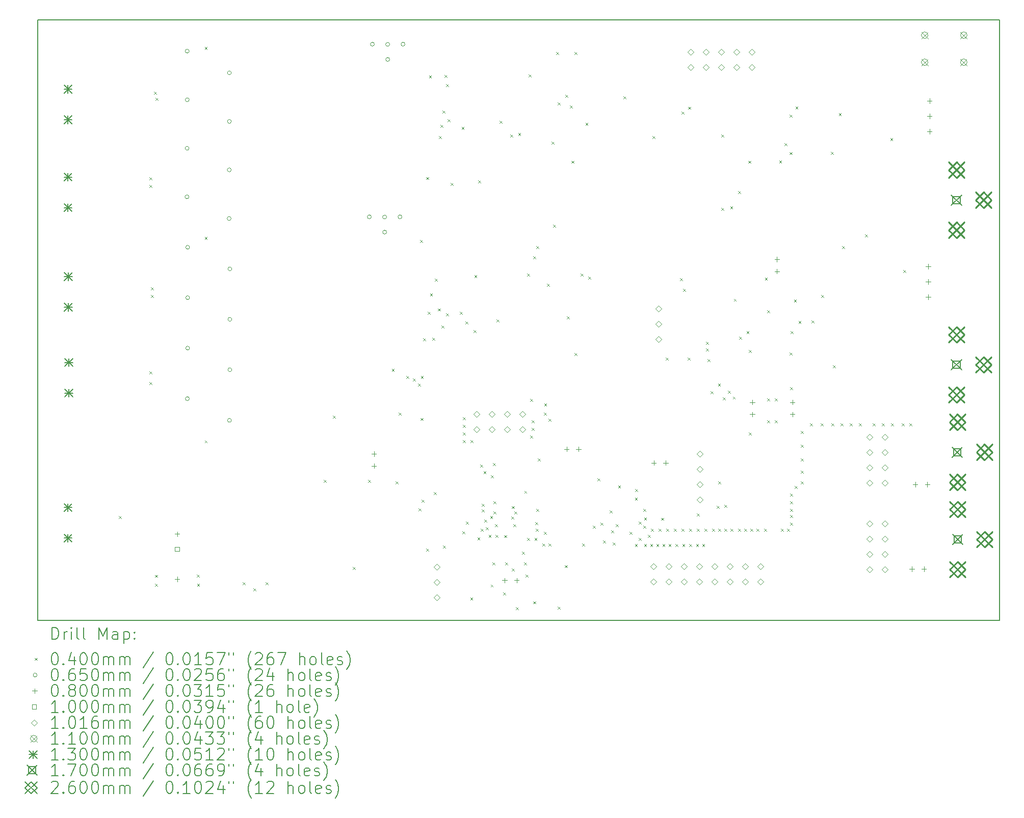
<source format=gbr>
%TF.GenerationSoftware,KiCad,Pcbnew,7.0.1*%
%TF.CreationDate,2024-01-30T15:51:58+01:00*%
%TF.ProjectId,smd_aio,736d645f-6169-46f2-9e6b-696361645f70,rev?*%
%TF.SameCoordinates,Original*%
%TF.FileFunction,Drillmap*%
%TF.FilePolarity,Positive*%
%FSLAX45Y45*%
G04 Gerber Fmt 4.5, Leading zero omitted, Abs format (unit mm)*
G04 Created by KiCad (PCBNEW 7.0.1) date 2024-01-30 15:51:58*
%MOMM*%
%LPD*%
G01*
G04 APERTURE LIST*
%ADD10C,0.150000*%
%ADD11C,0.200000*%
%ADD12C,0.040000*%
%ADD13C,0.065000*%
%ADD14C,0.080000*%
%ADD15C,0.100000*%
%ADD16C,0.101600*%
%ADD17C,0.110000*%
%ADD18C,0.130000*%
%ADD19C,0.170000*%
%ADD20C,0.260000*%
G04 APERTURE END LIST*
D10*
X1879600Y-1701800D02*
X17856200Y-1701800D01*
X17856200Y-11684000D01*
X1879600Y-11684000D01*
X1879600Y-1701800D01*
D11*
D12*
X3231200Y-9949500D02*
X3271200Y-9989500D01*
X3271200Y-9949500D02*
X3231200Y-9989500D01*
X3739200Y-4323400D02*
X3779200Y-4363400D01*
X3779200Y-4323400D02*
X3739200Y-4363400D01*
X3739200Y-4450400D02*
X3779200Y-4490400D01*
X3779200Y-4450400D02*
X3739200Y-4490400D01*
X3739200Y-7549200D02*
X3779200Y-7589200D01*
X3779200Y-7549200D02*
X3739200Y-7589200D01*
X3739200Y-7727000D02*
X3779200Y-7767000D01*
X3779200Y-7727000D02*
X3739200Y-7767000D01*
X3764600Y-6152200D02*
X3804600Y-6192200D01*
X3804600Y-6152200D02*
X3764600Y-6192200D01*
X3764600Y-6279200D02*
X3804600Y-6319200D01*
X3804600Y-6279200D02*
X3764600Y-6319200D01*
X3815400Y-2901000D02*
X3855400Y-2941000D01*
X3855400Y-2901000D02*
X3815400Y-2941000D01*
X3830000Y-10930000D02*
X3870000Y-10970000D01*
X3870000Y-10930000D02*
X3830000Y-10970000D01*
X3830000Y-11080000D02*
X3870000Y-11120000D01*
X3870000Y-11080000D02*
X3830000Y-11120000D01*
X3840800Y-3002600D02*
X3880800Y-3042600D01*
X3880800Y-3002600D02*
X3840800Y-3042600D01*
X4526600Y-10927400D02*
X4566600Y-10967400D01*
X4566600Y-10927400D02*
X4526600Y-10967400D01*
X4530000Y-11080000D02*
X4570000Y-11120000D01*
X4570000Y-11080000D02*
X4530000Y-11120000D01*
X4657599Y-8695050D02*
X4697599Y-8735050D01*
X4697599Y-8695050D02*
X4657599Y-8735050D01*
X4657600Y-2153800D02*
X4697600Y-2193800D01*
X4697600Y-2153800D02*
X4657600Y-2193800D01*
X4657600Y-5311300D02*
X4697600Y-5351300D01*
X4697600Y-5311300D02*
X4657600Y-5351300D01*
X5288600Y-11054400D02*
X5328600Y-11094400D01*
X5328600Y-11054400D02*
X5288600Y-11094400D01*
X5466400Y-11156000D02*
X5506400Y-11196000D01*
X5506400Y-11156000D02*
X5466400Y-11196000D01*
X5669600Y-11054400D02*
X5709600Y-11094400D01*
X5709600Y-11054400D02*
X5669600Y-11094400D01*
X6634800Y-9352600D02*
X6674800Y-9392600D01*
X6674800Y-9352600D02*
X6634800Y-9392600D01*
X6787200Y-8285800D02*
X6827200Y-8325800D01*
X6827200Y-8285800D02*
X6787200Y-8325800D01*
X7117400Y-10800400D02*
X7157400Y-10840400D01*
X7157400Y-10800400D02*
X7117400Y-10840400D01*
X7371400Y-9352600D02*
X7411400Y-9392600D01*
X7411400Y-9352600D02*
X7371400Y-9392600D01*
X7764000Y-7503500D02*
X7804000Y-7543500D01*
X7804000Y-7503500D02*
X7764000Y-7543500D01*
X7826600Y-9378000D02*
X7866600Y-9418000D01*
X7866600Y-9378000D02*
X7826600Y-9418000D01*
X7879400Y-8234999D02*
X7919400Y-8274999D01*
X7919400Y-8234999D02*
X7879400Y-8274999D01*
X8006400Y-7625400D02*
X8046400Y-7665400D01*
X8046400Y-7625400D02*
X8006400Y-7665400D01*
X8115938Y-7669511D02*
X8155938Y-7709511D01*
X8155938Y-7669511D02*
X8115938Y-7709511D01*
X8202067Y-7752400D02*
X8242067Y-7792400D01*
X8242067Y-7752400D02*
X8202067Y-7792400D01*
X8211000Y-9824000D02*
X8251000Y-9864000D01*
X8251000Y-9824000D02*
X8211000Y-9864000D01*
X8235000Y-5364800D02*
X8275000Y-5404800D01*
X8275000Y-5364800D02*
X8235000Y-5404800D01*
X8245467Y-8321667D02*
X8285467Y-8361667D01*
X8285467Y-8321667D02*
X8245467Y-8361667D01*
X8248000Y-7625400D02*
X8288000Y-7665400D01*
X8288000Y-7625400D02*
X8248000Y-7665400D01*
X8260400Y-9682800D02*
X8300400Y-9722800D01*
X8300400Y-9682800D02*
X8260400Y-9722800D01*
X8286401Y-6995500D02*
X8326401Y-7035500D01*
X8326401Y-6995500D02*
X8286401Y-7035500D01*
X8335100Y-4318800D02*
X8375100Y-4358800D01*
X8375100Y-4318800D02*
X8335100Y-4358800D01*
X8336600Y-10491739D02*
X8376600Y-10531739D01*
X8376600Y-10491739D02*
X8336600Y-10531739D01*
X8362000Y-6558600D02*
X8402000Y-6598600D01*
X8402000Y-6558600D02*
X8362000Y-6598600D01*
X8382600Y-2631300D02*
X8422600Y-2671300D01*
X8422600Y-2631300D02*
X8382600Y-2671300D01*
X8400667Y-6253800D02*
X8440667Y-6293800D01*
X8440667Y-6253800D02*
X8400667Y-6293800D01*
X8438200Y-6990400D02*
X8478200Y-7030400D01*
X8478200Y-6990400D02*
X8438200Y-7030400D01*
X8463600Y-9555800D02*
X8503600Y-9595800D01*
X8503600Y-9555800D02*
X8463600Y-9595800D01*
X8480000Y-6004334D02*
X8520000Y-6044334D01*
X8520000Y-6004334D02*
X8480000Y-6044334D01*
X8530571Y-6501653D02*
X8570571Y-6541653D01*
X8570571Y-6501653D02*
X8530571Y-6541653D01*
X8550725Y-3639368D02*
X8590725Y-3679368D01*
X8590725Y-3639368D02*
X8550725Y-3679368D01*
X8575702Y-3449368D02*
X8615702Y-3489368D01*
X8615702Y-3449368D02*
X8575702Y-3489368D01*
X8590600Y-6787200D02*
X8630600Y-6827200D01*
X8630600Y-6787200D02*
X8590600Y-6827200D01*
X8605766Y-3211299D02*
X8645766Y-3251299D01*
X8645766Y-3211299D02*
X8605766Y-3251299D01*
X8616000Y-10444800D02*
X8656000Y-10484800D01*
X8656000Y-10444800D02*
X8616000Y-10484800D01*
X8641400Y-2621600D02*
X8681400Y-2661600D01*
X8681400Y-2621600D02*
X8641400Y-2661600D01*
X8666800Y-2774000D02*
X8706800Y-2814000D01*
X8706800Y-2774000D02*
X8666800Y-2814000D01*
X8666800Y-6584000D02*
X8706800Y-6624000D01*
X8706800Y-6584000D02*
X8666800Y-6624000D01*
X8692200Y-3358200D02*
X8732200Y-3398200D01*
X8732200Y-3358200D02*
X8692200Y-3398200D01*
X8743000Y-4412300D02*
X8783000Y-4452300D01*
X8783000Y-4412300D02*
X8743000Y-4452300D01*
X8895400Y-6558600D02*
X8935400Y-6598600D01*
X8935400Y-6558600D02*
X8895400Y-6598600D01*
X8924326Y-3485674D02*
X8964326Y-3525674D01*
X8964326Y-3485674D02*
X8924326Y-3525674D01*
X8940000Y-10205000D02*
X8980000Y-10245000D01*
X8980000Y-10205000D02*
X8940000Y-10245000D01*
X8946200Y-8311200D02*
X8986200Y-8351200D01*
X8986200Y-8311200D02*
X8946200Y-8351200D01*
X8946200Y-8438200D02*
X8986200Y-8478200D01*
X8986200Y-8438200D02*
X8946200Y-8478200D01*
X8946200Y-8565200D02*
X8986200Y-8605200D01*
X8986200Y-8565200D02*
X8946200Y-8605200D01*
X8946200Y-8692200D02*
X8986200Y-8732200D01*
X8986200Y-8692200D02*
X8946200Y-8732200D01*
X8985400Y-6719400D02*
X9025400Y-6759400D01*
X9025400Y-6719400D02*
X8985400Y-6759400D01*
X8997222Y-10046064D02*
X9037222Y-10086064D01*
X9037222Y-10046064D02*
X8997222Y-10086064D01*
X9068566Y-11308000D02*
X9108566Y-11348000D01*
X9108566Y-11308000D02*
X9068566Y-11348000D01*
X9073200Y-8692200D02*
X9113200Y-8732200D01*
X9113200Y-8692200D02*
X9073200Y-8732200D01*
X9124000Y-6863400D02*
X9164000Y-6903400D01*
X9164000Y-6863400D02*
X9124000Y-6903400D01*
X9136700Y-5949000D02*
X9176700Y-5989000D01*
X9176700Y-5949000D02*
X9136700Y-5989000D01*
X9187000Y-10310000D02*
X9227000Y-10350000D01*
X9227000Y-10310000D02*
X9187000Y-10350000D01*
X9200200Y-4374200D02*
X9240200Y-4414200D01*
X9240200Y-4374200D02*
X9200200Y-4414200D01*
X9231542Y-9095376D02*
X9271542Y-9135376D01*
X9271542Y-9095376D02*
X9231542Y-9135376D01*
X9242161Y-10165746D02*
X9282161Y-10205746D01*
X9282161Y-10165746D02*
X9242161Y-10205746D01*
X9258556Y-9842149D02*
X9298556Y-9882149D01*
X9298556Y-9842149D02*
X9258556Y-9882149D01*
X9261366Y-9747190D02*
X9301366Y-9787190D01*
X9301366Y-9747190D02*
X9261366Y-9787190D01*
X9289773Y-9210409D02*
X9329773Y-9250409D01*
X9329773Y-9210409D02*
X9289773Y-9250409D01*
X9301799Y-10013000D02*
X9341799Y-10053000D01*
X9341799Y-10013000D02*
X9301799Y-10053000D01*
X9327319Y-10136619D02*
X9367319Y-10176619D01*
X9367319Y-10136619D02*
X9327319Y-10176619D01*
X9373000Y-10268000D02*
X9413000Y-10308000D01*
X9413000Y-10268000D02*
X9373000Y-10308000D01*
X9398777Y-9952899D02*
X9438777Y-9992899D01*
X9438777Y-9952899D02*
X9398777Y-9992899D01*
X9408000Y-11091000D02*
X9448000Y-11131000D01*
X9448000Y-11091000D02*
X9408000Y-11131000D01*
X9409862Y-9273930D02*
X9449862Y-9313930D01*
X9449862Y-9273930D02*
X9409862Y-9313930D01*
X9435353Y-10723000D02*
X9475353Y-10763000D01*
X9475353Y-10723000D02*
X9435353Y-10763000D01*
X9448000Y-9073200D02*
X9488000Y-9113200D01*
X9488000Y-9073200D02*
X9448000Y-9113200D01*
X9454200Y-9708200D02*
X9494200Y-9748200D01*
X9494200Y-9708200D02*
X9454200Y-9748200D01*
X9454970Y-9876299D02*
X9494970Y-9916299D01*
X9494970Y-9876299D02*
X9454970Y-9916299D01*
X9479600Y-10089200D02*
X9519600Y-10129200D01*
X9519600Y-10089200D02*
X9479600Y-10129200D01*
X9487600Y-10266788D02*
X9527600Y-10306788D01*
X9527600Y-10266788D02*
X9487600Y-10306788D01*
X9505000Y-6685600D02*
X9545000Y-6725600D01*
X9545000Y-6685600D02*
X9505000Y-6725600D01*
X9555601Y-3384800D02*
X9595601Y-3424800D01*
X9595601Y-3384800D02*
X9555601Y-3424800D01*
X9612600Y-11223800D02*
X9652600Y-11263800D01*
X9652600Y-11223800D02*
X9612600Y-11263800D01*
X9634449Y-10269451D02*
X9674449Y-10309451D01*
X9674449Y-10269451D02*
X9634449Y-10309451D01*
X9650100Y-10723000D02*
X9690100Y-10763000D01*
X9690100Y-10723000D02*
X9650100Y-10763000D01*
X9733600Y-3612200D02*
X9773600Y-3652200D01*
X9773600Y-3612200D02*
X9733600Y-3652200D01*
X9752800Y-9962200D02*
X9792800Y-10002200D01*
X9792800Y-9962200D02*
X9752800Y-10002200D01*
X9756933Y-9786668D02*
X9796933Y-9826668D01*
X9796933Y-9786668D02*
X9756933Y-9826668D01*
X9759000Y-10825800D02*
X9799000Y-10865800D01*
X9799000Y-10825800D02*
X9759000Y-10865800D01*
X9784400Y-10089200D02*
X9824400Y-10129200D01*
X9824400Y-10089200D02*
X9784400Y-10129200D01*
X9798600Y-9878969D02*
X9838600Y-9918969D01*
X9838600Y-9878969D02*
X9798600Y-9918969D01*
X9825100Y-11467000D02*
X9865100Y-11507000D01*
X9865100Y-11467000D02*
X9825100Y-11507000D01*
X9863498Y-3586800D02*
X9903498Y-3626800D01*
X9903498Y-3586800D02*
X9863498Y-3626800D01*
X9930318Y-10543082D02*
X9970318Y-10583082D01*
X9970318Y-10543082D02*
X9930318Y-10583082D01*
X9962200Y-10724199D02*
X10002200Y-10764199D01*
X10002200Y-10724199D02*
X9962200Y-10764199D01*
X9966220Y-9534420D02*
X10006220Y-9574420D01*
X10006220Y-9534420D02*
X9966220Y-9574420D01*
X9990100Y-10926300D02*
X10030100Y-10966300D01*
X10030100Y-10926300D02*
X9990100Y-10966300D01*
X10013000Y-5923600D02*
X10053000Y-5963600D01*
X10053000Y-5923600D02*
X10013000Y-5963600D01*
X10013000Y-10317800D02*
X10053000Y-10357800D01*
X10053000Y-10317800D02*
X10013000Y-10357800D01*
X10037200Y-2614593D02*
X10077200Y-2654593D01*
X10077200Y-2614593D02*
X10037200Y-2654593D01*
X10063800Y-8006400D02*
X10103800Y-8046400D01*
X10103800Y-8006400D02*
X10063800Y-8046400D01*
X10063800Y-8616000D02*
X10103800Y-8656000D01*
X10103800Y-8616000D02*
X10063800Y-8656000D01*
X10089200Y-8362000D02*
X10129200Y-8402000D01*
X10129200Y-8362000D02*
X10089200Y-8402000D01*
X10089200Y-8489000D02*
X10129200Y-8529000D01*
X10129200Y-8489000D02*
X10089200Y-8529000D01*
X10114600Y-5631500D02*
X10154600Y-5671500D01*
X10154600Y-5631500D02*
X10114600Y-5671500D01*
X10115000Y-11370000D02*
X10155000Y-11410000D01*
X10155000Y-11370000D02*
X10115000Y-11410000D01*
X10135100Y-10316300D02*
X10175100Y-10356300D01*
X10175100Y-10316300D02*
X10135100Y-10356300D01*
X10145100Y-10051300D02*
X10185100Y-10091300D01*
X10185100Y-10051300D02*
X10145100Y-10091300D01*
X10155100Y-10161300D02*
X10195100Y-10201300D01*
X10195100Y-10161300D02*
X10155100Y-10201300D01*
X10165400Y-5466400D02*
X10205400Y-5506400D01*
X10205400Y-5466400D02*
X10165400Y-5506400D01*
X10165400Y-9835200D02*
X10205400Y-9875200D01*
X10205400Y-9835200D02*
X10165400Y-9875200D01*
X10190800Y-8997000D02*
X10230800Y-9037000D01*
X10230800Y-8997000D02*
X10190800Y-9037000D01*
X10267000Y-10411800D02*
X10307000Y-10451800D01*
X10307000Y-10411800D02*
X10267000Y-10451800D01*
X10292400Y-8235000D02*
X10332400Y-8275000D01*
X10332400Y-8235000D02*
X10292400Y-8275000D01*
X10292400Y-10216200D02*
X10332400Y-10256200D01*
X10332400Y-10216200D02*
X10292400Y-10256200D01*
X10296600Y-8082600D02*
X10336600Y-8122600D01*
X10336600Y-8082600D02*
X10296600Y-8122600D01*
X10343200Y-6088700D02*
X10383200Y-6128700D01*
X10383200Y-6088700D02*
X10343200Y-6128700D01*
X10368600Y-8336600D02*
X10408600Y-8376600D01*
X10408600Y-8336600D02*
X10368600Y-8376600D01*
X10368600Y-10411800D02*
X10408600Y-10451800D01*
X10408600Y-10411800D02*
X10368600Y-10451800D01*
X10419400Y-3728800D02*
X10459400Y-3768800D01*
X10459400Y-3728800D02*
X10419400Y-3768800D01*
X10444800Y-5110800D02*
X10484800Y-5150800D01*
X10484800Y-5110800D02*
X10444800Y-5150800D01*
X10495600Y-2240600D02*
X10535600Y-2280600D01*
X10535600Y-2240600D02*
X10495600Y-2280600D01*
X10521000Y-3078800D02*
X10561000Y-3118800D01*
X10561000Y-3078800D02*
X10521000Y-3118800D01*
X10521000Y-11460801D02*
X10561000Y-11500801D01*
X10561000Y-11460801D02*
X10521000Y-11500801D01*
X10636676Y-10768800D02*
X10676676Y-10808800D01*
X10676676Y-10768800D02*
X10636676Y-10808800D01*
X10648000Y-2949600D02*
X10688000Y-2989600D01*
X10688000Y-2949600D02*
X10648000Y-2989600D01*
X10673399Y-6634800D02*
X10713399Y-6674800D01*
X10713399Y-6634800D02*
X10673399Y-6674800D01*
X10724200Y-3129600D02*
X10764200Y-3169600D01*
X10764200Y-3129600D02*
X10724200Y-3169600D01*
X10749600Y-4046300D02*
X10789600Y-4086300D01*
X10789600Y-4046300D02*
X10749600Y-4086300D01*
X10800400Y-2240600D02*
X10840400Y-2280600D01*
X10840400Y-2240600D02*
X10800400Y-2280600D01*
X10800400Y-7244400D02*
X10840400Y-7284400D01*
X10840400Y-7244400D02*
X10800400Y-7284400D01*
X10902000Y-5923600D02*
X10942000Y-5963600D01*
X10942000Y-5923600D02*
X10902000Y-5963600D01*
X10927805Y-10411800D02*
X10967805Y-10451800D01*
X10967805Y-10411800D02*
X10927805Y-10451800D01*
X10982000Y-3417000D02*
X11022000Y-3457000D01*
X11022000Y-3417000D02*
X10982000Y-3457000D01*
X11029000Y-5974400D02*
X11069000Y-6014400D01*
X11069000Y-5974400D02*
X11029000Y-6014400D01*
X11105200Y-10114599D02*
X11145200Y-10154599D01*
X11145200Y-10114599D02*
X11105200Y-10154599D01*
X11181401Y-9327200D02*
X11221401Y-9367200D01*
X11221401Y-9327200D02*
X11181401Y-9367200D01*
X11232200Y-10063800D02*
X11272200Y-10103800D01*
X11272200Y-10063800D02*
X11232200Y-10103800D01*
X11272454Y-10356300D02*
X11312454Y-10396300D01*
X11312454Y-10356300D02*
X11272454Y-10396300D01*
X11384600Y-9860600D02*
X11424600Y-9900600D01*
X11424600Y-9860600D02*
X11384600Y-9900600D01*
X11410000Y-10190800D02*
X11450000Y-10230800D01*
X11450000Y-10190800D02*
X11410000Y-10230800D01*
X11435400Y-10394000D02*
X11475400Y-10434000D01*
X11475400Y-10394000D02*
X11435400Y-10434000D01*
X11486200Y-10089199D02*
X11526200Y-10129199D01*
X11526200Y-10089199D02*
X11486200Y-10129199D01*
X11524970Y-9442453D02*
X11564970Y-9482453D01*
X11564970Y-9442453D02*
X11524970Y-9482453D01*
X11613200Y-2977200D02*
X11653200Y-3017200D01*
X11653200Y-2977200D02*
X11613200Y-3017200D01*
X11714800Y-10216200D02*
X11754800Y-10256200D01*
X11754800Y-10216200D02*
X11714800Y-10256200D01*
X11803700Y-9644700D02*
X11843700Y-9684700D01*
X11843700Y-9644700D02*
X11803700Y-9684700D01*
X11803700Y-10419400D02*
X11843700Y-10459400D01*
X11843700Y-10419400D02*
X11803700Y-10459400D01*
X11809448Y-9504659D02*
X11849448Y-9544659D01*
X11849448Y-9504659D02*
X11809448Y-9544659D01*
X11867200Y-10045200D02*
X11907200Y-10085200D01*
X11907200Y-10045200D02*
X11867200Y-10085200D01*
X11867201Y-10317800D02*
X11907201Y-10357800D01*
X11907201Y-10317800D02*
X11867201Y-10357800D01*
X11943400Y-9835200D02*
X11983400Y-9875200D01*
X11983400Y-9835200D02*
X11943400Y-9875200D01*
X11943400Y-10114600D02*
X11983400Y-10154600D01*
X11983400Y-10114600D02*
X11943400Y-10154600D01*
X11954990Y-9975200D02*
X11994990Y-10015200D01*
X11994990Y-9975200D02*
X11954990Y-10015200D01*
X11956100Y-10419400D02*
X11996100Y-10459400D01*
X11996100Y-10419400D02*
X11956100Y-10459400D01*
X12019600Y-10267000D02*
X12059600Y-10307000D01*
X12059600Y-10267000D02*
X12019600Y-10307000D01*
X12057700Y-10419400D02*
X12097700Y-10459400D01*
X12097700Y-10419400D02*
X12057700Y-10459400D01*
X12070400Y-10165400D02*
X12110400Y-10205400D01*
X12110400Y-10165400D02*
X12070400Y-10205400D01*
X12095800Y-3637600D02*
X12135800Y-3677600D01*
X12135800Y-3637600D02*
X12095800Y-3677600D01*
X12159300Y-10419400D02*
X12199300Y-10459400D01*
X12199300Y-10419400D02*
X12159300Y-10459400D01*
X12197400Y-10165400D02*
X12237400Y-10205400D01*
X12237400Y-10165400D02*
X12197400Y-10205400D01*
X12236821Y-9981400D02*
X12276821Y-10021400D01*
X12276821Y-9981400D02*
X12236821Y-10021400D01*
X12260900Y-10419400D02*
X12300900Y-10459400D01*
X12300900Y-10419400D02*
X12260900Y-10459400D01*
X12316667Y-7321800D02*
X12356667Y-7361800D01*
X12356667Y-7321800D02*
X12316667Y-7361800D01*
X12324400Y-10165400D02*
X12364400Y-10205400D01*
X12364400Y-10165400D02*
X12324400Y-10205400D01*
X12362500Y-10419400D02*
X12402500Y-10459400D01*
X12402500Y-10419400D02*
X12362500Y-10459400D01*
X12451400Y-10165400D02*
X12491400Y-10205400D01*
X12491400Y-10165400D02*
X12451400Y-10205400D01*
X12476800Y-10419400D02*
X12516800Y-10459400D01*
X12516800Y-10419400D02*
X12476800Y-10459400D01*
X12553000Y-5999800D02*
X12593000Y-6039800D01*
X12593000Y-5999800D02*
X12553000Y-6039800D01*
X12576044Y-3231421D02*
X12616044Y-3271421D01*
X12616044Y-3231421D02*
X12576044Y-3271421D01*
X12578400Y-10165400D02*
X12618400Y-10205400D01*
X12618400Y-10165400D02*
X12578400Y-10205400D01*
X12591100Y-10419400D02*
X12631100Y-10459400D01*
X12631100Y-10419400D02*
X12591100Y-10459400D01*
X12603800Y-6177600D02*
X12643800Y-6217600D01*
X12643800Y-6177600D02*
X12603800Y-6217600D01*
X12680000Y-7320600D02*
X12720000Y-7360600D01*
X12720000Y-7320600D02*
X12680000Y-7360600D01*
X12690001Y-3150000D02*
X12730001Y-3190000D01*
X12730001Y-3150000D02*
X12690001Y-3190000D01*
X12705400Y-10165400D02*
X12745400Y-10205400D01*
X12745400Y-10165400D02*
X12705400Y-10205400D01*
X12705400Y-10419400D02*
X12745400Y-10459400D01*
X12745400Y-10419400D02*
X12705400Y-10459400D01*
X12819700Y-10419400D02*
X12859700Y-10459400D01*
X12859700Y-10419400D02*
X12819700Y-10459400D01*
X12832400Y-10165400D02*
X12872400Y-10205400D01*
X12872400Y-10165400D02*
X12832400Y-10205400D01*
X12832401Y-9911400D02*
X12872401Y-9951400D01*
X12872401Y-9911400D02*
X12832401Y-9951400D01*
X12921300Y-10419400D02*
X12961300Y-10459400D01*
X12961300Y-10419400D02*
X12921300Y-10459400D01*
X12959400Y-10165400D02*
X12999400Y-10205400D01*
X12999400Y-10165400D02*
X12959400Y-10205400D01*
X12982500Y-7060000D02*
X13022500Y-7100000D01*
X13022500Y-7060000D02*
X12982500Y-7100000D01*
X12984800Y-7168200D02*
X13024800Y-7208200D01*
X13024800Y-7168200D02*
X12984800Y-7208200D01*
X13007484Y-7344800D02*
X13047484Y-7384800D01*
X13047484Y-7344800D02*
X13007484Y-7384800D01*
X13061000Y-7879400D02*
X13101000Y-7919400D01*
X13101000Y-7879400D02*
X13061000Y-7919400D01*
X13086400Y-10165400D02*
X13126400Y-10205400D01*
X13126400Y-10165400D02*
X13086400Y-10205400D01*
X13162600Y-9784400D02*
X13202600Y-9824400D01*
X13202600Y-9784400D02*
X13162600Y-9824400D01*
X13182539Y-7752400D02*
X13222539Y-7792400D01*
X13222539Y-7752400D02*
X13182539Y-7792400D01*
X13188000Y-9378000D02*
X13228000Y-9418000D01*
X13228000Y-9378000D02*
X13188000Y-9418000D01*
X13188000Y-10165400D02*
X13228000Y-10205400D01*
X13228000Y-10165400D02*
X13188000Y-10205400D01*
X13238800Y-3612200D02*
X13278800Y-3652200D01*
X13278800Y-3612200D02*
X13238800Y-3652200D01*
X13238800Y-4831400D02*
X13278800Y-4871400D01*
X13278800Y-4831400D02*
X13238800Y-4871400D01*
X13264200Y-7981000D02*
X13304200Y-8021000D01*
X13304200Y-7981000D02*
X13264200Y-8021000D01*
X13289600Y-9766410D02*
X13329600Y-9806410D01*
X13329600Y-9766410D02*
X13289600Y-9806410D01*
X13289600Y-10165400D02*
X13329600Y-10205400D01*
X13329600Y-10165400D02*
X13289600Y-10205400D01*
X13347400Y-7872400D02*
X13387400Y-7912400D01*
X13387400Y-7872400D02*
X13347400Y-7912400D01*
X13387350Y-4805636D02*
X13427350Y-4845636D01*
X13427350Y-4805636D02*
X13387350Y-4845636D01*
X13391200Y-10165400D02*
X13431200Y-10205400D01*
X13431200Y-10165400D02*
X13391200Y-10205400D01*
X13429600Y-7968112D02*
X13469600Y-8008112D01*
X13469600Y-7968112D02*
X13429600Y-8008112D01*
X13445100Y-6341300D02*
X13485100Y-6381300D01*
X13485100Y-6341300D02*
X13445100Y-6381300D01*
X13518200Y-4552000D02*
X13558200Y-4592000D01*
X13558200Y-4552000D02*
X13518200Y-4592000D01*
X13518200Y-10165400D02*
X13558200Y-10205400D01*
X13558200Y-10165400D02*
X13518200Y-10205400D01*
X13534247Y-6971748D02*
X13574247Y-7011748D01*
X13574247Y-6971748D02*
X13534247Y-7011748D01*
X13619800Y-10165400D02*
X13659800Y-10205400D01*
X13659800Y-10165400D02*
X13619800Y-10205400D01*
X13657900Y-6876100D02*
X13697900Y-6916100D01*
X13697900Y-6876100D02*
X13657900Y-6916100D01*
X13690100Y-4046300D02*
X13730100Y-4086300D01*
X13730100Y-4046300D02*
X13690100Y-4086300D01*
X13696000Y-7193600D02*
X13736000Y-7233600D01*
X13736000Y-7193600D02*
X13696000Y-7233600D01*
X13696000Y-8565200D02*
X13736000Y-8605200D01*
X13736000Y-8565200D02*
X13696000Y-8605200D01*
X13721400Y-10165400D02*
X13761400Y-10205400D01*
X13761400Y-10165400D02*
X13721400Y-10205400D01*
X13823000Y-10165400D02*
X13863000Y-10205400D01*
X13863000Y-10165400D02*
X13823000Y-10205400D01*
X13950000Y-10165400D02*
X13990000Y-10205400D01*
X13990000Y-10165400D02*
X13950000Y-10205400D01*
X13962700Y-5987100D02*
X14002700Y-6027100D01*
X14002700Y-5987100D02*
X13962700Y-6027100D01*
X14000800Y-6533200D02*
X14040800Y-6573200D01*
X14040800Y-6533200D02*
X14000800Y-6573200D01*
X14000800Y-7993700D02*
X14040800Y-8033700D01*
X14040800Y-7993700D02*
X14000800Y-8033700D01*
X14000800Y-8362000D02*
X14040800Y-8402000D01*
X14040800Y-8362000D02*
X14000800Y-8402000D01*
X14127800Y-7993700D02*
X14167800Y-8033700D01*
X14167800Y-7993700D02*
X14127800Y-8033700D01*
X14127800Y-8362000D02*
X14167800Y-8402000D01*
X14167800Y-8362000D02*
X14127800Y-8402000D01*
X14200100Y-4041300D02*
X14240100Y-4081300D01*
X14240100Y-4041300D02*
X14200100Y-4081300D01*
X14229400Y-10165400D02*
X14269400Y-10205400D01*
X14269400Y-10165400D02*
X14229400Y-10205400D01*
X14290000Y-3755000D02*
X14330000Y-3795000D01*
X14330000Y-3755000D02*
X14290000Y-3795000D01*
X14331000Y-10165400D02*
X14371000Y-10205400D01*
X14371000Y-10165400D02*
X14331000Y-10205400D01*
X14370000Y-7235000D02*
X14410000Y-7275000D01*
X14410000Y-7235000D02*
X14370000Y-7275000D01*
X14371831Y-3280001D02*
X14411831Y-3320001D01*
X14411831Y-3280001D02*
X14371831Y-3320001D01*
X14375100Y-3903800D02*
X14415100Y-3943800D01*
X14415100Y-3903800D02*
X14375100Y-3943800D01*
X14381800Y-9581200D02*
X14421800Y-9621200D01*
X14421800Y-9581200D02*
X14381800Y-9621200D01*
X14381800Y-9708200D02*
X14421800Y-9748200D01*
X14421800Y-9708200D02*
X14381800Y-9748200D01*
X14381800Y-9835200D02*
X14421800Y-9875200D01*
X14421800Y-9835200D02*
X14381800Y-9875200D01*
X14381800Y-9936800D02*
X14421800Y-9976800D01*
X14421800Y-9936800D02*
X14381800Y-9976800D01*
X14381800Y-10063800D02*
X14421800Y-10103800D01*
X14421800Y-10063800D02*
X14381800Y-10103800D01*
X14382500Y-7810000D02*
X14422500Y-7850000D01*
X14422500Y-7810000D02*
X14382500Y-7850000D01*
X14390100Y-6881300D02*
X14430100Y-6921300D01*
X14430100Y-6881300D02*
X14390100Y-6921300D01*
X14445300Y-6355400D02*
X14485300Y-6395400D01*
X14485300Y-6355400D02*
X14445300Y-6395400D01*
X14458000Y-9454200D02*
X14498000Y-9494200D01*
X14498000Y-9454200D02*
X14458000Y-9494200D01*
X14470100Y-3146300D02*
X14510100Y-3186300D01*
X14510100Y-3146300D02*
X14470100Y-3186300D01*
X14521500Y-6711000D02*
X14561500Y-6751000D01*
X14561500Y-6711000D02*
X14521500Y-6751000D01*
X14559600Y-8539800D02*
X14599600Y-8579800D01*
X14599600Y-8539800D02*
X14559600Y-8579800D01*
X14559600Y-8768400D02*
X14599600Y-8808400D01*
X14599600Y-8768400D02*
X14559600Y-8808400D01*
X14559600Y-8997000D02*
X14599600Y-9037000D01*
X14599600Y-8997000D02*
X14559600Y-9037000D01*
X14559600Y-9200200D02*
X14599600Y-9240200D01*
X14599600Y-9200200D02*
X14559600Y-9240200D01*
X14559600Y-9378000D02*
X14599600Y-9418000D01*
X14599600Y-9378000D02*
X14559600Y-9418000D01*
X14712000Y-8412800D02*
X14752000Y-8452800D01*
X14752000Y-8412800D02*
X14712000Y-8452800D01*
X14737400Y-6701300D02*
X14777400Y-6741300D01*
X14777400Y-6701300D02*
X14737400Y-6741300D01*
X14889800Y-8412800D02*
X14929800Y-8452800D01*
X14929800Y-8412800D02*
X14889800Y-8452800D01*
X14895000Y-6280000D02*
X14935000Y-6320000D01*
X14935000Y-6280000D02*
X14895000Y-6320000D01*
X15060100Y-3896300D02*
X15100100Y-3936300D01*
X15100100Y-3896300D02*
X15060100Y-3936300D01*
X15067600Y-8412800D02*
X15107600Y-8452800D01*
X15107600Y-8412800D02*
X15067600Y-8452800D01*
X15093000Y-7447600D02*
X15133000Y-7487600D01*
X15133000Y-7447600D02*
X15093000Y-7487600D01*
X15190100Y-3256300D02*
X15230100Y-3296300D01*
X15230100Y-3256300D02*
X15190100Y-3296300D01*
X15220000Y-8412800D02*
X15260000Y-8452800D01*
X15260000Y-8412800D02*
X15220000Y-8452800D01*
X15245400Y-5466400D02*
X15285400Y-5506400D01*
X15285400Y-5466400D02*
X15245400Y-5506400D01*
X15372400Y-8412800D02*
X15412400Y-8452800D01*
X15412400Y-8412800D02*
X15372400Y-8452800D01*
X15524800Y-8412800D02*
X15564800Y-8452800D01*
X15564800Y-8412800D02*
X15524800Y-8452800D01*
X15625100Y-5271300D02*
X15665100Y-5311300D01*
X15665100Y-5271300D02*
X15625100Y-5311300D01*
X15753400Y-8412800D02*
X15793400Y-8452800D01*
X15793400Y-8412800D02*
X15753400Y-8452800D01*
X15905800Y-8412800D02*
X15945800Y-8452800D01*
X15945800Y-8412800D02*
X15905800Y-8452800D01*
X16045100Y-3671300D02*
X16085100Y-3711300D01*
X16085100Y-3671300D02*
X16045100Y-3711300D01*
X16058200Y-8412800D02*
X16098200Y-8452800D01*
X16098200Y-8412800D02*
X16058200Y-8452800D01*
X16236000Y-8412800D02*
X16276000Y-8452800D01*
X16276000Y-8412800D02*
X16236000Y-8452800D01*
X16260100Y-5861300D02*
X16300100Y-5901300D01*
X16300100Y-5861300D02*
X16260100Y-5901300D01*
X16363000Y-8412800D02*
X16403000Y-8452800D01*
X16403000Y-8412800D02*
X16363000Y-8452800D01*
D13*
X4395100Y-4646300D02*
G75*
G03*
X4395100Y-4646300I-32500J0D01*
G01*
X4397600Y-3838800D02*
G75*
G03*
X4397600Y-3838800I-32500J0D01*
G01*
X4399500Y-2225000D02*
G75*
G03*
X4399500Y-2225000I-32500J0D01*
G01*
X4399500Y-3033000D02*
G75*
G03*
X4399500Y-3033000I-32500J0D01*
G01*
X4401300Y-8001000D02*
G75*
G03*
X4401300Y-8001000I-32500J0D01*
G01*
X4406900Y-5484200D02*
G75*
G03*
X4406900Y-5484200I-32500J0D01*
G01*
X4406900Y-6322400D02*
G75*
G03*
X4406900Y-6322400I-32500J0D01*
G01*
X4406900Y-7160600D02*
G75*
G03*
X4406900Y-7160600I-32500J0D01*
G01*
X5095100Y-5006300D02*
G75*
G03*
X5095100Y-5006300I-32500J0D01*
G01*
X5097600Y-4198800D02*
G75*
G03*
X5097600Y-4198800I-32500J0D01*
G01*
X5099500Y-2585000D02*
G75*
G03*
X5099500Y-2585000I-32500J0D01*
G01*
X5099500Y-3393000D02*
G75*
G03*
X5099500Y-3393000I-32500J0D01*
G01*
X5101300Y-8361000D02*
G75*
G03*
X5101300Y-8361000I-32500J0D01*
G01*
X5106900Y-5844200D02*
G75*
G03*
X5106900Y-5844200I-32500J0D01*
G01*
X5106900Y-6682400D02*
G75*
G03*
X5106900Y-6682400I-32500J0D01*
G01*
X5106900Y-7520600D02*
G75*
G03*
X5106900Y-7520600I-32500J0D01*
G01*
X7423900Y-4978400D02*
G75*
G03*
X7423900Y-4978400I-32500J0D01*
G01*
X7474700Y-2108200D02*
G75*
G03*
X7474700Y-2108200I-32500J0D01*
G01*
X7677900Y-4982400D02*
G75*
G03*
X7677900Y-4982400I-32500J0D01*
G01*
X7677900Y-5232400D02*
G75*
G03*
X7677900Y-5232400I-32500J0D01*
G01*
X7728700Y-2112200D02*
G75*
G03*
X7728700Y-2112200I-32500J0D01*
G01*
X7728700Y-2362200D02*
G75*
G03*
X7728700Y-2362200I-32500J0D01*
G01*
X7931900Y-4978400D02*
G75*
G03*
X7931900Y-4978400I-32500J0D01*
G01*
X7982700Y-2108200D02*
G75*
G03*
X7982700Y-2108200I-32500J0D01*
G01*
D14*
X4200000Y-10210000D02*
X4200000Y-10290000D01*
X4160000Y-10250000D02*
X4240000Y-10250000D01*
X4200000Y-10960000D02*
X4200000Y-11040000D01*
X4160000Y-11000000D02*
X4240000Y-11000000D01*
X7467600Y-8878600D02*
X7467600Y-8958600D01*
X7427600Y-8918600D02*
X7507600Y-8918600D01*
X7467600Y-9078600D02*
X7467600Y-9158600D01*
X7427600Y-9118600D02*
X7507600Y-9118600D01*
X9640100Y-10981300D02*
X9640100Y-11061300D01*
X9600100Y-11021300D02*
X9680100Y-11021300D01*
X9840100Y-10981300D02*
X9840100Y-11061300D01*
X9800100Y-11021300D02*
X9880100Y-11021300D01*
X10668000Y-8799200D02*
X10668000Y-8879200D01*
X10628000Y-8839200D02*
X10708000Y-8839200D01*
X10868000Y-8799200D02*
X10868000Y-8879200D01*
X10828000Y-8839200D02*
X10908000Y-8839200D01*
X12115800Y-9027800D02*
X12115800Y-9107800D01*
X12075800Y-9067800D02*
X12155800Y-9067800D01*
X12315800Y-9027800D02*
X12315800Y-9107800D01*
X12275800Y-9067800D02*
X12355800Y-9067800D01*
X13755100Y-8021300D02*
X13755100Y-8101300D01*
X13715100Y-8061300D02*
X13795100Y-8061300D01*
X13755100Y-8221300D02*
X13755100Y-8301300D01*
X13715100Y-8261300D02*
X13795100Y-8261300D01*
X14162600Y-5643800D02*
X14162600Y-5723800D01*
X14122600Y-5683800D02*
X14202600Y-5683800D01*
X14162600Y-5843800D02*
X14162600Y-5923800D01*
X14122600Y-5883800D02*
X14202600Y-5883800D01*
X14420100Y-8021300D02*
X14420100Y-8101300D01*
X14380100Y-8061300D02*
X14460100Y-8061300D01*
X14420100Y-8221300D02*
X14420100Y-8301300D01*
X14380100Y-8261300D02*
X14460100Y-8261300D01*
X16405100Y-10791300D02*
X16405100Y-10871300D01*
X16365100Y-10831300D02*
X16445100Y-10831300D01*
X16460100Y-9386300D02*
X16460100Y-9466300D01*
X16420100Y-9426300D02*
X16500100Y-9426300D01*
X16605100Y-10791300D02*
X16605100Y-10871300D01*
X16565100Y-10831300D02*
X16645100Y-10831300D01*
X16660100Y-9386300D02*
X16660100Y-9466300D01*
X16620100Y-9426300D02*
X16700100Y-9426300D01*
X16675100Y-5762300D02*
X16675100Y-5842300D01*
X16635100Y-5802300D02*
X16715100Y-5802300D01*
X16675100Y-6016300D02*
X16675100Y-6096300D01*
X16635100Y-6056300D02*
X16715100Y-6056300D01*
X16675100Y-6270300D02*
X16675100Y-6350300D01*
X16635100Y-6310300D02*
X16715100Y-6310300D01*
X16697600Y-3012300D02*
X16697600Y-3092300D01*
X16657600Y-3052300D02*
X16737600Y-3052300D01*
X16697600Y-3266300D02*
X16697600Y-3346300D01*
X16657600Y-3306300D02*
X16737600Y-3306300D01*
X16697600Y-3520300D02*
X16697600Y-3600300D01*
X16657600Y-3560300D02*
X16737600Y-3560300D01*
D15*
X4235356Y-10535356D02*
X4235356Y-10464644D01*
X4164644Y-10464644D01*
X4164644Y-10535356D01*
X4235356Y-10535356D01*
D16*
X8509000Y-10845800D02*
X8559800Y-10795000D01*
X8509000Y-10744200D01*
X8458200Y-10795000D01*
X8509000Y-10845800D01*
X8509000Y-11099800D02*
X8559800Y-11049000D01*
X8509000Y-10998200D01*
X8458200Y-11049000D01*
X8509000Y-11099800D01*
X8509000Y-11353800D02*
X8559800Y-11303000D01*
X8509000Y-11252200D01*
X8458200Y-11303000D01*
X8509000Y-11353800D01*
X9169400Y-8305800D02*
X9220200Y-8255000D01*
X9169400Y-8204200D01*
X9118600Y-8255000D01*
X9169400Y-8305800D01*
X9169400Y-8559800D02*
X9220200Y-8509000D01*
X9169400Y-8458200D01*
X9118600Y-8509000D01*
X9169400Y-8559800D01*
X9423400Y-8305800D02*
X9474200Y-8255000D01*
X9423400Y-8204200D01*
X9372600Y-8255000D01*
X9423400Y-8305800D01*
X9423400Y-8559800D02*
X9474200Y-8509000D01*
X9423400Y-8458200D01*
X9372600Y-8509000D01*
X9423400Y-8559800D01*
X9677400Y-8305800D02*
X9728200Y-8255000D01*
X9677400Y-8204200D01*
X9626600Y-8255000D01*
X9677400Y-8305800D01*
X9677400Y-8559800D02*
X9728200Y-8509000D01*
X9677400Y-8458200D01*
X9626600Y-8509000D01*
X9677400Y-8559800D01*
X9931400Y-8305800D02*
X9982200Y-8255000D01*
X9931400Y-8204200D01*
X9880600Y-8255000D01*
X9931400Y-8305800D01*
X9931400Y-8559800D02*
X9982200Y-8509000D01*
X9931400Y-8458200D01*
X9880600Y-8509000D01*
X9931400Y-8559800D01*
X12107600Y-10840600D02*
X12158400Y-10789800D01*
X12107600Y-10739000D01*
X12056800Y-10789800D01*
X12107600Y-10840600D01*
X12107600Y-11094600D02*
X12158400Y-11043800D01*
X12107600Y-10993000D01*
X12056800Y-11043800D01*
X12107600Y-11094600D01*
X12192000Y-6553200D02*
X12242800Y-6502400D01*
X12192000Y-6451600D01*
X12141200Y-6502400D01*
X12192000Y-6553200D01*
X12192000Y-6807200D02*
X12242800Y-6756400D01*
X12192000Y-6705600D01*
X12141200Y-6756400D01*
X12192000Y-6807200D01*
X12192000Y-7061200D02*
X12242800Y-7010400D01*
X12192000Y-6959600D01*
X12141200Y-7010400D01*
X12192000Y-7061200D01*
X12361600Y-10840600D02*
X12412400Y-10789800D01*
X12361600Y-10739000D01*
X12310800Y-10789800D01*
X12361600Y-10840600D01*
X12361600Y-11094600D02*
X12412400Y-11043800D01*
X12361600Y-10993000D01*
X12310800Y-11043800D01*
X12361600Y-11094600D01*
X12615600Y-10840600D02*
X12666400Y-10789800D01*
X12615600Y-10739000D01*
X12564800Y-10789800D01*
X12615600Y-10840600D01*
X12615600Y-11094600D02*
X12666400Y-11043800D01*
X12615600Y-10993000D01*
X12564800Y-11043800D01*
X12615600Y-11094600D01*
X12725400Y-2286000D02*
X12776200Y-2235200D01*
X12725400Y-2184400D01*
X12674600Y-2235200D01*
X12725400Y-2286000D01*
X12725400Y-2540000D02*
X12776200Y-2489200D01*
X12725400Y-2438400D01*
X12674600Y-2489200D01*
X12725400Y-2540000D01*
X12869600Y-10840600D02*
X12920400Y-10789800D01*
X12869600Y-10739000D01*
X12818800Y-10789800D01*
X12869600Y-10840600D01*
X12869600Y-11094600D02*
X12920400Y-11043800D01*
X12869600Y-10993000D01*
X12818800Y-11043800D01*
X12869600Y-11094600D01*
X12877800Y-8966200D02*
X12928600Y-8915400D01*
X12877800Y-8864600D01*
X12827000Y-8915400D01*
X12877800Y-8966200D01*
X12877800Y-9220200D02*
X12928600Y-9169400D01*
X12877800Y-9118600D01*
X12827000Y-9169400D01*
X12877800Y-9220200D01*
X12877800Y-9474200D02*
X12928600Y-9423400D01*
X12877800Y-9372600D01*
X12827000Y-9423400D01*
X12877800Y-9474200D01*
X12877800Y-9728200D02*
X12928600Y-9677400D01*
X12877800Y-9626600D01*
X12827000Y-9677400D01*
X12877800Y-9728200D01*
X12979400Y-2286000D02*
X13030200Y-2235200D01*
X12979400Y-2184400D01*
X12928600Y-2235200D01*
X12979400Y-2286000D01*
X12979400Y-2540000D02*
X13030200Y-2489200D01*
X12979400Y-2438400D01*
X12928600Y-2489200D01*
X12979400Y-2540000D01*
X13123600Y-10840600D02*
X13174400Y-10789800D01*
X13123600Y-10739000D01*
X13072800Y-10789800D01*
X13123600Y-10840600D01*
X13123600Y-11094600D02*
X13174400Y-11043800D01*
X13123600Y-10993000D01*
X13072800Y-11043800D01*
X13123600Y-11094600D01*
X13233400Y-2286000D02*
X13284200Y-2235200D01*
X13233400Y-2184400D01*
X13182600Y-2235200D01*
X13233400Y-2286000D01*
X13233400Y-2540000D02*
X13284200Y-2489200D01*
X13233400Y-2438400D01*
X13182600Y-2489200D01*
X13233400Y-2540000D01*
X13377600Y-10840600D02*
X13428400Y-10789800D01*
X13377600Y-10739000D01*
X13326800Y-10789800D01*
X13377600Y-10840600D01*
X13377600Y-11094600D02*
X13428400Y-11043800D01*
X13377600Y-10993000D01*
X13326800Y-11043800D01*
X13377600Y-11094600D01*
X13487400Y-2286000D02*
X13538200Y-2235200D01*
X13487400Y-2184400D01*
X13436600Y-2235200D01*
X13487400Y-2286000D01*
X13487400Y-2540000D02*
X13538200Y-2489200D01*
X13487400Y-2438400D01*
X13436600Y-2489200D01*
X13487400Y-2540000D01*
X13631600Y-10840600D02*
X13682400Y-10789800D01*
X13631600Y-10739000D01*
X13580800Y-10789800D01*
X13631600Y-10840600D01*
X13631600Y-11094600D02*
X13682400Y-11043800D01*
X13631600Y-10993000D01*
X13580800Y-11043800D01*
X13631600Y-11094600D01*
X13741400Y-2286000D02*
X13792200Y-2235200D01*
X13741400Y-2184400D01*
X13690600Y-2235200D01*
X13741400Y-2286000D01*
X13741400Y-2540000D02*
X13792200Y-2489200D01*
X13741400Y-2438400D01*
X13690600Y-2489200D01*
X13741400Y-2540000D01*
X13885600Y-10840600D02*
X13936400Y-10789800D01*
X13885600Y-10739000D01*
X13834800Y-10789800D01*
X13885600Y-10840600D01*
X13885600Y-11094600D02*
X13936400Y-11043800D01*
X13885600Y-10993000D01*
X13834800Y-11043800D01*
X13885600Y-11094600D01*
X15697200Y-8686800D02*
X15748000Y-8636000D01*
X15697200Y-8585200D01*
X15646400Y-8636000D01*
X15697200Y-8686800D01*
X15697200Y-8940800D02*
X15748000Y-8890000D01*
X15697200Y-8839200D01*
X15646400Y-8890000D01*
X15697200Y-8940800D01*
X15697200Y-9194800D02*
X15748000Y-9144000D01*
X15697200Y-9093200D01*
X15646400Y-9144000D01*
X15697200Y-9194800D01*
X15697200Y-9448800D02*
X15748000Y-9398000D01*
X15697200Y-9347200D01*
X15646400Y-9398000D01*
X15697200Y-9448800D01*
X15698600Y-10132600D02*
X15749400Y-10081800D01*
X15698600Y-10031000D01*
X15647800Y-10081800D01*
X15698600Y-10132600D01*
X15698600Y-10386600D02*
X15749400Y-10335800D01*
X15698600Y-10285000D01*
X15647800Y-10335800D01*
X15698600Y-10386600D01*
X15698600Y-10640600D02*
X15749400Y-10589800D01*
X15698600Y-10539000D01*
X15647800Y-10589800D01*
X15698600Y-10640600D01*
X15698600Y-10894600D02*
X15749400Y-10843800D01*
X15698600Y-10793000D01*
X15647800Y-10843800D01*
X15698600Y-10894600D01*
X15951200Y-8686800D02*
X16002000Y-8636000D01*
X15951200Y-8585200D01*
X15900400Y-8636000D01*
X15951200Y-8686800D01*
X15951200Y-8940800D02*
X16002000Y-8890000D01*
X15951200Y-8839200D01*
X15900400Y-8890000D01*
X15951200Y-8940800D01*
X15951200Y-9194800D02*
X16002000Y-9144000D01*
X15951200Y-9093200D01*
X15900400Y-9144000D01*
X15951200Y-9194800D01*
X15951200Y-9448800D02*
X16002000Y-9398000D01*
X15951200Y-9347200D01*
X15900400Y-9398000D01*
X15951200Y-9448800D01*
X15952600Y-10132600D02*
X16003400Y-10081800D01*
X15952600Y-10031000D01*
X15901800Y-10081800D01*
X15952600Y-10132600D01*
X15952600Y-10386600D02*
X16003400Y-10335800D01*
X15952600Y-10285000D01*
X15901800Y-10335800D01*
X15952600Y-10386600D01*
X15952600Y-10640600D02*
X16003400Y-10589800D01*
X15952600Y-10539000D01*
X15901800Y-10589800D01*
X15952600Y-10640600D01*
X15952600Y-10894600D02*
X16003400Y-10843800D01*
X15952600Y-10793000D01*
X15901800Y-10843800D01*
X15952600Y-10894600D01*
D17*
X16561800Y-1904400D02*
X16671800Y-2014400D01*
X16671800Y-1904400D02*
X16561800Y-2014400D01*
X16671800Y-1959400D02*
G75*
G03*
X16671800Y-1959400I-55000J0D01*
G01*
X16561800Y-2354400D02*
X16671800Y-2464400D01*
X16671800Y-2354400D02*
X16561800Y-2464400D01*
X16671800Y-2409400D02*
G75*
G03*
X16671800Y-2409400I-55000J0D01*
G01*
X17211800Y-1904400D02*
X17321800Y-2014400D01*
X17321800Y-1904400D02*
X17211800Y-2014400D01*
X17321800Y-1959400D02*
G75*
G03*
X17321800Y-1959400I-55000J0D01*
G01*
X17211800Y-2354400D02*
X17321800Y-2464400D01*
X17321800Y-2354400D02*
X17211800Y-2464400D01*
X17321800Y-2409400D02*
G75*
G03*
X17321800Y-2409400I-55000J0D01*
G01*
D18*
X2320100Y-2792300D02*
X2450100Y-2922300D01*
X2450100Y-2792300D02*
X2320100Y-2922300D01*
X2385100Y-2792300D02*
X2385100Y-2922300D01*
X2320100Y-2857300D02*
X2450100Y-2857300D01*
X2320100Y-3300300D02*
X2450100Y-3430300D01*
X2450100Y-3300300D02*
X2320100Y-3430300D01*
X2385100Y-3300300D02*
X2385100Y-3430300D01*
X2320100Y-3365300D02*
X2450100Y-3365300D01*
X2320100Y-4252300D02*
X2450100Y-4382300D01*
X2450100Y-4252300D02*
X2320100Y-4382300D01*
X2385100Y-4252300D02*
X2385100Y-4382300D01*
X2320100Y-4317300D02*
X2450100Y-4317300D01*
X2320100Y-4760300D02*
X2450100Y-4890300D01*
X2450100Y-4760300D02*
X2320100Y-4890300D01*
X2385100Y-4760300D02*
X2385100Y-4890300D01*
X2320100Y-4825300D02*
X2450100Y-4825300D01*
X2322000Y-9746000D02*
X2452000Y-9876000D01*
X2452000Y-9746000D02*
X2322000Y-9876000D01*
X2387000Y-9746000D02*
X2387000Y-9876000D01*
X2322000Y-9811000D02*
X2452000Y-9811000D01*
X2322000Y-10254000D02*
X2452000Y-10384000D01*
X2452000Y-10254000D02*
X2322000Y-10384000D01*
X2387000Y-10254000D02*
X2387000Y-10384000D01*
X2322000Y-10319000D02*
X2452000Y-10319000D01*
X2327100Y-5906300D02*
X2457100Y-6036300D01*
X2457100Y-5906300D02*
X2327100Y-6036300D01*
X2392100Y-5906300D02*
X2392100Y-6036300D01*
X2327100Y-5971300D02*
X2457100Y-5971300D01*
X2327100Y-6414300D02*
X2457100Y-6544300D01*
X2457100Y-6414300D02*
X2327100Y-6544300D01*
X2392100Y-6414300D02*
X2392100Y-6544300D01*
X2327100Y-6479300D02*
X2457100Y-6479300D01*
X2335100Y-7335300D02*
X2465100Y-7465300D01*
X2465100Y-7335300D02*
X2335100Y-7465300D01*
X2400100Y-7335300D02*
X2400100Y-7465300D01*
X2335100Y-7400300D02*
X2465100Y-7400300D01*
X2335100Y-7843300D02*
X2465100Y-7973300D01*
X2465100Y-7843300D02*
X2335100Y-7973300D01*
X2400100Y-7843300D02*
X2400100Y-7973300D01*
X2335100Y-7908300D02*
X2465100Y-7908300D01*
D19*
X17060000Y-4615000D02*
X17230000Y-4785000D01*
X17230000Y-4615000D02*
X17060000Y-4785000D01*
X17205105Y-4760105D02*
X17205105Y-4639895D01*
X17084895Y-4639895D01*
X17084895Y-4760105D01*
X17205105Y-4760105D01*
X17060000Y-7352500D02*
X17230000Y-7522500D01*
X17230000Y-7352500D02*
X17060000Y-7522500D01*
X17205105Y-7497605D02*
X17205105Y-7377395D01*
X17084895Y-7377395D01*
X17084895Y-7497605D01*
X17205105Y-7497605D01*
X17075100Y-8806300D02*
X17245100Y-8976300D01*
X17245100Y-8806300D02*
X17075100Y-8976300D01*
X17220205Y-8951405D02*
X17220205Y-8831195D01*
X17099995Y-8831195D01*
X17099995Y-8951405D01*
X17220205Y-8951405D01*
X17077600Y-10256300D02*
X17247600Y-10426300D01*
X17247600Y-10256300D02*
X17077600Y-10426300D01*
X17222705Y-10401405D02*
X17222705Y-10281195D01*
X17102495Y-10281195D01*
X17102495Y-10401405D01*
X17222705Y-10401405D01*
D20*
X17015000Y-4070000D02*
X17275000Y-4330000D01*
X17275000Y-4070000D02*
X17015000Y-4330000D01*
X17145000Y-4330000D02*
X17275000Y-4200000D01*
X17145000Y-4070000D01*
X17015000Y-4200000D01*
X17145000Y-4330000D01*
X17015000Y-5070000D02*
X17275000Y-5330000D01*
X17275000Y-5070000D02*
X17015000Y-5330000D01*
X17145000Y-5330000D02*
X17275000Y-5200000D01*
X17145000Y-5070000D01*
X17015000Y-5200000D01*
X17145000Y-5330000D01*
X17015000Y-6807500D02*
X17275000Y-7067500D01*
X17275000Y-6807500D02*
X17015000Y-7067500D01*
X17145000Y-7067500D02*
X17275000Y-6937500D01*
X17145000Y-6807500D01*
X17015000Y-6937500D01*
X17145000Y-7067500D01*
X17015000Y-7807500D02*
X17275000Y-8067500D01*
X17275000Y-7807500D02*
X17015000Y-8067500D01*
X17145000Y-8067500D02*
X17275000Y-7937500D01*
X17145000Y-7807500D01*
X17015000Y-7937500D01*
X17145000Y-8067500D01*
X17030100Y-8261300D02*
X17290100Y-8521300D01*
X17290100Y-8261300D02*
X17030100Y-8521300D01*
X17160100Y-8521300D02*
X17290100Y-8391300D01*
X17160100Y-8261300D01*
X17030100Y-8391300D01*
X17160100Y-8521300D01*
X17030100Y-9261300D02*
X17290100Y-9521300D01*
X17290100Y-9261300D02*
X17030100Y-9521300D01*
X17160100Y-9521300D02*
X17290100Y-9391300D01*
X17160100Y-9261300D01*
X17030100Y-9391300D01*
X17160100Y-9521300D01*
X17032600Y-9711300D02*
X17292600Y-9971300D01*
X17292600Y-9711300D02*
X17032600Y-9971300D01*
X17162600Y-9971300D02*
X17292600Y-9841300D01*
X17162600Y-9711300D01*
X17032600Y-9841300D01*
X17162600Y-9971300D01*
X17032600Y-10711300D02*
X17292600Y-10971300D01*
X17292600Y-10711300D02*
X17032600Y-10971300D01*
X17162600Y-10971300D02*
X17292600Y-10841300D01*
X17162600Y-10711300D01*
X17032600Y-10841300D01*
X17162600Y-10971300D01*
X17465000Y-4570000D02*
X17725000Y-4830000D01*
X17725000Y-4570000D02*
X17465000Y-4830000D01*
X17595000Y-4830000D02*
X17725000Y-4700000D01*
X17595000Y-4570000D01*
X17465000Y-4700000D01*
X17595000Y-4830000D01*
X17465000Y-7307500D02*
X17725000Y-7567500D01*
X17725000Y-7307500D02*
X17465000Y-7567500D01*
X17595000Y-7567500D02*
X17725000Y-7437500D01*
X17595000Y-7307500D01*
X17465000Y-7437500D01*
X17595000Y-7567500D01*
X17480100Y-8761300D02*
X17740100Y-9021300D01*
X17740100Y-8761300D02*
X17480100Y-9021300D01*
X17610100Y-9021300D02*
X17740100Y-8891300D01*
X17610100Y-8761300D01*
X17480100Y-8891300D01*
X17610100Y-9021300D01*
X17482600Y-10211300D02*
X17742600Y-10471300D01*
X17742600Y-10211300D02*
X17482600Y-10471300D01*
X17612600Y-10471300D02*
X17742600Y-10341300D01*
X17612600Y-10211300D01*
X17482600Y-10341300D01*
X17612600Y-10471300D01*
D11*
X2119719Y-12004024D02*
X2119719Y-11804024D01*
X2119719Y-11804024D02*
X2167338Y-11804024D01*
X2167338Y-11804024D02*
X2195910Y-11813548D01*
X2195910Y-11813548D02*
X2214957Y-11832595D01*
X2214957Y-11832595D02*
X2224481Y-11851643D01*
X2224481Y-11851643D02*
X2234005Y-11889738D01*
X2234005Y-11889738D02*
X2234005Y-11918309D01*
X2234005Y-11918309D02*
X2224481Y-11956405D01*
X2224481Y-11956405D02*
X2214957Y-11975452D01*
X2214957Y-11975452D02*
X2195910Y-11994500D01*
X2195910Y-11994500D02*
X2167338Y-12004024D01*
X2167338Y-12004024D02*
X2119719Y-12004024D01*
X2319719Y-12004024D02*
X2319719Y-11870690D01*
X2319719Y-11908786D02*
X2329243Y-11889738D01*
X2329243Y-11889738D02*
X2338767Y-11880214D01*
X2338767Y-11880214D02*
X2357814Y-11870690D01*
X2357814Y-11870690D02*
X2376862Y-11870690D01*
X2443529Y-12004024D02*
X2443529Y-11870690D01*
X2443529Y-11804024D02*
X2434005Y-11813548D01*
X2434005Y-11813548D02*
X2443529Y-11823071D01*
X2443529Y-11823071D02*
X2453052Y-11813548D01*
X2453052Y-11813548D02*
X2443529Y-11804024D01*
X2443529Y-11804024D02*
X2443529Y-11823071D01*
X2567338Y-12004024D02*
X2548290Y-11994500D01*
X2548290Y-11994500D02*
X2538767Y-11975452D01*
X2538767Y-11975452D02*
X2538767Y-11804024D01*
X2672100Y-12004024D02*
X2653052Y-11994500D01*
X2653052Y-11994500D02*
X2643529Y-11975452D01*
X2643529Y-11975452D02*
X2643529Y-11804024D01*
X2900671Y-12004024D02*
X2900671Y-11804024D01*
X2900671Y-11804024D02*
X2967338Y-11946881D01*
X2967338Y-11946881D02*
X3034005Y-11804024D01*
X3034005Y-11804024D02*
X3034005Y-12004024D01*
X3214957Y-12004024D02*
X3214957Y-11899262D01*
X3214957Y-11899262D02*
X3205433Y-11880214D01*
X3205433Y-11880214D02*
X3186386Y-11870690D01*
X3186386Y-11870690D02*
X3148290Y-11870690D01*
X3148290Y-11870690D02*
X3129243Y-11880214D01*
X3214957Y-11994500D02*
X3195909Y-12004024D01*
X3195909Y-12004024D02*
X3148290Y-12004024D01*
X3148290Y-12004024D02*
X3129243Y-11994500D01*
X3129243Y-11994500D02*
X3119719Y-11975452D01*
X3119719Y-11975452D02*
X3119719Y-11956405D01*
X3119719Y-11956405D02*
X3129243Y-11937357D01*
X3129243Y-11937357D02*
X3148290Y-11927833D01*
X3148290Y-11927833D02*
X3195909Y-11927833D01*
X3195909Y-11927833D02*
X3214957Y-11918309D01*
X3310195Y-11870690D02*
X3310195Y-12070690D01*
X3310195Y-11880214D02*
X3329243Y-11870690D01*
X3329243Y-11870690D02*
X3367338Y-11870690D01*
X3367338Y-11870690D02*
X3386386Y-11880214D01*
X3386386Y-11880214D02*
X3395909Y-11889738D01*
X3395909Y-11889738D02*
X3405433Y-11908786D01*
X3405433Y-11908786D02*
X3405433Y-11965928D01*
X3405433Y-11965928D02*
X3395909Y-11984976D01*
X3395909Y-11984976D02*
X3386386Y-11994500D01*
X3386386Y-11994500D02*
X3367338Y-12004024D01*
X3367338Y-12004024D02*
X3329243Y-12004024D01*
X3329243Y-12004024D02*
X3310195Y-11994500D01*
X3491148Y-11984976D02*
X3500671Y-11994500D01*
X3500671Y-11994500D02*
X3491148Y-12004024D01*
X3491148Y-12004024D02*
X3481624Y-11994500D01*
X3481624Y-11994500D02*
X3491148Y-11984976D01*
X3491148Y-11984976D02*
X3491148Y-12004024D01*
X3491148Y-11880214D02*
X3500671Y-11889738D01*
X3500671Y-11889738D02*
X3491148Y-11899262D01*
X3491148Y-11899262D02*
X3481624Y-11889738D01*
X3481624Y-11889738D02*
X3491148Y-11880214D01*
X3491148Y-11880214D02*
X3491148Y-11899262D01*
D12*
X1832100Y-12311500D02*
X1872100Y-12351500D01*
X1872100Y-12311500D02*
X1832100Y-12351500D01*
D11*
X2157814Y-12224024D02*
X2176862Y-12224024D01*
X2176862Y-12224024D02*
X2195910Y-12233548D01*
X2195910Y-12233548D02*
X2205433Y-12243071D01*
X2205433Y-12243071D02*
X2214957Y-12262119D01*
X2214957Y-12262119D02*
X2224481Y-12300214D01*
X2224481Y-12300214D02*
X2224481Y-12347833D01*
X2224481Y-12347833D02*
X2214957Y-12385928D01*
X2214957Y-12385928D02*
X2205433Y-12404976D01*
X2205433Y-12404976D02*
X2195910Y-12414500D01*
X2195910Y-12414500D02*
X2176862Y-12424024D01*
X2176862Y-12424024D02*
X2157814Y-12424024D01*
X2157814Y-12424024D02*
X2138767Y-12414500D01*
X2138767Y-12414500D02*
X2129243Y-12404976D01*
X2129243Y-12404976D02*
X2119719Y-12385928D01*
X2119719Y-12385928D02*
X2110195Y-12347833D01*
X2110195Y-12347833D02*
X2110195Y-12300214D01*
X2110195Y-12300214D02*
X2119719Y-12262119D01*
X2119719Y-12262119D02*
X2129243Y-12243071D01*
X2129243Y-12243071D02*
X2138767Y-12233548D01*
X2138767Y-12233548D02*
X2157814Y-12224024D01*
X2310195Y-12404976D02*
X2319719Y-12414500D01*
X2319719Y-12414500D02*
X2310195Y-12424024D01*
X2310195Y-12424024D02*
X2300671Y-12414500D01*
X2300671Y-12414500D02*
X2310195Y-12404976D01*
X2310195Y-12404976D02*
X2310195Y-12424024D01*
X2491148Y-12290690D02*
X2491148Y-12424024D01*
X2443529Y-12214500D02*
X2395910Y-12357357D01*
X2395910Y-12357357D02*
X2519719Y-12357357D01*
X2634005Y-12224024D02*
X2653052Y-12224024D01*
X2653052Y-12224024D02*
X2672100Y-12233548D01*
X2672100Y-12233548D02*
X2681624Y-12243071D01*
X2681624Y-12243071D02*
X2691148Y-12262119D01*
X2691148Y-12262119D02*
X2700671Y-12300214D01*
X2700671Y-12300214D02*
X2700671Y-12347833D01*
X2700671Y-12347833D02*
X2691148Y-12385928D01*
X2691148Y-12385928D02*
X2681624Y-12404976D01*
X2681624Y-12404976D02*
X2672100Y-12414500D01*
X2672100Y-12414500D02*
X2653052Y-12424024D01*
X2653052Y-12424024D02*
X2634005Y-12424024D01*
X2634005Y-12424024D02*
X2614957Y-12414500D01*
X2614957Y-12414500D02*
X2605433Y-12404976D01*
X2605433Y-12404976D02*
X2595910Y-12385928D01*
X2595910Y-12385928D02*
X2586386Y-12347833D01*
X2586386Y-12347833D02*
X2586386Y-12300214D01*
X2586386Y-12300214D02*
X2595910Y-12262119D01*
X2595910Y-12262119D02*
X2605433Y-12243071D01*
X2605433Y-12243071D02*
X2614957Y-12233548D01*
X2614957Y-12233548D02*
X2634005Y-12224024D01*
X2824481Y-12224024D02*
X2843529Y-12224024D01*
X2843529Y-12224024D02*
X2862576Y-12233548D01*
X2862576Y-12233548D02*
X2872100Y-12243071D01*
X2872100Y-12243071D02*
X2881624Y-12262119D01*
X2881624Y-12262119D02*
X2891148Y-12300214D01*
X2891148Y-12300214D02*
X2891148Y-12347833D01*
X2891148Y-12347833D02*
X2881624Y-12385928D01*
X2881624Y-12385928D02*
X2872100Y-12404976D01*
X2872100Y-12404976D02*
X2862576Y-12414500D01*
X2862576Y-12414500D02*
X2843529Y-12424024D01*
X2843529Y-12424024D02*
X2824481Y-12424024D01*
X2824481Y-12424024D02*
X2805433Y-12414500D01*
X2805433Y-12414500D02*
X2795910Y-12404976D01*
X2795910Y-12404976D02*
X2786386Y-12385928D01*
X2786386Y-12385928D02*
X2776862Y-12347833D01*
X2776862Y-12347833D02*
X2776862Y-12300214D01*
X2776862Y-12300214D02*
X2786386Y-12262119D01*
X2786386Y-12262119D02*
X2795910Y-12243071D01*
X2795910Y-12243071D02*
X2805433Y-12233548D01*
X2805433Y-12233548D02*
X2824481Y-12224024D01*
X2976862Y-12424024D02*
X2976862Y-12290690D01*
X2976862Y-12309738D02*
X2986386Y-12300214D01*
X2986386Y-12300214D02*
X3005433Y-12290690D01*
X3005433Y-12290690D02*
X3034005Y-12290690D01*
X3034005Y-12290690D02*
X3053052Y-12300214D01*
X3053052Y-12300214D02*
X3062576Y-12319262D01*
X3062576Y-12319262D02*
X3062576Y-12424024D01*
X3062576Y-12319262D02*
X3072100Y-12300214D01*
X3072100Y-12300214D02*
X3091148Y-12290690D01*
X3091148Y-12290690D02*
X3119719Y-12290690D01*
X3119719Y-12290690D02*
X3138767Y-12300214D01*
X3138767Y-12300214D02*
X3148290Y-12319262D01*
X3148290Y-12319262D02*
X3148290Y-12424024D01*
X3243529Y-12424024D02*
X3243529Y-12290690D01*
X3243529Y-12309738D02*
X3253052Y-12300214D01*
X3253052Y-12300214D02*
X3272100Y-12290690D01*
X3272100Y-12290690D02*
X3300671Y-12290690D01*
X3300671Y-12290690D02*
X3319719Y-12300214D01*
X3319719Y-12300214D02*
X3329243Y-12319262D01*
X3329243Y-12319262D02*
X3329243Y-12424024D01*
X3329243Y-12319262D02*
X3338767Y-12300214D01*
X3338767Y-12300214D02*
X3357814Y-12290690D01*
X3357814Y-12290690D02*
X3386386Y-12290690D01*
X3386386Y-12290690D02*
X3405433Y-12300214D01*
X3405433Y-12300214D02*
X3414957Y-12319262D01*
X3414957Y-12319262D02*
X3414957Y-12424024D01*
X3805433Y-12214500D02*
X3634005Y-12471643D01*
X4062576Y-12224024D02*
X4081624Y-12224024D01*
X4081624Y-12224024D02*
X4100672Y-12233548D01*
X4100672Y-12233548D02*
X4110195Y-12243071D01*
X4110195Y-12243071D02*
X4119719Y-12262119D01*
X4119719Y-12262119D02*
X4129243Y-12300214D01*
X4129243Y-12300214D02*
X4129243Y-12347833D01*
X4129243Y-12347833D02*
X4119719Y-12385928D01*
X4119719Y-12385928D02*
X4110195Y-12404976D01*
X4110195Y-12404976D02*
X4100672Y-12414500D01*
X4100672Y-12414500D02*
X4081624Y-12424024D01*
X4081624Y-12424024D02*
X4062576Y-12424024D01*
X4062576Y-12424024D02*
X4043529Y-12414500D01*
X4043529Y-12414500D02*
X4034005Y-12404976D01*
X4034005Y-12404976D02*
X4024481Y-12385928D01*
X4024481Y-12385928D02*
X4014957Y-12347833D01*
X4014957Y-12347833D02*
X4014957Y-12300214D01*
X4014957Y-12300214D02*
X4024481Y-12262119D01*
X4024481Y-12262119D02*
X4034005Y-12243071D01*
X4034005Y-12243071D02*
X4043529Y-12233548D01*
X4043529Y-12233548D02*
X4062576Y-12224024D01*
X4214957Y-12404976D02*
X4224481Y-12414500D01*
X4224481Y-12414500D02*
X4214957Y-12424024D01*
X4214957Y-12424024D02*
X4205434Y-12414500D01*
X4205434Y-12414500D02*
X4214957Y-12404976D01*
X4214957Y-12404976D02*
X4214957Y-12424024D01*
X4348291Y-12224024D02*
X4367338Y-12224024D01*
X4367338Y-12224024D02*
X4386386Y-12233548D01*
X4386386Y-12233548D02*
X4395910Y-12243071D01*
X4395910Y-12243071D02*
X4405434Y-12262119D01*
X4405434Y-12262119D02*
X4414957Y-12300214D01*
X4414957Y-12300214D02*
X4414957Y-12347833D01*
X4414957Y-12347833D02*
X4405434Y-12385928D01*
X4405434Y-12385928D02*
X4395910Y-12404976D01*
X4395910Y-12404976D02*
X4386386Y-12414500D01*
X4386386Y-12414500D02*
X4367338Y-12424024D01*
X4367338Y-12424024D02*
X4348291Y-12424024D01*
X4348291Y-12424024D02*
X4329243Y-12414500D01*
X4329243Y-12414500D02*
X4319719Y-12404976D01*
X4319719Y-12404976D02*
X4310195Y-12385928D01*
X4310195Y-12385928D02*
X4300672Y-12347833D01*
X4300672Y-12347833D02*
X4300672Y-12300214D01*
X4300672Y-12300214D02*
X4310195Y-12262119D01*
X4310195Y-12262119D02*
X4319719Y-12243071D01*
X4319719Y-12243071D02*
X4329243Y-12233548D01*
X4329243Y-12233548D02*
X4348291Y-12224024D01*
X4605434Y-12424024D02*
X4491148Y-12424024D01*
X4548291Y-12424024D02*
X4548291Y-12224024D01*
X4548291Y-12224024D02*
X4529243Y-12252595D01*
X4529243Y-12252595D02*
X4510195Y-12271643D01*
X4510195Y-12271643D02*
X4491148Y-12281167D01*
X4786386Y-12224024D02*
X4691148Y-12224024D01*
X4691148Y-12224024D02*
X4681624Y-12319262D01*
X4681624Y-12319262D02*
X4691148Y-12309738D01*
X4691148Y-12309738D02*
X4710195Y-12300214D01*
X4710195Y-12300214D02*
X4757815Y-12300214D01*
X4757815Y-12300214D02*
X4776862Y-12309738D01*
X4776862Y-12309738D02*
X4786386Y-12319262D01*
X4786386Y-12319262D02*
X4795910Y-12338309D01*
X4795910Y-12338309D02*
X4795910Y-12385928D01*
X4795910Y-12385928D02*
X4786386Y-12404976D01*
X4786386Y-12404976D02*
X4776862Y-12414500D01*
X4776862Y-12414500D02*
X4757815Y-12424024D01*
X4757815Y-12424024D02*
X4710195Y-12424024D01*
X4710195Y-12424024D02*
X4691148Y-12414500D01*
X4691148Y-12414500D02*
X4681624Y-12404976D01*
X4862576Y-12224024D02*
X4995910Y-12224024D01*
X4995910Y-12224024D02*
X4910195Y-12424024D01*
X5062576Y-12224024D02*
X5062576Y-12262119D01*
X5138767Y-12224024D02*
X5138767Y-12262119D01*
X5434005Y-12500214D02*
X5424481Y-12490690D01*
X5424481Y-12490690D02*
X5405434Y-12462119D01*
X5405434Y-12462119D02*
X5395910Y-12443071D01*
X5395910Y-12443071D02*
X5386386Y-12414500D01*
X5386386Y-12414500D02*
X5376862Y-12366881D01*
X5376862Y-12366881D02*
X5376862Y-12328786D01*
X5376862Y-12328786D02*
X5386386Y-12281167D01*
X5386386Y-12281167D02*
X5395910Y-12252595D01*
X5395910Y-12252595D02*
X5405434Y-12233548D01*
X5405434Y-12233548D02*
X5424481Y-12204976D01*
X5424481Y-12204976D02*
X5434005Y-12195452D01*
X5500672Y-12243071D02*
X5510196Y-12233548D01*
X5510196Y-12233548D02*
X5529243Y-12224024D01*
X5529243Y-12224024D02*
X5576862Y-12224024D01*
X5576862Y-12224024D02*
X5595910Y-12233548D01*
X5595910Y-12233548D02*
X5605434Y-12243071D01*
X5605434Y-12243071D02*
X5614957Y-12262119D01*
X5614957Y-12262119D02*
X5614957Y-12281167D01*
X5614957Y-12281167D02*
X5605434Y-12309738D01*
X5605434Y-12309738D02*
X5491148Y-12424024D01*
X5491148Y-12424024D02*
X5614957Y-12424024D01*
X5786386Y-12224024D02*
X5748291Y-12224024D01*
X5748291Y-12224024D02*
X5729243Y-12233548D01*
X5729243Y-12233548D02*
X5719719Y-12243071D01*
X5719719Y-12243071D02*
X5700672Y-12271643D01*
X5700672Y-12271643D02*
X5691148Y-12309738D01*
X5691148Y-12309738D02*
X5691148Y-12385928D01*
X5691148Y-12385928D02*
X5700672Y-12404976D01*
X5700672Y-12404976D02*
X5710195Y-12414500D01*
X5710195Y-12414500D02*
X5729243Y-12424024D01*
X5729243Y-12424024D02*
X5767338Y-12424024D01*
X5767338Y-12424024D02*
X5786386Y-12414500D01*
X5786386Y-12414500D02*
X5795910Y-12404976D01*
X5795910Y-12404976D02*
X5805434Y-12385928D01*
X5805434Y-12385928D02*
X5805434Y-12338309D01*
X5805434Y-12338309D02*
X5795910Y-12319262D01*
X5795910Y-12319262D02*
X5786386Y-12309738D01*
X5786386Y-12309738D02*
X5767338Y-12300214D01*
X5767338Y-12300214D02*
X5729243Y-12300214D01*
X5729243Y-12300214D02*
X5710195Y-12309738D01*
X5710195Y-12309738D02*
X5700672Y-12319262D01*
X5700672Y-12319262D02*
X5691148Y-12338309D01*
X5872100Y-12224024D02*
X6005434Y-12224024D01*
X6005434Y-12224024D02*
X5919719Y-12424024D01*
X6234005Y-12424024D02*
X6234005Y-12224024D01*
X6319719Y-12424024D02*
X6319719Y-12319262D01*
X6319719Y-12319262D02*
X6310196Y-12300214D01*
X6310196Y-12300214D02*
X6291148Y-12290690D01*
X6291148Y-12290690D02*
X6262576Y-12290690D01*
X6262576Y-12290690D02*
X6243529Y-12300214D01*
X6243529Y-12300214D02*
X6234005Y-12309738D01*
X6443529Y-12424024D02*
X6424481Y-12414500D01*
X6424481Y-12414500D02*
X6414957Y-12404976D01*
X6414957Y-12404976D02*
X6405434Y-12385928D01*
X6405434Y-12385928D02*
X6405434Y-12328786D01*
X6405434Y-12328786D02*
X6414957Y-12309738D01*
X6414957Y-12309738D02*
X6424481Y-12300214D01*
X6424481Y-12300214D02*
X6443529Y-12290690D01*
X6443529Y-12290690D02*
X6472100Y-12290690D01*
X6472100Y-12290690D02*
X6491148Y-12300214D01*
X6491148Y-12300214D02*
X6500672Y-12309738D01*
X6500672Y-12309738D02*
X6510196Y-12328786D01*
X6510196Y-12328786D02*
X6510196Y-12385928D01*
X6510196Y-12385928D02*
X6500672Y-12404976D01*
X6500672Y-12404976D02*
X6491148Y-12414500D01*
X6491148Y-12414500D02*
X6472100Y-12424024D01*
X6472100Y-12424024D02*
X6443529Y-12424024D01*
X6624481Y-12424024D02*
X6605434Y-12414500D01*
X6605434Y-12414500D02*
X6595910Y-12395452D01*
X6595910Y-12395452D02*
X6595910Y-12224024D01*
X6776862Y-12414500D02*
X6757815Y-12424024D01*
X6757815Y-12424024D02*
X6719719Y-12424024D01*
X6719719Y-12424024D02*
X6700672Y-12414500D01*
X6700672Y-12414500D02*
X6691148Y-12395452D01*
X6691148Y-12395452D02*
X6691148Y-12319262D01*
X6691148Y-12319262D02*
X6700672Y-12300214D01*
X6700672Y-12300214D02*
X6719719Y-12290690D01*
X6719719Y-12290690D02*
X6757815Y-12290690D01*
X6757815Y-12290690D02*
X6776862Y-12300214D01*
X6776862Y-12300214D02*
X6786386Y-12319262D01*
X6786386Y-12319262D02*
X6786386Y-12338309D01*
X6786386Y-12338309D02*
X6691148Y-12357357D01*
X6862577Y-12414500D02*
X6881624Y-12424024D01*
X6881624Y-12424024D02*
X6919719Y-12424024D01*
X6919719Y-12424024D02*
X6938767Y-12414500D01*
X6938767Y-12414500D02*
X6948291Y-12395452D01*
X6948291Y-12395452D02*
X6948291Y-12385928D01*
X6948291Y-12385928D02*
X6938767Y-12366881D01*
X6938767Y-12366881D02*
X6919719Y-12357357D01*
X6919719Y-12357357D02*
X6891148Y-12357357D01*
X6891148Y-12357357D02*
X6872100Y-12347833D01*
X6872100Y-12347833D02*
X6862577Y-12328786D01*
X6862577Y-12328786D02*
X6862577Y-12319262D01*
X6862577Y-12319262D02*
X6872100Y-12300214D01*
X6872100Y-12300214D02*
X6891148Y-12290690D01*
X6891148Y-12290690D02*
X6919719Y-12290690D01*
X6919719Y-12290690D02*
X6938767Y-12300214D01*
X7014958Y-12500214D02*
X7024481Y-12490690D01*
X7024481Y-12490690D02*
X7043529Y-12462119D01*
X7043529Y-12462119D02*
X7053053Y-12443071D01*
X7053053Y-12443071D02*
X7062577Y-12414500D01*
X7062577Y-12414500D02*
X7072100Y-12366881D01*
X7072100Y-12366881D02*
X7072100Y-12328786D01*
X7072100Y-12328786D02*
X7062577Y-12281167D01*
X7062577Y-12281167D02*
X7053053Y-12252595D01*
X7053053Y-12252595D02*
X7043529Y-12233548D01*
X7043529Y-12233548D02*
X7024481Y-12204976D01*
X7024481Y-12204976D02*
X7014958Y-12195452D01*
D13*
X1872100Y-12595500D02*
G75*
G03*
X1872100Y-12595500I-32500J0D01*
G01*
D11*
X2157814Y-12488024D02*
X2176862Y-12488024D01*
X2176862Y-12488024D02*
X2195910Y-12497548D01*
X2195910Y-12497548D02*
X2205433Y-12507071D01*
X2205433Y-12507071D02*
X2214957Y-12526119D01*
X2214957Y-12526119D02*
X2224481Y-12564214D01*
X2224481Y-12564214D02*
X2224481Y-12611833D01*
X2224481Y-12611833D02*
X2214957Y-12649928D01*
X2214957Y-12649928D02*
X2205433Y-12668976D01*
X2205433Y-12668976D02*
X2195910Y-12678500D01*
X2195910Y-12678500D02*
X2176862Y-12688024D01*
X2176862Y-12688024D02*
X2157814Y-12688024D01*
X2157814Y-12688024D02*
X2138767Y-12678500D01*
X2138767Y-12678500D02*
X2129243Y-12668976D01*
X2129243Y-12668976D02*
X2119719Y-12649928D01*
X2119719Y-12649928D02*
X2110195Y-12611833D01*
X2110195Y-12611833D02*
X2110195Y-12564214D01*
X2110195Y-12564214D02*
X2119719Y-12526119D01*
X2119719Y-12526119D02*
X2129243Y-12507071D01*
X2129243Y-12507071D02*
X2138767Y-12497548D01*
X2138767Y-12497548D02*
X2157814Y-12488024D01*
X2310195Y-12668976D02*
X2319719Y-12678500D01*
X2319719Y-12678500D02*
X2310195Y-12688024D01*
X2310195Y-12688024D02*
X2300671Y-12678500D01*
X2300671Y-12678500D02*
X2310195Y-12668976D01*
X2310195Y-12668976D02*
X2310195Y-12688024D01*
X2491148Y-12488024D02*
X2453052Y-12488024D01*
X2453052Y-12488024D02*
X2434005Y-12497548D01*
X2434005Y-12497548D02*
X2424481Y-12507071D01*
X2424481Y-12507071D02*
X2405433Y-12535643D01*
X2405433Y-12535643D02*
X2395910Y-12573738D01*
X2395910Y-12573738D02*
X2395910Y-12649928D01*
X2395910Y-12649928D02*
X2405433Y-12668976D01*
X2405433Y-12668976D02*
X2414957Y-12678500D01*
X2414957Y-12678500D02*
X2434005Y-12688024D01*
X2434005Y-12688024D02*
X2472100Y-12688024D01*
X2472100Y-12688024D02*
X2491148Y-12678500D01*
X2491148Y-12678500D02*
X2500671Y-12668976D01*
X2500671Y-12668976D02*
X2510195Y-12649928D01*
X2510195Y-12649928D02*
X2510195Y-12602309D01*
X2510195Y-12602309D02*
X2500671Y-12583262D01*
X2500671Y-12583262D02*
X2491148Y-12573738D01*
X2491148Y-12573738D02*
X2472100Y-12564214D01*
X2472100Y-12564214D02*
X2434005Y-12564214D01*
X2434005Y-12564214D02*
X2414957Y-12573738D01*
X2414957Y-12573738D02*
X2405433Y-12583262D01*
X2405433Y-12583262D02*
X2395910Y-12602309D01*
X2691148Y-12488024D02*
X2595910Y-12488024D01*
X2595910Y-12488024D02*
X2586386Y-12583262D01*
X2586386Y-12583262D02*
X2595910Y-12573738D01*
X2595910Y-12573738D02*
X2614957Y-12564214D01*
X2614957Y-12564214D02*
X2662576Y-12564214D01*
X2662576Y-12564214D02*
X2681624Y-12573738D01*
X2681624Y-12573738D02*
X2691148Y-12583262D01*
X2691148Y-12583262D02*
X2700671Y-12602309D01*
X2700671Y-12602309D02*
X2700671Y-12649928D01*
X2700671Y-12649928D02*
X2691148Y-12668976D01*
X2691148Y-12668976D02*
X2681624Y-12678500D01*
X2681624Y-12678500D02*
X2662576Y-12688024D01*
X2662576Y-12688024D02*
X2614957Y-12688024D01*
X2614957Y-12688024D02*
X2595910Y-12678500D01*
X2595910Y-12678500D02*
X2586386Y-12668976D01*
X2824481Y-12488024D02*
X2843529Y-12488024D01*
X2843529Y-12488024D02*
X2862576Y-12497548D01*
X2862576Y-12497548D02*
X2872100Y-12507071D01*
X2872100Y-12507071D02*
X2881624Y-12526119D01*
X2881624Y-12526119D02*
X2891148Y-12564214D01*
X2891148Y-12564214D02*
X2891148Y-12611833D01*
X2891148Y-12611833D02*
X2881624Y-12649928D01*
X2881624Y-12649928D02*
X2872100Y-12668976D01*
X2872100Y-12668976D02*
X2862576Y-12678500D01*
X2862576Y-12678500D02*
X2843529Y-12688024D01*
X2843529Y-12688024D02*
X2824481Y-12688024D01*
X2824481Y-12688024D02*
X2805433Y-12678500D01*
X2805433Y-12678500D02*
X2795910Y-12668976D01*
X2795910Y-12668976D02*
X2786386Y-12649928D01*
X2786386Y-12649928D02*
X2776862Y-12611833D01*
X2776862Y-12611833D02*
X2776862Y-12564214D01*
X2776862Y-12564214D02*
X2786386Y-12526119D01*
X2786386Y-12526119D02*
X2795910Y-12507071D01*
X2795910Y-12507071D02*
X2805433Y-12497548D01*
X2805433Y-12497548D02*
X2824481Y-12488024D01*
X2976862Y-12688024D02*
X2976862Y-12554690D01*
X2976862Y-12573738D02*
X2986386Y-12564214D01*
X2986386Y-12564214D02*
X3005433Y-12554690D01*
X3005433Y-12554690D02*
X3034005Y-12554690D01*
X3034005Y-12554690D02*
X3053052Y-12564214D01*
X3053052Y-12564214D02*
X3062576Y-12583262D01*
X3062576Y-12583262D02*
X3062576Y-12688024D01*
X3062576Y-12583262D02*
X3072100Y-12564214D01*
X3072100Y-12564214D02*
X3091148Y-12554690D01*
X3091148Y-12554690D02*
X3119719Y-12554690D01*
X3119719Y-12554690D02*
X3138767Y-12564214D01*
X3138767Y-12564214D02*
X3148290Y-12583262D01*
X3148290Y-12583262D02*
X3148290Y-12688024D01*
X3243529Y-12688024D02*
X3243529Y-12554690D01*
X3243529Y-12573738D02*
X3253052Y-12564214D01*
X3253052Y-12564214D02*
X3272100Y-12554690D01*
X3272100Y-12554690D02*
X3300671Y-12554690D01*
X3300671Y-12554690D02*
X3319719Y-12564214D01*
X3319719Y-12564214D02*
X3329243Y-12583262D01*
X3329243Y-12583262D02*
X3329243Y-12688024D01*
X3329243Y-12583262D02*
X3338767Y-12564214D01*
X3338767Y-12564214D02*
X3357814Y-12554690D01*
X3357814Y-12554690D02*
X3386386Y-12554690D01*
X3386386Y-12554690D02*
X3405433Y-12564214D01*
X3405433Y-12564214D02*
X3414957Y-12583262D01*
X3414957Y-12583262D02*
X3414957Y-12688024D01*
X3805433Y-12478500D02*
X3634005Y-12735643D01*
X4062576Y-12488024D02*
X4081624Y-12488024D01*
X4081624Y-12488024D02*
X4100672Y-12497548D01*
X4100672Y-12497548D02*
X4110195Y-12507071D01*
X4110195Y-12507071D02*
X4119719Y-12526119D01*
X4119719Y-12526119D02*
X4129243Y-12564214D01*
X4129243Y-12564214D02*
X4129243Y-12611833D01*
X4129243Y-12611833D02*
X4119719Y-12649928D01*
X4119719Y-12649928D02*
X4110195Y-12668976D01*
X4110195Y-12668976D02*
X4100672Y-12678500D01*
X4100672Y-12678500D02*
X4081624Y-12688024D01*
X4081624Y-12688024D02*
X4062576Y-12688024D01*
X4062576Y-12688024D02*
X4043529Y-12678500D01*
X4043529Y-12678500D02*
X4034005Y-12668976D01*
X4034005Y-12668976D02*
X4024481Y-12649928D01*
X4024481Y-12649928D02*
X4014957Y-12611833D01*
X4014957Y-12611833D02*
X4014957Y-12564214D01*
X4014957Y-12564214D02*
X4024481Y-12526119D01*
X4024481Y-12526119D02*
X4034005Y-12507071D01*
X4034005Y-12507071D02*
X4043529Y-12497548D01*
X4043529Y-12497548D02*
X4062576Y-12488024D01*
X4214957Y-12668976D02*
X4224481Y-12678500D01*
X4224481Y-12678500D02*
X4214957Y-12688024D01*
X4214957Y-12688024D02*
X4205434Y-12678500D01*
X4205434Y-12678500D02*
X4214957Y-12668976D01*
X4214957Y-12668976D02*
X4214957Y-12688024D01*
X4348291Y-12488024D02*
X4367338Y-12488024D01*
X4367338Y-12488024D02*
X4386386Y-12497548D01*
X4386386Y-12497548D02*
X4395910Y-12507071D01*
X4395910Y-12507071D02*
X4405434Y-12526119D01*
X4405434Y-12526119D02*
X4414957Y-12564214D01*
X4414957Y-12564214D02*
X4414957Y-12611833D01*
X4414957Y-12611833D02*
X4405434Y-12649928D01*
X4405434Y-12649928D02*
X4395910Y-12668976D01*
X4395910Y-12668976D02*
X4386386Y-12678500D01*
X4386386Y-12678500D02*
X4367338Y-12688024D01*
X4367338Y-12688024D02*
X4348291Y-12688024D01*
X4348291Y-12688024D02*
X4329243Y-12678500D01*
X4329243Y-12678500D02*
X4319719Y-12668976D01*
X4319719Y-12668976D02*
X4310195Y-12649928D01*
X4310195Y-12649928D02*
X4300672Y-12611833D01*
X4300672Y-12611833D02*
X4300672Y-12564214D01*
X4300672Y-12564214D02*
X4310195Y-12526119D01*
X4310195Y-12526119D02*
X4319719Y-12507071D01*
X4319719Y-12507071D02*
X4329243Y-12497548D01*
X4329243Y-12497548D02*
X4348291Y-12488024D01*
X4491148Y-12507071D02*
X4500672Y-12497548D01*
X4500672Y-12497548D02*
X4519719Y-12488024D01*
X4519719Y-12488024D02*
X4567338Y-12488024D01*
X4567338Y-12488024D02*
X4586386Y-12497548D01*
X4586386Y-12497548D02*
X4595910Y-12507071D01*
X4595910Y-12507071D02*
X4605434Y-12526119D01*
X4605434Y-12526119D02*
X4605434Y-12545167D01*
X4605434Y-12545167D02*
X4595910Y-12573738D01*
X4595910Y-12573738D02*
X4481624Y-12688024D01*
X4481624Y-12688024D02*
X4605434Y-12688024D01*
X4786386Y-12488024D02*
X4691148Y-12488024D01*
X4691148Y-12488024D02*
X4681624Y-12583262D01*
X4681624Y-12583262D02*
X4691148Y-12573738D01*
X4691148Y-12573738D02*
X4710195Y-12564214D01*
X4710195Y-12564214D02*
X4757815Y-12564214D01*
X4757815Y-12564214D02*
X4776862Y-12573738D01*
X4776862Y-12573738D02*
X4786386Y-12583262D01*
X4786386Y-12583262D02*
X4795910Y-12602309D01*
X4795910Y-12602309D02*
X4795910Y-12649928D01*
X4795910Y-12649928D02*
X4786386Y-12668976D01*
X4786386Y-12668976D02*
X4776862Y-12678500D01*
X4776862Y-12678500D02*
X4757815Y-12688024D01*
X4757815Y-12688024D02*
X4710195Y-12688024D01*
X4710195Y-12688024D02*
X4691148Y-12678500D01*
X4691148Y-12678500D02*
X4681624Y-12668976D01*
X4967338Y-12488024D02*
X4929243Y-12488024D01*
X4929243Y-12488024D02*
X4910195Y-12497548D01*
X4910195Y-12497548D02*
X4900672Y-12507071D01*
X4900672Y-12507071D02*
X4881624Y-12535643D01*
X4881624Y-12535643D02*
X4872100Y-12573738D01*
X4872100Y-12573738D02*
X4872100Y-12649928D01*
X4872100Y-12649928D02*
X4881624Y-12668976D01*
X4881624Y-12668976D02*
X4891148Y-12678500D01*
X4891148Y-12678500D02*
X4910195Y-12688024D01*
X4910195Y-12688024D02*
X4948291Y-12688024D01*
X4948291Y-12688024D02*
X4967338Y-12678500D01*
X4967338Y-12678500D02*
X4976862Y-12668976D01*
X4976862Y-12668976D02*
X4986386Y-12649928D01*
X4986386Y-12649928D02*
X4986386Y-12602309D01*
X4986386Y-12602309D02*
X4976862Y-12583262D01*
X4976862Y-12583262D02*
X4967338Y-12573738D01*
X4967338Y-12573738D02*
X4948291Y-12564214D01*
X4948291Y-12564214D02*
X4910195Y-12564214D01*
X4910195Y-12564214D02*
X4891148Y-12573738D01*
X4891148Y-12573738D02*
X4881624Y-12583262D01*
X4881624Y-12583262D02*
X4872100Y-12602309D01*
X5062576Y-12488024D02*
X5062576Y-12526119D01*
X5138767Y-12488024D02*
X5138767Y-12526119D01*
X5434005Y-12764214D02*
X5424481Y-12754690D01*
X5424481Y-12754690D02*
X5405434Y-12726119D01*
X5405434Y-12726119D02*
X5395910Y-12707071D01*
X5395910Y-12707071D02*
X5386386Y-12678500D01*
X5386386Y-12678500D02*
X5376862Y-12630881D01*
X5376862Y-12630881D02*
X5376862Y-12592786D01*
X5376862Y-12592786D02*
X5386386Y-12545167D01*
X5386386Y-12545167D02*
X5395910Y-12516595D01*
X5395910Y-12516595D02*
X5405434Y-12497548D01*
X5405434Y-12497548D02*
X5424481Y-12468976D01*
X5424481Y-12468976D02*
X5434005Y-12459452D01*
X5500672Y-12507071D02*
X5510196Y-12497548D01*
X5510196Y-12497548D02*
X5529243Y-12488024D01*
X5529243Y-12488024D02*
X5576862Y-12488024D01*
X5576862Y-12488024D02*
X5595910Y-12497548D01*
X5595910Y-12497548D02*
X5605434Y-12507071D01*
X5605434Y-12507071D02*
X5614957Y-12526119D01*
X5614957Y-12526119D02*
X5614957Y-12545167D01*
X5614957Y-12545167D02*
X5605434Y-12573738D01*
X5605434Y-12573738D02*
X5491148Y-12688024D01*
X5491148Y-12688024D02*
X5614957Y-12688024D01*
X5786386Y-12554690D02*
X5786386Y-12688024D01*
X5738767Y-12478500D02*
X5691148Y-12621357D01*
X5691148Y-12621357D02*
X5814957Y-12621357D01*
X6043529Y-12688024D02*
X6043529Y-12488024D01*
X6129243Y-12688024D02*
X6129243Y-12583262D01*
X6129243Y-12583262D02*
X6119719Y-12564214D01*
X6119719Y-12564214D02*
X6100672Y-12554690D01*
X6100672Y-12554690D02*
X6072100Y-12554690D01*
X6072100Y-12554690D02*
X6053053Y-12564214D01*
X6053053Y-12564214D02*
X6043529Y-12573738D01*
X6253053Y-12688024D02*
X6234005Y-12678500D01*
X6234005Y-12678500D02*
X6224481Y-12668976D01*
X6224481Y-12668976D02*
X6214957Y-12649928D01*
X6214957Y-12649928D02*
X6214957Y-12592786D01*
X6214957Y-12592786D02*
X6224481Y-12573738D01*
X6224481Y-12573738D02*
X6234005Y-12564214D01*
X6234005Y-12564214D02*
X6253053Y-12554690D01*
X6253053Y-12554690D02*
X6281624Y-12554690D01*
X6281624Y-12554690D02*
X6300672Y-12564214D01*
X6300672Y-12564214D02*
X6310196Y-12573738D01*
X6310196Y-12573738D02*
X6319719Y-12592786D01*
X6319719Y-12592786D02*
X6319719Y-12649928D01*
X6319719Y-12649928D02*
X6310196Y-12668976D01*
X6310196Y-12668976D02*
X6300672Y-12678500D01*
X6300672Y-12678500D02*
X6281624Y-12688024D01*
X6281624Y-12688024D02*
X6253053Y-12688024D01*
X6434005Y-12688024D02*
X6414957Y-12678500D01*
X6414957Y-12678500D02*
X6405434Y-12659452D01*
X6405434Y-12659452D02*
X6405434Y-12488024D01*
X6586386Y-12678500D02*
X6567338Y-12688024D01*
X6567338Y-12688024D02*
X6529243Y-12688024D01*
X6529243Y-12688024D02*
X6510196Y-12678500D01*
X6510196Y-12678500D02*
X6500672Y-12659452D01*
X6500672Y-12659452D02*
X6500672Y-12583262D01*
X6500672Y-12583262D02*
X6510196Y-12564214D01*
X6510196Y-12564214D02*
X6529243Y-12554690D01*
X6529243Y-12554690D02*
X6567338Y-12554690D01*
X6567338Y-12554690D02*
X6586386Y-12564214D01*
X6586386Y-12564214D02*
X6595910Y-12583262D01*
X6595910Y-12583262D02*
X6595910Y-12602309D01*
X6595910Y-12602309D02*
X6500672Y-12621357D01*
X6672100Y-12678500D02*
X6691148Y-12688024D01*
X6691148Y-12688024D02*
X6729243Y-12688024D01*
X6729243Y-12688024D02*
X6748291Y-12678500D01*
X6748291Y-12678500D02*
X6757815Y-12659452D01*
X6757815Y-12659452D02*
X6757815Y-12649928D01*
X6757815Y-12649928D02*
X6748291Y-12630881D01*
X6748291Y-12630881D02*
X6729243Y-12621357D01*
X6729243Y-12621357D02*
X6700672Y-12621357D01*
X6700672Y-12621357D02*
X6681624Y-12611833D01*
X6681624Y-12611833D02*
X6672100Y-12592786D01*
X6672100Y-12592786D02*
X6672100Y-12583262D01*
X6672100Y-12583262D02*
X6681624Y-12564214D01*
X6681624Y-12564214D02*
X6700672Y-12554690D01*
X6700672Y-12554690D02*
X6729243Y-12554690D01*
X6729243Y-12554690D02*
X6748291Y-12564214D01*
X6824481Y-12764214D02*
X6834005Y-12754690D01*
X6834005Y-12754690D02*
X6853053Y-12726119D01*
X6853053Y-12726119D02*
X6862577Y-12707071D01*
X6862577Y-12707071D02*
X6872100Y-12678500D01*
X6872100Y-12678500D02*
X6881624Y-12630881D01*
X6881624Y-12630881D02*
X6881624Y-12592786D01*
X6881624Y-12592786D02*
X6872100Y-12545167D01*
X6872100Y-12545167D02*
X6862577Y-12516595D01*
X6862577Y-12516595D02*
X6853053Y-12497548D01*
X6853053Y-12497548D02*
X6834005Y-12468976D01*
X6834005Y-12468976D02*
X6824481Y-12459452D01*
D14*
X1832100Y-12819500D02*
X1832100Y-12899500D01*
X1792100Y-12859500D02*
X1872100Y-12859500D01*
D11*
X2157814Y-12752024D02*
X2176862Y-12752024D01*
X2176862Y-12752024D02*
X2195910Y-12761548D01*
X2195910Y-12761548D02*
X2205433Y-12771071D01*
X2205433Y-12771071D02*
X2214957Y-12790119D01*
X2214957Y-12790119D02*
X2224481Y-12828214D01*
X2224481Y-12828214D02*
X2224481Y-12875833D01*
X2224481Y-12875833D02*
X2214957Y-12913928D01*
X2214957Y-12913928D02*
X2205433Y-12932976D01*
X2205433Y-12932976D02*
X2195910Y-12942500D01*
X2195910Y-12942500D02*
X2176862Y-12952024D01*
X2176862Y-12952024D02*
X2157814Y-12952024D01*
X2157814Y-12952024D02*
X2138767Y-12942500D01*
X2138767Y-12942500D02*
X2129243Y-12932976D01*
X2129243Y-12932976D02*
X2119719Y-12913928D01*
X2119719Y-12913928D02*
X2110195Y-12875833D01*
X2110195Y-12875833D02*
X2110195Y-12828214D01*
X2110195Y-12828214D02*
X2119719Y-12790119D01*
X2119719Y-12790119D02*
X2129243Y-12771071D01*
X2129243Y-12771071D02*
X2138767Y-12761548D01*
X2138767Y-12761548D02*
X2157814Y-12752024D01*
X2310195Y-12932976D02*
X2319719Y-12942500D01*
X2319719Y-12942500D02*
X2310195Y-12952024D01*
X2310195Y-12952024D02*
X2300671Y-12942500D01*
X2300671Y-12942500D02*
X2310195Y-12932976D01*
X2310195Y-12932976D02*
X2310195Y-12952024D01*
X2434005Y-12837738D02*
X2414957Y-12828214D01*
X2414957Y-12828214D02*
X2405433Y-12818690D01*
X2405433Y-12818690D02*
X2395910Y-12799643D01*
X2395910Y-12799643D02*
X2395910Y-12790119D01*
X2395910Y-12790119D02*
X2405433Y-12771071D01*
X2405433Y-12771071D02*
X2414957Y-12761548D01*
X2414957Y-12761548D02*
X2434005Y-12752024D01*
X2434005Y-12752024D02*
X2472100Y-12752024D01*
X2472100Y-12752024D02*
X2491148Y-12761548D01*
X2491148Y-12761548D02*
X2500671Y-12771071D01*
X2500671Y-12771071D02*
X2510195Y-12790119D01*
X2510195Y-12790119D02*
X2510195Y-12799643D01*
X2510195Y-12799643D02*
X2500671Y-12818690D01*
X2500671Y-12818690D02*
X2491148Y-12828214D01*
X2491148Y-12828214D02*
X2472100Y-12837738D01*
X2472100Y-12837738D02*
X2434005Y-12837738D01*
X2434005Y-12837738D02*
X2414957Y-12847262D01*
X2414957Y-12847262D02*
X2405433Y-12856786D01*
X2405433Y-12856786D02*
X2395910Y-12875833D01*
X2395910Y-12875833D02*
X2395910Y-12913928D01*
X2395910Y-12913928D02*
X2405433Y-12932976D01*
X2405433Y-12932976D02*
X2414957Y-12942500D01*
X2414957Y-12942500D02*
X2434005Y-12952024D01*
X2434005Y-12952024D02*
X2472100Y-12952024D01*
X2472100Y-12952024D02*
X2491148Y-12942500D01*
X2491148Y-12942500D02*
X2500671Y-12932976D01*
X2500671Y-12932976D02*
X2510195Y-12913928D01*
X2510195Y-12913928D02*
X2510195Y-12875833D01*
X2510195Y-12875833D02*
X2500671Y-12856786D01*
X2500671Y-12856786D02*
X2491148Y-12847262D01*
X2491148Y-12847262D02*
X2472100Y-12837738D01*
X2634005Y-12752024D02*
X2653052Y-12752024D01*
X2653052Y-12752024D02*
X2672100Y-12761548D01*
X2672100Y-12761548D02*
X2681624Y-12771071D01*
X2681624Y-12771071D02*
X2691148Y-12790119D01*
X2691148Y-12790119D02*
X2700671Y-12828214D01*
X2700671Y-12828214D02*
X2700671Y-12875833D01*
X2700671Y-12875833D02*
X2691148Y-12913928D01*
X2691148Y-12913928D02*
X2681624Y-12932976D01*
X2681624Y-12932976D02*
X2672100Y-12942500D01*
X2672100Y-12942500D02*
X2653052Y-12952024D01*
X2653052Y-12952024D02*
X2634005Y-12952024D01*
X2634005Y-12952024D02*
X2614957Y-12942500D01*
X2614957Y-12942500D02*
X2605433Y-12932976D01*
X2605433Y-12932976D02*
X2595910Y-12913928D01*
X2595910Y-12913928D02*
X2586386Y-12875833D01*
X2586386Y-12875833D02*
X2586386Y-12828214D01*
X2586386Y-12828214D02*
X2595910Y-12790119D01*
X2595910Y-12790119D02*
X2605433Y-12771071D01*
X2605433Y-12771071D02*
X2614957Y-12761548D01*
X2614957Y-12761548D02*
X2634005Y-12752024D01*
X2824481Y-12752024D02*
X2843529Y-12752024D01*
X2843529Y-12752024D02*
X2862576Y-12761548D01*
X2862576Y-12761548D02*
X2872100Y-12771071D01*
X2872100Y-12771071D02*
X2881624Y-12790119D01*
X2881624Y-12790119D02*
X2891148Y-12828214D01*
X2891148Y-12828214D02*
X2891148Y-12875833D01*
X2891148Y-12875833D02*
X2881624Y-12913928D01*
X2881624Y-12913928D02*
X2872100Y-12932976D01*
X2872100Y-12932976D02*
X2862576Y-12942500D01*
X2862576Y-12942500D02*
X2843529Y-12952024D01*
X2843529Y-12952024D02*
X2824481Y-12952024D01*
X2824481Y-12952024D02*
X2805433Y-12942500D01*
X2805433Y-12942500D02*
X2795910Y-12932976D01*
X2795910Y-12932976D02*
X2786386Y-12913928D01*
X2786386Y-12913928D02*
X2776862Y-12875833D01*
X2776862Y-12875833D02*
X2776862Y-12828214D01*
X2776862Y-12828214D02*
X2786386Y-12790119D01*
X2786386Y-12790119D02*
X2795910Y-12771071D01*
X2795910Y-12771071D02*
X2805433Y-12761548D01*
X2805433Y-12761548D02*
X2824481Y-12752024D01*
X2976862Y-12952024D02*
X2976862Y-12818690D01*
X2976862Y-12837738D02*
X2986386Y-12828214D01*
X2986386Y-12828214D02*
X3005433Y-12818690D01*
X3005433Y-12818690D02*
X3034005Y-12818690D01*
X3034005Y-12818690D02*
X3053052Y-12828214D01*
X3053052Y-12828214D02*
X3062576Y-12847262D01*
X3062576Y-12847262D02*
X3062576Y-12952024D01*
X3062576Y-12847262D02*
X3072100Y-12828214D01*
X3072100Y-12828214D02*
X3091148Y-12818690D01*
X3091148Y-12818690D02*
X3119719Y-12818690D01*
X3119719Y-12818690D02*
X3138767Y-12828214D01*
X3138767Y-12828214D02*
X3148290Y-12847262D01*
X3148290Y-12847262D02*
X3148290Y-12952024D01*
X3243529Y-12952024D02*
X3243529Y-12818690D01*
X3243529Y-12837738D02*
X3253052Y-12828214D01*
X3253052Y-12828214D02*
X3272100Y-12818690D01*
X3272100Y-12818690D02*
X3300671Y-12818690D01*
X3300671Y-12818690D02*
X3319719Y-12828214D01*
X3319719Y-12828214D02*
X3329243Y-12847262D01*
X3329243Y-12847262D02*
X3329243Y-12952024D01*
X3329243Y-12847262D02*
X3338767Y-12828214D01*
X3338767Y-12828214D02*
X3357814Y-12818690D01*
X3357814Y-12818690D02*
X3386386Y-12818690D01*
X3386386Y-12818690D02*
X3405433Y-12828214D01*
X3405433Y-12828214D02*
X3414957Y-12847262D01*
X3414957Y-12847262D02*
X3414957Y-12952024D01*
X3805433Y-12742500D02*
X3634005Y-12999643D01*
X4062576Y-12752024D02*
X4081624Y-12752024D01*
X4081624Y-12752024D02*
X4100672Y-12761548D01*
X4100672Y-12761548D02*
X4110195Y-12771071D01*
X4110195Y-12771071D02*
X4119719Y-12790119D01*
X4119719Y-12790119D02*
X4129243Y-12828214D01*
X4129243Y-12828214D02*
X4129243Y-12875833D01*
X4129243Y-12875833D02*
X4119719Y-12913928D01*
X4119719Y-12913928D02*
X4110195Y-12932976D01*
X4110195Y-12932976D02*
X4100672Y-12942500D01*
X4100672Y-12942500D02*
X4081624Y-12952024D01*
X4081624Y-12952024D02*
X4062576Y-12952024D01*
X4062576Y-12952024D02*
X4043529Y-12942500D01*
X4043529Y-12942500D02*
X4034005Y-12932976D01*
X4034005Y-12932976D02*
X4024481Y-12913928D01*
X4024481Y-12913928D02*
X4014957Y-12875833D01*
X4014957Y-12875833D02*
X4014957Y-12828214D01*
X4014957Y-12828214D02*
X4024481Y-12790119D01*
X4024481Y-12790119D02*
X4034005Y-12771071D01*
X4034005Y-12771071D02*
X4043529Y-12761548D01*
X4043529Y-12761548D02*
X4062576Y-12752024D01*
X4214957Y-12932976D02*
X4224481Y-12942500D01*
X4224481Y-12942500D02*
X4214957Y-12952024D01*
X4214957Y-12952024D02*
X4205434Y-12942500D01*
X4205434Y-12942500D02*
X4214957Y-12932976D01*
X4214957Y-12932976D02*
X4214957Y-12952024D01*
X4348291Y-12752024D02*
X4367338Y-12752024D01*
X4367338Y-12752024D02*
X4386386Y-12761548D01*
X4386386Y-12761548D02*
X4395910Y-12771071D01*
X4395910Y-12771071D02*
X4405434Y-12790119D01*
X4405434Y-12790119D02*
X4414957Y-12828214D01*
X4414957Y-12828214D02*
X4414957Y-12875833D01*
X4414957Y-12875833D02*
X4405434Y-12913928D01*
X4405434Y-12913928D02*
X4395910Y-12932976D01*
X4395910Y-12932976D02*
X4386386Y-12942500D01*
X4386386Y-12942500D02*
X4367338Y-12952024D01*
X4367338Y-12952024D02*
X4348291Y-12952024D01*
X4348291Y-12952024D02*
X4329243Y-12942500D01*
X4329243Y-12942500D02*
X4319719Y-12932976D01*
X4319719Y-12932976D02*
X4310195Y-12913928D01*
X4310195Y-12913928D02*
X4300672Y-12875833D01*
X4300672Y-12875833D02*
X4300672Y-12828214D01*
X4300672Y-12828214D02*
X4310195Y-12790119D01*
X4310195Y-12790119D02*
X4319719Y-12771071D01*
X4319719Y-12771071D02*
X4329243Y-12761548D01*
X4329243Y-12761548D02*
X4348291Y-12752024D01*
X4481624Y-12752024D02*
X4605434Y-12752024D01*
X4605434Y-12752024D02*
X4538767Y-12828214D01*
X4538767Y-12828214D02*
X4567338Y-12828214D01*
X4567338Y-12828214D02*
X4586386Y-12837738D01*
X4586386Y-12837738D02*
X4595910Y-12847262D01*
X4595910Y-12847262D02*
X4605434Y-12866309D01*
X4605434Y-12866309D02*
X4605434Y-12913928D01*
X4605434Y-12913928D02*
X4595910Y-12932976D01*
X4595910Y-12932976D02*
X4586386Y-12942500D01*
X4586386Y-12942500D02*
X4567338Y-12952024D01*
X4567338Y-12952024D02*
X4510195Y-12952024D01*
X4510195Y-12952024D02*
X4491148Y-12942500D01*
X4491148Y-12942500D02*
X4481624Y-12932976D01*
X4795910Y-12952024D02*
X4681624Y-12952024D01*
X4738767Y-12952024D02*
X4738767Y-12752024D01*
X4738767Y-12752024D02*
X4719719Y-12780595D01*
X4719719Y-12780595D02*
X4700672Y-12799643D01*
X4700672Y-12799643D02*
X4681624Y-12809167D01*
X4976862Y-12752024D02*
X4881624Y-12752024D01*
X4881624Y-12752024D02*
X4872100Y-12847262D01*
X4872100Y-12847262D02*
X4881624Y-12837738D01*
X4881624Y-12837738D02*
X4900672Y-12828214D01*
X4900672Y-12828214D02*
X4948291Y-12828214D01*
X4948291Y-12828214D02*
X4967338Y-12837738D01*
X4967338Y-12837738D02*
X4976862Y-12847262D01*
X4976862Y-12847262D02*
X4986386Y-12866309D01*
X4986386Y-12866309D02*
X4986386Y-12913928D01*
X4986386Y-12913928D02*
X4976862Y-12932976D01*
X4976862Y-12932976D02*
X4967338Y-12942500D01*
X4967338Y-12942500D02*
X4948291Y-12952024D01*
X4948291Y-12952024D02*
X4900672Y-12952024D01*
X4900672Y-12952024D02*
X4881624Y-12942500D01*
X4881624Y-12942500D02*
X4872100Y-12932976D01*
X5062576Y-12752024D02*
X5062576Y-12790119D01*
X5138767Y-12752024D02*
X5138767Y-12790119D01*
X5434005Y-13028214D02*
X5424481Y-13018690D01*
X5424481Y-13018690D02*
X5405434Y-12990119D01*
X5405434Y-12990119D02*
X5395910Y-12971071D01*
X5395910Y-12971071D02*
X5386386Y-12942500D01*
X5386386Y-12942500D02*
X5376862Y-12894881D01*
X5376862Y-12894881D02*
X5376862Y-12856786D01*
X5376862Y-12856786D02*
X5386386Y-12809167D01*
X5386386Y-12809167D02*
X5395910Y-12780595D01*
X5395910Y-12780595D02*
X5405434Y-12761548D01*
X5405434Y-12761548D02*
X5424481Y-12732976D01*
X5424481Y-12732976D02*
X5434005Y-12723452D01*
X5500672Y-12771071D02*
X5510196Y-12761548D01*
X5510196Y-12761548D02*
X5529243Y-12752024D01*
X5529243Y-12752024D02*
X5576862Y-12752024D01*
X5576862Y-12752024D02*
X5595910Y-12761548D01*
X5595910Y-12761548D02*
X5605434Y-12771071D01*
X5605434Y-12771071D02*
X5614957Y-12790119D01*
X5614957Y-12790119D02*
X5614957Y-12809167D01*
X5614957Y-12809167D02*
X5605434Y-12837738D01*
X5605434Y-12837738D02*
X5491148Y-12952024D01*
X5491148Y-12952024D02*
X5614957Y-12952024D01*
X5786386Y-12752024D02*
X5748291Y-12752024D01*
X5748291Y-12752024D02*
X5729243Y-12761548D01*
X5729243Y-12761548D02*
X5719719Y-12771071D01*
X5719719Y-12771071D02*
X5700672Y-12799643D01*
X5700672Y-12799643D02*
X5691148Y-12837738D01*
X5691148Y-12837738D02*
X5691148Y-12913928D01*
X5691148Y-12913928D02*
X5700672Y-12932976D01*
X5700672Y-12932976D02*
X5710195Y-12942500D01*
X5710195Y-12942500D02*
X5729243Y-12952024D01*
X5729243Y-12952024D02*
X5767338Y-12952024D01*
X5767338Y-12952024D02*
X5786386Y-12942500D01*
X5786386Y-12942500D02*
X5795910Y-12932976D01*
X5795910Y-12932976D02*
X5805434Y-12913928D01*
X5805434Y-12913928D02*
X5805434Y-12866309D01*
X5805434Y-12866309D02*
X5795910Y-12847262D01*
X5795910Y-12847262D02*
X5786386Y-12837738D01*
X5786386Y-12837738D02*
X5767338Y-12828214D01*
X5767338Y-12828214D02*
X5729243Y-12828214D01*
X5729243Y-12828214D02*
X5710195Y-12837738D01*
X5710195Y-12837738D02*
X5700672Y-12847262D01*
X5700672Y-12847262D02*
X5691148Y-12866309D01*
X6043529Y-12952024D02*
X6043529Y-12752024D01*
X6129243Y-12952024D02*
X6129243Y-12847262D01*
X6129243Y-12847262D02*
X6119719Y-12828214D01*
X6119719Y-12828214D02*
X6100672Y-12818690D01*
X6100672Y-12818690D02*
X6072100Y-12818690D01*
X6072100Y-12818690D02*
X6053053Y-12828214D01*
X6053053Y-12828214D02*
X6043529Y-12837738D01*
X6253053Y-12952024D02*
X6234005Y-12942500D01*
X6234005Y-12942500D02*
X6224481Y-12932976D01*
X6224481Y-12932976D02*
X6214957Y-12913928D01*
X6214957Y-12913928D02*
X6214957Y-12856786D01*
X6214957Y-12856786D02*
X6224481Y-12837738D01*
X6224481Y-12837738D02*
X6234005Y-12828214D01*
X6234005Y-12828214D02*
X6253053Y-12818690D01*
X6253053Y-12818690D02*
X6281624Y-12818690D01*
X6281624Y-12818690D02*
X6300672Y-12828214D01*
X6300672Y-12828214D02*
X6310196Y-12837738D01*
X6310196Y-12837738D02*
X6319719Y-12856786D01*
X6319719Y-12856786D02*
X6319719Y-12913928D01*
X6319719Y-12913928D02*
X6310196Y-12932976D01*
X6310196Y-12932976D02*
X6300672Y-12942500D01*
X6300672Y-12942500D02*
X6281624Y-12952024D01*
X6281624Y-12952024D02*
X6253053Y-12952024D01*
X6434005Y-12952024D02*
X6414957Y-12942500D01*
X6414957Y-12942500D02*
X6405434Y-12923452D01*
X6405434Y-12923452D02*
X6405434Y-12752024D01*
X6586386Y-12942500D02*
X6567338Y-12952024D01*
X6567338Y-12952024D02*
X6529243Y-12952024D01*
X6529243Y-12952024D02*
X6510196Y-12942500D01*
X6510196Y-12942500D02*
X6500672Y-12923452D01*
X6500672Y-12923452D02*
X6500672Y-12847262D01*
X6500672Y-12847262D02*
X6510196Y-12828214D01*
X6510196Y-12828214D02*
X6529243Y-12818690D01*
X6529243Y-12818690D02*
X6567338Y-12818690D01*
X6567338Y-12818690D02*
X6586386Y-12828214D01*
X6586386Y-12828214D02*
X6595910Y-12847262D01*
X6595910Y-12847262D02*
X6595910Y-12866309D01*
X6595910Y-12866309D02*
X6500672Y-12885357D01*
X6672100Y-12942500D02*
X6691148Y-12952024D01*
X6691148Y-12952024D02*
X6729243Y-12952024D01*
X6729243Y-12952024D02*
X6748291Y-12942500D01*
X6748291Y-12942500D02*
X6757815Y-12923452D01*
X6757815Y-12923452D02*
X6757815Y-12913928D01*
X6757815Y-12913928D02*
X6748291Y-12894881D01*
X6748291Y-12894881D02*
X6729243Y-12885357D01*
X6729243Y-12885357D02*
X6700672Y-12885357D01*
X6700672Y-12885357D02*
X6681624Y-12875833D01*
X6681624Y-12875833D02*
X6672100Y-12856786D01*
X6672100Y-12856786D02*
X6672100Y-12847262D01*
X6672100Y-12847262D02*
X6681624Y-12828214D01*
X6681624Y-12828214D02*
X6700672Y-12818690D01*
X6700672Y-12818690D02*
X6729243Y-12818690D01*
X6729243Y-12818690D02*
X6748291Y-12828214D01*
X6824481Y-13028214D02*
X6834005Y-13018690D01*
X6834005Y-13018690D02*
X6853053Y-12990119D01*
X6853053Y-12990119D02*
X6862577Y-12971071D01*
X6862577Y-12971071D02*
X6872100Y-12942500D01*
X6872100Y-12942500D02*
X6881624Y-12894881D01*
X6881624Y-12894881D02*
X6881624Y-12856786D01*
X6881624Y-12856786D02*
X6872100Y-12809167D01*
X6872100Y-12809167D02*
X6862577Y-12780595D01*
X6862577Y-12780595D02*
X6853053Y-12761548D01*
X6853053Y-12761548D02*
X6834005Y-12732976D01*
X6834005Y-12732976D02*
X6824481Y-12723452D01*
D15*
X1857456Y-13158856D02*
X1857456Y-13088144D01*
X1786744Y-13088144D01*
X1786744Y-13158856D01*
X1857456Y-13158856D01*
D11*
X2224481Y-13216024D02*
X2110195Y-13216024D01*
X2167338Y-13216024D02*
X2167338Y-13016024D01*
X2167338Y-13016024D02*
X2148290Y-13044595D01*
X2148290Y-13044595D02*
X2129243Y-13063643D01*
X2129243Y-13063643D02*
X2110195Y-13073167D01*
X2310195Y-13196976D02*
X2319719Y-13206500D01*
X2319719Y-13206500D02*
X2310195Y-13216024D01*
X2310195Y-13216024D02*
X2300671Y-13206500D01*
X2300671Y-13206500D02*
X2310195Y-13196976D01*
X2310195Y-13196976D02*
X2310195Y-13216024D01*
X2443529Y-13016024D02*
X2462576Y-13016024D01*
X2462576Y-13016024D02*
X2481624Y-13025548D01*
X2481624Y-13025548D02*
X2491148Y-13035071D01*
X2491148Y-13035071D02*
X2500671Y-13054119D01*
X2500671Y-13054119D02*
X2510195Y-13092214D01*
X2510195Y-13092214D02*
X2510195Y-13139833D01*
X2510195Y-13139833D02*
X2500671Y-13177928D01*
X2500671Y-13177928D02*
X2491148Y-13196976D01*
X2491148Y-13196976D02*
X2481624Y-13206500D01*
X2481624Y-13206500D02*
X2462576Y-13216024D01*
X2462576Y-13216024D02*
X2443529Y-13216024D01*
X2443529Y-13216024D02*
X2424481Y-13206500D01*
X2424481Y-13206500D02*
X2414957Y-13196976D01*
X2414957Y-13196976D02*
X2405433Y-13177928D01*
X2405433Y-13177928D02*
X2395910Y-13139833D01*
X2395910Y-13139833D02*
X2395910Y-13092214D01*
X2395910Y-13092214D02*
X2405433Y-13054119D01*
X2405433Y-13054119D02*
X2414957Y-13035071D01*
X2414957Y-13035071D02*
X2424481Y-13025548D01*
X2424481Y-13025548D02*
X2443529Y-13016024D01*
X2634005Y-13016024D02*
X2653052Y-13016024D01*
X2653052Y-13016024D02*
X2672100Y-13025548D01*
X2672100Y-13025548D02*
X2681624Y-13035071D01*
X2681624Y-13035071D02*
X2691148Y-13054119D01*
X2691148Y-13054119D02*
X2700671Y-13092214D01*
X2700671Y-13092214D02*
X2700671Y-13139833D01*
X2700671Y-13139833D02*
X2691148Y-13177928D01*
X2691148Y-13177928D02*
X2681624Y-13196976D01*
X2681624Y-13196976D02*
X2672100Y-13206500D01*
X2672100Y-13206500D02*
X2653052Y-13216024D01*
X2653052Y-13216024D02*
X2634005Y-13216024D01*
X2634005Y-13216024D02*
X2614957Y-13206500D01*
X2614957Y-13206500D02*
X2605433Y-13196976D01*
X2605433Y-13196976D02*
X2595910Y-13177928D01*
X2595910Y-13177928D02*
X2586386Y-13139833D01*
X2586386Y-13139833D02*
X2586386Y-13092214D01*
X2586386Y-13092214D02*
X2595910Y-13054119D01*
X2595910Y-13054119D02*
X2605433Y-13035071D01*
X2605433Y-13035071D02*
X2614957Y-13025548D01*
X2614957Y-13025548D02*
X2634005Y-13016024D01*
X2824481Y-13016024D02*
X2843529Y-13016024D01*
X2843529Y-13016024D02*
X2862576Y-13025548D01*
X2862576Y-13025548D02*
X2872100Y-13035071D01*
X2872100Y-13035071D02*
X2881624Y-13054119D01*
X2881624Y-13054119D02*
X2891148Y-13092214D01*
X2891148Y-13092214D02*
X2891148Y-13139833D01*
X2891148Y-13139833D02*
X2881624Y-13177928D01*
X2881624Y-13177928D02*
X2872100Y-13196976D01*
X2872100Y-13196976D02*
X2862576Y-13206500D01*
X2862576Y-13206500D02*
X2843529Y-13216024D01*
X2843529Y-13216024D02*
X2824481Y-13216024D01*
X2824481Y-13216024D02*
X2805433Y-13206500D01*
X2805433Y-13206500D02*
X2795910Y-13196976D01*
X2795910Y-13196976D02*
X2786386Y-13177928D01*
X2786386Y-13177928D02*
X2776862Y-13139833D01*
X2776862Y-13139833D02*
X2776862Y-13092214D01*
X2776862Y-13092214D02*
X2786386Y-13054119D01*
X2786386Y-13054119D02*
X2795910Y-13035071D01*
X2795910Y-13035071D02*
X2805433Y-13025548D01*
X2805433Y-13025548D02*
X2824481Y-13016024D01*
X2976862Y-13216024D02*
X2976862Y-13082690D01*
X2976862Y-13101738D02*
X2986386Y-13092214D01*
X2986386Y-13092214D02*
X3005433Y-13082690D01*
X3005433Y-13082690D02*
X3034005Y-13082690D01*
X3034005Y-13082690D02*
X3053052Y-13092214D01*
X3053052Y-13092214D02*
X3062576Y-13111262D01*
X3062576Y-13111262D02*
X3062576Y-13216024D01*
X3062576Y-13111262D02*
X3072100Y-13092214D01*
X3072100Y-13092214D02*
X3091148Y-13082690D01*
X3091148Y-13082690D02*
X3119719Y-13082690D01*
X3119719Y-13082690D02*
X3138767Y-13092214D01*
X3138767Y-13092214D02*
X3148290Y-13111262D01*
X3148290Y-13111262D02*
X3148290Y-13216024D01*
X3243529Y-13216024D02*
X3243529Y-13082690D01*
X3243529Y-13101738D02*
X3253052Y-13092214D01*
X3253052Y-13092214D02*
X3272100Y-13082690D01*
X3272100Y-13082690D02*
X3300671Y-13082690D01*
X3300671Y-13082690D02*
X3319719Y-13092214D01*
X3319719Y-13092214D02*
X3329243Y-13111262D01*
X3329243Y-13111262D02*
X3329243Y-13216024D01*
X3329243Y-13111262D02*
X3338767Y-13092214D01*
X3338767Y-13092214D02*
X3357814Y-13082690D01*
X3357814Y-13082690D02*
X3386386Y-13082690D01*
X3386386Y-13082690D02*
X3405433Y-13092214D01*
X3405433Y-13092214D02*
X3414957Y-13111262D01*
X3414957Y-13111262D02*
X3414957Y-13216024D01*
X3805433Y-13006500D02*
X3634005Y-13263643D01*
X4062576Y-13016024D02*
X4081624Y-13016024D01*
X4081624Y-13016024D02*
X4100672Y-13025548D01*
X4100672Y-13025548D02*
X4110195Y-13035071D01*
X4110195Y-13035071D02*
X4119719Y-13054119D01*
X4119719Y-13054119D02*
X4129243Y-13092214D01*
X4129243Y-13092214D02*
X4129243Y-13139833D01*
X4129243Y-13139833D02*
X4119719Y-13177928D01*
X4119719Y-13177928D02*
X4110195Y-13196976D01*
X4110195Y-13196976D02*
X4100672Y-13206500D01*
X4100672Y-13206500D02*
X4081624Y-13216024D01*
X4081624Y-13216024D02*
X4062576Y-13216024D01*
X4062576Y-13216024D02*
X4043529Y-13206500D01*
X4043529Y-13206500D02*
X4034005Y-13196976D01*
X4034005Y-13196976D02*
X4024481Y-13177928D01*
X4024481Y-13177928D02*
X4014957Y-13139833D01*
X4014957Y-13139833D02*
X4014957Y-13092214D01*
X4014957Y-13092214D02*
X4024481Y-13054119D01*
X4024481Y-13054119D02*
X4034005Y-13035071D01*
X4034005Y-13035071D02*
X4043529Y-13025548D01*
X4043529Y-13025548D02*
X4062576Y-13016024D01*
X4214957Y-13196976D02*
X4224481Y-13206500D01*
X4224481Y-13206500D02*
X4214957Y-13216024D01*
X4214957Y-13216024D02*
X4205434Y-13206500D01*
X4205434Y-13206500D02*
X4214957Y-13196976D01*
X4214957Y-13196976D02*
X4214957Y-13216024D01*
X4348291Y-13016024D02*
X4367338Y-13016024D01*
X4367338Y-13016024D02*
X4386386Y-13025548D01*
X4386386Y-13025548D02*
X4395910Y-13035071D01*
X4395910Y-13035071D02*
X4405434Y-13054119D01*
X4405434Y-13054119D02*
X4414957Y-13092214D01*
X4414957Y-13092214D02*
X4414957Y-13139833D01*
X4414957Y-13139833D02*
X4405434Y-13177928D01*
X4405434Y-13177928D02*
X4395910Y-13196976D01*
X4395910Y-13196976D02*
X4386386Y-13206500D01*
X4386386Y-13206500D02*
X4367338Y-13216024D01*
X4367338Y-13216024D02*
X4348291Y-13216024D01*
X4348291Y-13216024D02*
X4329243Y-13206500D01*
X4329243Y-13206500D02*
X4319719Y-13196976D01*
X4319719Y-13196976D02*
X4310195Y-13177928D01*
X4310195Y-13177928D02*
X4300672Y-13139833D01*
X4300672Y-13139833D02*
X4300672Y-13092214D01*
X4300672Y-13092214D02*
X4310195Y-13054119D01*
X4310195Y-13054119D02*
X4319719Y-13035071D01*
X4319719Y-13035071D02*
X4329243Y-13025548D01*
X4329243Y-13025548D02*
X4348291Y-13016024D01*
X4481624Y-13016024D02*
X4605434Y-13016024D01*
X4605434Y-13016024D02*
X4538767Y-13092214D01*
X4538767Y-13092214D02*
X4567338Y-13092214D01*
X4567338Y-13092214D02*
X4586386Y-13101738D01*
X4586386Y-13101738D02*
X4595910Y-13111262D01*
X4595910Y-13111262D02*
X4605434Y-13130309D01*
X4605434Y-13130309D02*
X4605434Y-13177928D01*
X4605434Y-13177928D02*
X4595910Y-13196976D01*
X4595910Y-13196976D02*
X4586386Y-13206500D01*
X4586386Y-13206500D02*
X4567338Y-13216024D01*
X4567338Y-13216024D02*
X4510195Y-13216024D01*
X4510195Y-13216024D02*
X4491148Y-13206500D01*
X4491148Y-13206500D02*
X4481624Y-13196976D01*
X4700672Y-13216024D02*
X4738767Y-13216024D01*
X4738767Y-13216024D02*
X4757815Y-13206500D01*
X4757815Y-13206500D02*
X4767338Y-13196976D01*
X4767338Y-13196976D02*
X4786386Y-13168405D01*
X4786386Y-13168405D02*
X4795910Y-13130309D01*
X4795910Y-13130309D02*
X4795910Y-13054119D01*
X4795910Y-13054119D02*
X4786386Y-13035071D01*
X4786386Y-13035071D02*
X4776862Y-13025548D01*
X4776862Y-13025548D02*
X4757815Y-13016024D01*
X4757815Y-13016024D02*
X4719719Y-13016024D01*
X4719719Y-13016024D02*
X4700672Y-13025548D01*
X4700672Y-13025548D02*
X4691148Y-13035071D01*
X4691148Y-13035071D02*
X4681624Y-13054119D01*
X4681624Y-13054119D02*
X4681624Y-13101738D01*
X4681624Y-13101738D02*
X4691148Y-13120786D01*
X4691148Y-13120786D02*
X4700672Y-13130309D01*
X4700672Y-13130309D02*
X4719719Y-13139833D01*
X4719719Y-13139833D02*
X4757815Y-13139833D01*
X4757815Y-13139833D02*
X4776862Y-13130309D01*
X4776862Y-13130309D02*
X4786386Y-13120786D01*
X4786386Y-13120786D02*
X4795910Y-13101738D01*
X4967338Y-13082690D02*
X4967338Y-13216024D01*
X4919719Y-13006500D02*
X4872100Y-13149357D01*
X4872100Y-13149357D02*
X4995910Y-13149357D01*
X5062576Y-13016024D02*
X5062576Y-13054119D01*
X5138767Y-13016024D02*
X5138767Y-13054119D01*
X5434005Y-13292214D02*
X5424481Y-13282690D01*
X5424481Y-13282690D02*
X5405434Y-13254119D01*
X5405434Y-13254119D02*
X5395910Y-13235071D01*
X5395910Y-13235071D02*
X5386386Y-13206500D01*
X5386386Y-13206500D02*
X5376862Y-13158881D01*
X5376862Y-13158881D02*
X5376862Y-13120786D01*
X5376862Y-13120786D02*
X5386386Y-13073167D01*
X5386386Y-13073167D02*
X5395910Y-13044595D01*
X5395910Y-13044595D02*
X5405434Y-13025548D01*
X5405434Y-13025548D02*
X5424481Y-12996976D01*
X5424481Y-12996976D02*
X5434005Y-12987452D01*
X5614957Y-13216024D02*
X5500672Y-13216024D01*
X5557815Y-13216024D02*
X5557815Y-13016024D01*
X5557815Y-13016024D02*
X5538767Y-13044595D01*
X5538767Y-13044595D02*
X5519719Y-13063643D01*
X5519719Y-13063643D02*
X5500672Y-13073167D01*
X5853053Y-13216024D02*
X5853053Y-13016024D01*
X5938767Y-13216024D02*
X5938767Y-13111262D01*
X5938767Y-13111262D02*
X5929243Y-13092214D01*
X5929243Y-13092214D02*
X5910196Y-13082690D01*
X5910196Y-13082690D02*
X5881624Y-13082690D01*
X5881624Y-13082690D02*
X5862576Y-13092214D01*
X5862576Y-13092214D02*
X5853053Y-13101738D01*
X6062576Y-13216024D02*
X6043529Y-13206500D01*
X6043529Y-13206500D02*
X6034005Y-13196976D01*
X6034005Y-13196976D02*
X6024481Y-13177928D01*
X6024481Y-13177928D02*
X6024481Y-13120786D01*
X6024481Y-13120786D02*
X6034005Y-13101738D01*
X6034005Y-13101738D02*
X6043529Y-13092214D01*
X6043529Y-13092214D02*
X6062576Y-13082690D01*
X6062576Y-13082690D02*
X6091148Y-13082690D01*
X6091148Y-13082690D02*
X6110196Y-13092214D01*
X6110196Y-13092214D02*
X6119719Y-13101738D01*
X6119719Y-13101738D02*
X6129243Y-13120786D01*
X6129243Y-13120786D02*
X6129243Y-13177928D01*
X6129243Y-13177928D02*
X6119719Y-13196976D01*
X6119719Y-13196976D02*
X6110196Y-13206500D01*
X6110196Y-13206500D02*
X6091148Y-13216024D01*
X6091148Y-13216024D02*
X6062576Y-13216024D01*
X6243529Y-13216024D02*
X6224481Y-13206500D01*
X6224481Y-13206500D02*
X6214957Y-13187452D01*
X6214957Y-13187452D02*
X6214957Y-13016024D01*
X6395910Y-13206500D02*
X6376862Y-13216024D01*
X6376862Y-13216024D02*
X6338767Y-13216024D01*
X6338767Y-13216024D02*
X6319719Y-13206500D01*
X6319719Y-13206500D02*
X6310196Y-13187452D01*
X6310196Y-13187452D02*
X6310196Y-13111262D01*
X6310196Y-13111262D02*
X6319719Y-13092214D01*
X6319719Y-13092214D02*
X6338767Y-13082690D01*
X6338767Y-13082690D02*
X6376862Y-13082690D01*
X6376862Y-13082690D02*
X6395910Y-13092214D01*
X6395910Y-13092214D02*
X6405434Y-13111262D01*
X6405434Y-13111262D02*
X6405434Y-13130309D01*
X6405434Y-13130309D02*
X6310196Y-13149357D01*
X6472100Y-13292214D02*
X6481624Y-13282690D01*
X6481624Y-13282690D02*
X6500672Y-13254119D01*
X6500672Y-13254119D02*
X6510196Y-13235071D01*
X6510196Y-13235071D02*
X6519719Y-13206500D01*
X6519719Y-13206500D02*
X6529243Y-13158881D01*
X6529243Y-13158881D02*
X6529243Y-13120786D01*
X6529243Y-13120786D02*
X6519719Y-13073167D01*
X6519719Y-13073167D02*
X6510196Y-13044595D01*
X6510196Y-13044595D02*
X6500672Y-13025548D01*
X6500672Y-13025548D02*
X6481624Y-12996976D01*
X6481624Y-12996976D02*
X6472100Y-12987452D01*
D16*
X1821300Y-13438300D02*
X1872100Y-13387500D01*
X1821300Y-13336700D01*
X1770500Y-13387500D01*
X1821300Y-13438300D01*
D11*
X2224481Y-13480024D02*
X2110195Y-13480024D01*
X2167338Y-13480024D02*
X2167338Y-13280024D01*
X2167338Y-13280024D02*
X2148290Y-13308595D01*
X2148290Y-13308595D02*
X2129243Y-13327643D01*
X2129243Y-13327643D02*
X2110195Y-13337167D01*
X2310195Y-13460976D02*
X2319719Y-13470500D01*
X2319719Y-13470500D02*
X2310195Y-13480024D01*
X2310195Y-13480024D02*
X2300671Y-13470500D01*
X2300671Y-13470500D02*
X2310195Y-13460976D01*
X2310195Y-13460976D02*
X2310195Y-13480024D01*
X2443529Y-13280024D02*
X2462576Y-13280024D01*
X2462576Y-13280024D02*
X2481624Y-13289548D01*
X2481624Y-13289548D02*
X2491148Y-13299071D01*
X2491148Y-13299071D02*
X2500671Y-13318119D01*
X2500671Y-13318119D02*
X2510195Y-13356214D01*
X2510195Y-13356214D02*
X2510195Y-13403833D01*
X2510195Y-13403833D02*
X2500671Y-13441928D01*
X2500671Y-13441928D02*
X2491148Y-13460976D01*
X2491148Y-13460976D02*
X2481624Y-13470500D01*
X2481624Y-13470500D02*
X2462576Y-13480024D01*
X2462576Y-13480024D02*
X2443529Y-13480024D01*
X2443529Y-13480024D02*
X2424481Y-13470500D01*
X2424481Y-13470500D02*
X2414957Y-13460976D01*
X2414957Y-13460976D02*
X2405433Y-13441928D01*
X2405433Y-13441928D02*
X2395910Y-13403833D01*
X2395910Y-13403833D02*
X2395910Y-13356214D01*
X2395910Y-13356214D02*
X2405433Y-13318119D01*
X2405433Y-13318119D02*
X2414957Y-13299071D01*
X2414957Y-13299071D02*
X2424481Y-13289548D01*
X2424481Y-13289548D02*
X2443529Y-13280024D01*
X2700671Y-13480024D02*
X2586386Y-13480024D01*
X2643529Y-13480024D02*
X2643529Y-13280024D01*
X2643529Y-13280024D02*
X2624481Y-13308595D01*
X2624481Y-13308595D02*
X2605433Y-13327643D01*
X2605433Y-13327643D02*
X2586386Y-13337167D01*
X2872100Y-13280024D02*
X2834005Y-13280024D01*
X2834005Y-13280024D02*
X2814957Y-13289548D01*
X2814957Y-13289548D02*
X2805433Y-13299071D01*
X2805433Y-13299071D02*
X2786386Y-13327643D01*
X2786386Y-13327643D02*
X2776862Y-13365738D01*
X2776862Y-13365738D02*
X2776862Y-13441928D01*
X2776862Y-13441928D02*
X2786386Y-13460976D01*
X2786386Y-13460976D02*
X2795910Y-13470500D01*
X2795910Y-13470500D02*
X2814957Y-13480024D01*
X2814957Y-13480024D02*
X2853052Y-13480024D01*
X2853052Y-13480024D02*
X2872100Y-13470500D01*
X2872100Y-13470500D02*
X2881624Y-13460976D01*
X2881624Y-13460976D02*
X2891148Y-13441928D01*
X2891148Y-13441928D02*
X2891148Y-13394309D01*
X2891148Y-13394309D02*
X2881624Y-13375262D01*
X2881624Y-13375262D02*
X2872100Y-13365738D01*
X2872100Y-13365738D02*
X2853052Y-13356214D01*
X2853052Y-13356214D02*
X2814957Y-13356214D01*
X2814957Y-13356214D02*
X2795910Y-13365738D01*
X2795910Y-13365738D02*
X2786386Y-13375262D01*
X2786386Y-13375262D02*
X2776862Y-13394309D01*
X2976862Y-13480024D02*
X2976862Y-13346690D01*
X2976862Y-13365738D02*
X2986386Y-13356214D01*
X2986386Y-13356214D02*
X3005433Y-13346690D01*
X3005433Y-13346690D02*
X3034005Y-13346690D01*
X3034005Y-13346690D02*
X3053052Y-13356214D01*
X3053052Y-13356214D02*
X3062576Y-13375262D01*
X3062576Y-13375262D02*
X3062576Y-13480024D01*
X3062576Y-13375262D02*
X3072100Y-13356214D01*
X3072100Y-13356214D02*
X3091148Y-13346690D01*
X3091148Y-13346690D02*
X3119719Y-13346690D01*
X3119719Y-13346690D02*
X3138767Y-13356214D01*
X3138767Y-13356214D02*
X3148290Y-13375262D01*
X3148290Y-13375262D02*
X3148290Y-13480024D01*
X3243529Y-13480024D02*
X3243529Y-13346690D01*
X3243529Y-13365738D02*
X3253052Y-13356214D01*
X3253052Y-13356214D02*
X3272100Y-13346690D01*
X3272100Y-13346690D02*
X3300671Y-13346690D01*
X3300671Y-13346690D02*
X3319719Y-13356214D01*
X3319719Y-13356214D02*
X3329243Y-13375262D01*
X3329243Y-13375262D02*
X3329243Y-13480024D01*
X3329243Y-13375262D02*
X3338767Y-13356214D01*
X3338767Y-13356214D02*
X3357814Y-13346690D01*
X3357814Y-13346690D02*
X3386386Y-13346690D01*
X3386386Y-13346690D02*
X3405433Y-13356214D01*
X3405433Y-13356214D02*
X3414957Y-13375262D01*
X3414957Y-13375262D02*
X3414957Y-13480024D01*
X3805433Y-13270500D02*
X3634005Y-13527643D01*
X4062576Y-13280024D02*
X4081624Y-13280024D01*
X4081624Y-13280024D02*
X4100672Y-13289548D01*
X4100672Y-13289548D02*
X4110195Y-13299071D01*
X4110195Y-13299071D02*
X4119719Y-13318119D01*
X4119719Y-13318119D02*
X4129243Y-13356214D01*
X4129243Y-13356214D02*
X4129243Y-13403833D01*
X4129243Y-13403833D02*
X4119719Y-13441928D01*
X4119719Y-13441928D02*
X4110195Y-13460976D01*
X4110195Y-13460976D02*
X4100672Y-13470500D01*
X4100672Y-13470500D02*
X4081624Y-13480024D01*
X4081624Y-13480024D02*
X4062576Y-13480024D01*
X4062576Y-13480024D02*
X4043529Y-13470500D01*
X4043529Y-13470500D02*
X4034005Y-13460976D01*
X4034005Y-13460976D02*
X4024481Y-13441928D01*
X4024481Y-13441928D02*
X4014957Y-13403833D01*
X4014957Y-13403833D02*
X4014957Y-13356214D01*
X4014957Y-13356214D02*
X4024481Y-13318119D01*
X4024481Y-13318119D02*
X4034005Y-13299071D01*
X4034005Y-13299071D02*
X4043529Y-13289548D01*
X4043529Y-13289548D02*
X4062576Y-13280024D01*
X4214957Y-13460976D02*
X4224481Y-13470500D01*
X4224481Y-13470500D02*
X4214957Y-13480024D01*
X4214957Y-13480024D02*
X4205434Y-13470500D01*
X4205434Y-13470500D02*
X4214957Y-13460976D01*
X4214957Y-13460976D02*
X4214957Y-13480024D01*
X4348291Y-13280024D02*
X4367338Y-13280024D01*
X4367338Y-13280024D02*
X4386386Y-13289548D01*
X4386386Y-13289548D02*
X4395910Y-13299071D01*
X4395910Y-13299071D02*
X4405434Y-13318119D01*
X4405434Y-13318119D02*
X4414957Y-13356214D01*
X4414957Y-13356214D02*
X4414957Y-13403833D01*
X4414957Y-13403833D02*
X4405434Y-13441928D01*
X4405434Y-13441928D02*
X4395910Y-13460976D01*
X4395910Y-13460976D02*
X4386386Y-13470500D01*
X4386386Y-13470500D02*
X4367338Y-13480024D01*
X4367338Y-13480024D02*
X4348291Y-13480024D01*
X4348291Y-13480024D02*
X4329243Y-13470500D01*
X4329243Y-13470500D02*
X4319719Y-13460976D01*
X4319719Y-13460976D02*
X4310195Y-13441928D01*
X4310195Y-13441928D02*
X4300672Y-13403833D01*
X4300672Y-13403833D02*
X4300672Y-13356214D01*
X4300672Y-13356214D02*
X4310195Y-13318119D01*
X4310195Y-13318119D02*
X4319719Y-13299071D01*
X4319719Y-13299071D02*
X4329243Y-13289548D01*
X4329243Y-13289548D02*
X4348291Y-13280024D01*
X4586386Y-13346690D02*
X4586386Y-13480024D01*
X4538767Y-13270500D02*
X4491148Y-13413357D01*
X4491148Y-13413357D02*
X4614957Y-13413357D01*
X4729243Y-13280024D02*
X4748291Y-13280024D01*
X4748291Y-13280024D02*
X4767338Y-13289548D01*
X4767338Y-13289548D02*
X4776862Y-13299071D01*
X4776862Y-13299071D02*
X4786386Y-13318119D01*
X4786386Y-13318119D02*
X4795910Y-13356214D01*
X4795910Y-13356214D02*
X4795910Y-13403833D01*
X4795910Y-13403833D02*
X4786386Y-13441928D01*
X4786386Y-13441928D02*
X4776862Y-13460976D01*
X4776862Y-13460976D02*
X4767338Y-13470500D01*
X4767338Y-13470500D02*
X4748291Y-13480024D01*
X4748291Y-13480024D02*
X4729243Y-13480024D01*
X4729243Y-13480024D02*
X4710195Y-13470500D01*
X4710195Y-13470500D02*
X4700672Y-13460976D01*
X4700672Y-13460976D02*
X4691148Y-13441928D01*
X4691148Y-13441928D02*
X4681624Y-13403833D01*
X4681624Y-13403833D02*
X4681624Y-13356214D01*
X4681624Y-13356214D02*
X4691148Y-13318119D01*
X4691148Y-13318119D02*
X4700672Y-13299071D01*
X4700672Y-13299071D02*
X4710195Y-13289548D01*
X4710195Y-13289548D02*
X4729243Y-13280024D01*
X4919719Y-13280024D02*
X4938767Y-13280024D01*
X4938767Y-13280024D02*
X4957815Y-13289548D01*
X4957815Y-13289548D02*
X4967338Y-13299071D01*
X4967338Y-13299071D02*
X4976862Y-13318119D01*
X4976862Y-13318119D02*
X4986386Y-13356214D01*
X4986386Y-13356214D02*
X4986386Y-13403833D01*
X4986386Y-13403833D02*
X4976862Y-13441928D01*
X4976862Y-13441928D02*
X4967338Y-13460976D01*
X4967338Y-13460976D02*
X4957815Y-13470500D01*
X4957815Y-13470500D02*
X4938767Y-13480024D01*
X4938767Y-13480024D02*
X4919719Y-13480024D01*
X4919719Y-13480024D02*
X4900672Y-13470500D01*
X4900672Y-13470500D02*
X4891148Y-13460976D01*
X4891148Y-13460976D02*
X4881624Y-13441928D01*
X4881624Y-13441928D02*
X4872100Y-13403833D01*
X4872100Y-13403833D02*
X4872100Y-13356214D01*
X4872100Y-13356214D02*
X4881624Y-13318119D01*
X4881624Y-13318119D02*
X4891148Y-13299071D01*
X4891148Y-13299071D02*
X4900672Y-13289548D01*
X4900672Y-13289548D02*
X4919719Y-13280024D01*
X5062576Y-13280024D02*
X5062576Y-13318119D01*
X5138767Y-13280024D02*
X5138767Y-13318119D01*
X5434005Y-13556214D02*
X5424481Y-13546690D01*
X5424481Y-13546690D02*
X5405434Y-13518119D01*
X5405434Y-13518119D02*
X5395910Y-13499071D01*
X5395910Y-13499071D02*
X5386386Y-13470500D01*
X5386386Y-13470500D02*
X5376862Y-13422881D01*
X5376862Y-13422881D02*
X5376862Y-13384786D01*
X5376862Y-13384786D02*
X5386386Y-13337167D01*
X5386386Y-13337167D02*
X5395910Y-13308595D01*
X5395910Y-13308595D02*
X5405434Y-13289548D01*
X5405434Y-13289548D02*
X5424481Y-13260976D01*
X5424481Y-13260976D02*
X5434005Y-13251452D01*
X5595910Y-13280024D02*
X5557815Y-13280024D01*
X5557815Y-13280024D02*
X5538767Y-13289548D01*
X5538767Y-13289548D02*
X5529243Y-13299071D01*
X5529243Y-13299071D02*
X5510196Y-13327643D01*
X5510196Y-13327643D02*
X5500672Y-13365738D01*
X5500672Y-13365738D02*
X5500672Y-13441928D01*
X5500672Y-13441928D02*
X5510196Y-13460976D01*
X5510196Y-13460976D02*
X5519719Y-13470500D01*
X5519719Y-13470500D02*
X5538767Y-13480024D01*
X5538767Y-13480024D02*
X5576862Y-13480024D01*
X5576862Y-13480024D02*
X5595910Y-13470500D01*
X5595910Y-13470500D02*
X5605434Y-13460976D01*
X5605434Y-13460976D02*
X5614957Y-13441928D01*
X5614957Y-13441928D02*
X5614957Y-13394309D01*
X5614957Y-13394309D02*
X5605434Y-13375262D01*
X5605434Y-13375262D02*
X5595910Y-13365738D01*
X5595910Y-13365738D02*
X5576862Y-13356214D01*
X5576862Y-13356214D02*
X5538767Y-13356214D01*
X5538767Y-13356214D02*
X5519719Y-13365738D01*
X5519719Y-13365738D02*
X5510196Y-13375262D01*
X5510196Y-13375262D02*
X5500672Y-13394309D01*
X5738767Y-13280024D02*
X5757815Y-13280024D01*
X5757815Y-13280024D02*
X5776862Y-13289548D01*
X5776862Y-13289548D02*
X5786386Y-13299071D01*
X5786386Y-13299071D02*
X5795910Y-13318119D01*
X5795910Y-13318119D02*
X5805434Y-13356214D01*
X5805434Y-13356214D02*
X5805434Y-13403833D01*
X5805434Y-13403833D02*
X5795910Y-13441928D01*
X5795910Y-13441928D02*
X5786386Y-13460976D01*
X5786386Y-13460976D02*
X5776862Y-13470500D01*
X5776862Y-13470500D02*
X5757815Y-13480024D01*
X5757815Y-13480024D02*
X5738767Y-13480024D01*
X5738767Y-13480024D02*
X5719719Y-13470500D01*
X5719719Y-13470500D02*
X5710195Y-13460976D01*
X5710195Y-13460976D02*
X5700672Y-13441928D01*
X5700672Y-13441928D02*
X5691148Y-13403833D01*
X5691148Y-13403833D02*
X5691148Y-13356214D01*
X5691148Y-13356214D02*
X5700672Y-13318119D01*
X5700672Y-13318119D02*
X5710195Y-13299071D01*
X5710195Y-13299071D02*
X5719719Y-13289548D01*
X5719719Y-13289548D02*
X5738767Y-13280024D01*
X6043529Y-13480024D02*
X6043529Y-13280024D01*
X6129243Y-13480024D02*
X6129243Y-13375262D01*
X6129243Y-13375262D02*
X6119719Y-13356214D01*
X6119719Y-13356214D02*
X6100672Y-13346690D01*
X6100672Y-13346690D02*
X6072100Y-13346690D01*
X6072100Y-13346690D02*
X6053053Y-13356214D01*
X6053053Y-13356214D02*
X6043529Y-13365738D01*
X6253053Y-13480024D02*
X6234005Y-13470500D01*
X6234005Y-13470500D02*
X6224481Y-13460976D01*
X6224481Y-13460976D02*
X6214957Y-13441928D01*
X6214957Y-13441928D02*
X6214957Y-13384786D01*
X6214957Y-13384786D02*
X6224481Y-13365738D01*
X6224481Y-13365738D02*
X6234005Y-13356214D01*
X6234005Y-13356214D02*
X6253053Y-13346690D01*
X6253053Y-13346690D02*
X6281624Y-13346690D01*
X6281624Y-13346690D02*
X6300672Y-13356214D01*
X6300672Y-13356214D02*
X6310196Y-13365738D01*
X6310196Y-13365738D02*
X6319719Y-13384786D01*
X6319719Y-13384786D02*
X6319719Y-13441928D01*
X6319719Y-13441928D02*
X6310196Y-13460976D01*
X6310196Y-13460976D02*
X6300672Y-13470500D01*
X6300672Y-13470500D02*
X6281624Y-13480024D01*
X6281624Y-13480024D02*
X6253053Y-13480024D01*
X6434005Y-13480024D02*
X6414957Y-13470500D01*
X6414957Y-13470500D02*
X6405434Y-13451452D01*
X6405434Y-13451452D02*
X6405434Y-13280024D01*
X6586386Y-13470500D02*
X6567338Y-13480024D01*
X6567338Y-13480024D02*
X6529243Y-13480024D01*
X6529243Y-13480024D02*
X6510196Y-13470500D01*
X6510196Y-13470500D02*
X6500672Y-13451452D01*
X6500672Y-13451452D02*
X6500672Y-13375262D01*
X6500672Y-13375262D02*
X6510196Y-13356214D01*
X6510196Y-13356214D02*
X6529243Y-13346690D01*
X6529243Y-13346690D02*
X6567338Y-13346690D01*
X6567338Y-13346690D02*
X6586386Y-13356214D01*
X6586386Y-13356214D02*
X6595910Y-13375262D01*
X6595910Y-13375262D02*
X6595910Y-13394309D01*
X6595910Y-13394309D02*
X6500672Y-13413357D01*
X6672100Y-13470500D02*
X6691148Y-13480024D01*
X6691148Y-13480024D02*
X6729243Y-13480024D01*
X6729243Y-13480024D02*
X6748291Y-13470500D01*
X6748291Y-13470500D02*
X6757815Y-13451452D01*
X6757815Y-13451452D02*
X6757815Y-13441928D01*
X6757815Y-13441928D02*
X6748291Y-13422881D01*
X6748291Y-13422881D02*
X6729243Y-13413357D01*
X6729243Y-13413357D02*
X6700672Y-13413357D01*
X6700672Y-13413357D02*
X6681624Y-13403833D01*
X6681624Y-13403833D02*
X6672100Y-13384786D01*
X6672100Y-13384786D02*
X6672100Y-13375262D01*
X6672100Y-13375262D02*
X6681624Y-13356214D01*
X6681624Y-13356214D02*
X6700672Y-13346690D01*
X6700672Y-13346690D02*
X6729243Y-13346690D01*
X6729243Y-13346690D02*
X6748291Y-13356214D01*
X6824481Y-13556214D02*
X6834005Y-13546690D01*
X6834005Y-13546690D02*
X6853053Y-13518119D01*
X6853053Y-13518119D02*
X6862577Y-13499071D01*
X6862577Y-13499071D02*
X6872100Y-13470500D01*
X6872100Y-13470500D02*
X6881624Y-13422881D01*
X6881624Y-13422881D02*
X6881624Y-13384786D01*
X6881624Y-13384786D02*
X6872100Y-13337167D01*
X6872100Y-13337167D02*
X6862577Y-13308595D01*
X6862577Y-13308595D02*
X6853053Y-13289548D01*
X6853053Y-13289548D02*
X6834005Y-13260976D01*
X6834005Y-13260976D02*
X6824481Y-13251452D01*
D17*
X1762100Y-13596500D02*
X1872100Y-13706500D01*
X1872100Y-13596500D02*
X1762100Y-13706500D01*
X1872100Y-13651500D02*
G75*
G03*
X1872100Y-13651500I-55000J0D01*
G01*
D11*
X2224481Y-13744024D02*
X2110195Y-13744024D01*
X2167338Y-13744024D02*
X2167338Y-13544024D01*
X2167338Y-13544024D02*
X2148290Y-13572595D01*
X2148290Y-13572595D02*
X2129243Y-13591643D01*
X2129243Y-13591643D02*
X2110195Y-13601167D01*
X2310195Y-13724976D02*
X2319719Y-13734500D01*
X2319719Y-13734500D02*
X2310195Y-13744024D01*
X2310195Y-13744024D02*
X2300671Y-13734500D01*
X2300671Y-13734500D02*
X2310195Y-13724976D01*
X2310195Y-13724976D02*
X2310195Y-13744024D01*
X2510195Y-13744024D02*
X2395910Y-13744024D01*
X2453052Y-13744024D02*
X2453052Y-13544024D01*
X2453052Y-13544024D02*
X2434005Y-13572595D01*
X2434005Y-13572595D02*
X2414957Y-13591643D01*
X2414957Y-13591643D02*
X2395910Y-13601167D01*
X2634005Y-13544024D02*
X2653052Y-13544024D01*
X2653052Y-13544024D02*
X2672100Y-13553548D01*
X2672100Y-13553548D02*
X2681624Y-13563071D01*
X2681624Y-13563071D02*
X2691148Y-13582119D01*
X2691148Y-13582119D02*
X2700671Y-13620214D01*
X2700671Y-13620214D02*
X2700671Y-13667833D01*
X2700671Y-13667833D02*
X2691148Y-13705928D01*
X2691148Y-13705928D02*
X2681624Y-13724976D01*
X2681624Y-13724976D02*
X2672100Y-13734500D01*
X2672100Y-13734500D02*
X2653052Y-13744024D01*
X2653052Y-13744024D02*
X2634005Y-13744024D01*
X2634005Y-13744024D02*
X2614957Y-13734500D01*
X2614957Y-13734500D02*
X2605433Y-13724976D01*
X2605433Y-13724976D02*
X2595910Y-13705928D01*
X2595910Y-13705928D02*
X2586386Y-13667833D01*
X2586386Y-13667833D02*
X2586386Y-13620214D01*
X2586386Y-13620214D02*
X2595910Y-13582119D01*
X2595910Y-13582119D02*
X2605433Y-13563071D01*
X2605433Y-13563071D02*
X2614957Y-13553548D01*
X2614957Y-13553548D02*
X2634005Y-13544024D01*
X2824481Y-13544024D02*
X2843529Y-13544024D01*
X2843529Y-13544024D02*
X2862576Y-13553548D01*
X2862576Y-13553548D02*
X2872100Y-13563071D01*
X2872100Y-13563071D02*
X2881624Y-13582119D01*
X2881624Y-13582119D02*
X2891148Y-13620214D01*
X2891148Y-13620214D02*
X2891148Y-13667833D01*
X2891148Y-13667833D02*
X2881624Y-13705928D01*
X2881624Y-13705928D02*
X2872100Y-13724976D01*
X2872100Y-13724976D02*
X2862576Y-13734500D01*
X2862576Y-13734500D02*
X2843529Y-13744024D01*
X2843529Y-13744024D02*
X2824481Y-13744024D01*
X2824481Y-13744024D02*
X2805433Y-13734500D01*
X2805433Y-13734500D02*
X2795910Y-13724976D01*
X2795910Y-13724976D02*
X2786386Y-13705928D01*
X2786386Y-13705928D02*
X2776862Y-13667833D01*
X2776862Y-13667833D02*
X2776862Y-13620214D01*
X2776862Y-13620214D02*
X2786386Y-13582119D01*
X2786386Y-13582119D02*
X2795910Y-13563071D01*
X2795910Y-13563071D02*
X2805433Y-13553548D01*
X2805433Y-13553548D02*
X2824481Y-13544024D01*
X2976862Y-13744024D02*
X2976862Y-13610690D01*
X2976862Y-13629738D02*
X2986386Y-13620214D01*
X2986386Y-13620214D02*
X3005433Y-13610690D01*
X3005433Y-13610690D02*
X3034005Y-13610690D01*
X3034005Y-13610690D02*
X3053052Y-13620214D01*
X3053052Y-13620214D02*
X3062576Y-13639262D01*
X3062576Y-13639262D02*
X3062576Y-13744024D01*
X3062576Y-13639262D02*
X3072100Y-13620214D01*
X3072100Y-13620214D02*
X3091148Y-13610690D01*
X3091148Y-13610690D02*
X3119719Y-13610690D01*
X3119719Y-13610690D02*
X3138767Y-13620214D01*
X3138767Y-13620214D02*
X3148290Y-13639262D01*
X3148290Y-13639262D02*
X3148290Y-13744024D01*
X3243529Y-13744024D02*
X3243529Y-13610690D01*
X3243529Y-13629738D02*
X3253052Y-13620214D01*
X3253052Y-13620214D02*
X3272100Y-13610690D01*
X3272100Y-13610690D02*
X3300671Y-13610690D01*
X3300671Y-13610690D02*
X3319719Y-13620214D01*
X3319719Y-13620214D02*
X3329243Y-13639262D01*
X3329243Y-13639262D02*
X3329243Y-13744024D01*
X3329243Y-13639262D02*
X3338767Y-13620214D01*
X3338767Y-13620214D02*
X3357814Y-13610690D01*
X3357814Y-13610690D02*
X3386386Y-13610690D01*
X3386386Y-13610690D02*
X3405433Y-13620214D01*
X3405433Y-13620214D02*
X3414957Y-13639262D01*
X3414957Y-13639262D02*
X3414957Y-13744024D01*
X3805433Y-13534500D02*
X3634005Y-13791643D01*
X4062576Y-13544024D02*
X4081624Y-13544024D01*
X4081624Y-13544024D02*
X4100672Y-13553548D01*
X4100672Y-13553548D02*
X4110195Y-13563071D01*
X4110195Y-13563071D02*
X4119719Y-13582119D01*
X4119719Y-13582119D02*
X4129243Y-13620214D01*
X4129243Y-13620214D02*
X4129243Y-13667833D01*
X4129243Y-13667833D02*
X4119719Y-13705928D01*
X4119719Y-13705928D02*
X4110195Y-13724976D01*
X4110195Y-13724976D02*
X4100672Y-13734500D01*
X4100672Y-13734500D02*
X4081624Y-13744024D01*
X4081624Y-13744024D02*
X4062576Y-13744024D01*
X4062576Y-13744024D02*
X4043529Y-13734500D01*
X4043529Y-13734500D02*
X4034005Y-13724976D01*
X4034005Y-13724976D02*
X4024481Y-13705928D01*
X4024481Y-13705928D02*
X4014957Y-13667833D01*
X4014957Y-13667833D02*
X4014957Y-13620214D01*
X4014957Y-13620214D02*
X4024481Y-13582119D01*
X4024481Y-13582119D02*
X4034005Y-13563071D01*
X4034005Y-13563071D02*
X4043529Y-13553548D01*
X4043529Y-13553548D02*
X4062576Y-13544024D01*
X4214957Y-13724976D02*
X4224481Y-13734500D01*
X4224481Y-13734500D02*
X4214957Y-13744024D01*
X4214957Y-13744024D02*
X4205434Y-13734500D01*
X4205434Y-13734500D02*
X4214957Y-13724976D01*
X4214957Y-13724976D02*
X4214957Y-13744024D01*
X4348291Y-13544024D02*
X4367338Y-13544024D01*
X4367338Y-13544024D02*
X4386386Y-13553548D01*
X4386386Y-13553548D02*
X4395910Y-13563071D01*
X4395910Y-13563071D02*
X4405434Y-13582119D01*
X4405434Y-13582119D02*
X4414957Y-13620214D01*
X4414957Y-13620214D02*
X4414957Y-13667833D01*
X4414957Y-13667833D02*
X4405434Y-13705928D01*
X4405434Y-13705928D02*
X4395910Y-13724976D01*
X4395910Y-13724976D02*
X4386386Y-13734500D01*
X4386386Y-13734500D02*
X4367338Y-13744024D01*
X4367338Y-13744024D02*
X4348291Y-13744024D01*
X4348291Y-13744024D02*
X4329243Y-13734500D01*
X4329243Y-13734500D02*
X4319719Y-13724976D01*
X4319719Y-13724976D02*
X4310195Y-13705928D01*
X4310195Y-13705928D02*
X4300672Y-13667833D01*
X4300672Y-13667833D02*
X4300672Y-13620214D01*
X4300672Y-13620214D02*
X4310195Y-13582119D01*
X4310195Y-13582119D02*
X4319719Y-13563071D01*
X4319719Y-13563071D02*
X4329243Y-13553548D01*
X4329243Y-13553548D02*
X4348291Y-13544024D01*
X4586386Y-13610690D02*
X4586386Y-13744024D01*
X4538767Y-13534500D02*
X4491148Y-13677357D01*
X4491148Y-13677357D02*
X4614957Y-13677357D01*
X4672100Y-13544024D02*
X4795910Y-13544024D01*
X4795910Y-13544024D02*
X4729243Y-13620214D01*
X4729243Y-13620214D02*
X4757815Y-13620214D01*
X4757815Y-13620214D02*
X4776862Y-13629738D01*
X4776862Y-13629738D02*
X4786386Y-13639262D01*
X4786386Y-13639262D02*
X4795910Y-13658309D01*
X4795910Y-13658309D02*
X4795910Y-13705928D01*
X4795910Y-13705928D02*
X4786386Y-13724976D01*
X4786386Y-13724976D02*
X4776862Y-13734500D01*
X4776862Y-13734500D02*
X4757815Y-13744024D01*
X4757815Y-13744024D02*
X4700672Y-13744024D01*
X4700672Y-13744024D02*
X4681624Y-13734500D01*
X4681624Y-13734500D02*
X4672100Y-13724976D01*
X4862576Y-13544024D02*
X4986386Y-13544024D01*
X4986386Y-13544024D02*
X4919719Y-13620214D01*
X4919719Y-13620214D02*
X4948291Y-13620214D01*
X4948291Y-13620214D02*
X4967338Y-13629738D01*
X4967338Y-13629738D02*
X4976862Y-13639262D01*
X4976862Y-13639262D02*
X4986386Y-13658309D01*
X4986386Y-13658309D02*
X4986386Y-13705928D01*
X4986386Y-13705928D02*
X4976862Y-13724976D01*
X4976862Y-13724976D02*
X4967338Y-13734500D01*
X4967338Y-13734500D02*
X4948291Y-13744024D01*
X4948291Y-13744024D02*
X4891148Y-13744024D01*
X4891148Y-13744024D02*
X4872100Y-13734500D01*
X4872100Y-13734500D02*
X4862576Y-13724976D01*
X5062576Y-13544024D02*
X5062576Y-13582119D01*
X5138767Y-13544024D02*
X5138767Y-13582119D01*
X5434005Y-13820214D02*
X5424481Y-13810690D01*
X5424481Y-13810690D02*
X5405434Y-13782119D01*
X5405434Y-13782119D02*
X5395910Y-13763071D01*
X5395910Y-13763071D02*
X5386386Y-13734500D01*
X5386386Y-13734500D02*
X5376862Y-13686881D01*
X5376862Y-13686881D02*
X5376862Y-13648786D01*
X5376862Y-13648786D02*
X5386386Y-13601167D01*
X5386386Y-13601167D02*
X5395910Y-13572595D01*
X5395910Y-13572595D02*
X5405434Y-13553548D01*
X5405434Y-13553548D02*
X5424481Y-13524976D01*
X5424481Y-13524976D02*
X5434005Y-13515452D01*
X5595910Y-13610690D02*
X5595910Y-13744024D01*
X5548291Y-13534500D02*
X5500672Y-13677357D01*
X5500672Y-13677357D02*
X5624481Y-13677357D01*
X5853053Y-13744024D02*
X5853053Y-13544024D01*
X5938767Y-13744024D02*
X5938767Y-13639262D01*
X5938767Y-13639262D02*
X5929243Y-13620214D01*
X5929243Y-13620214D02*
X5910196Y-13610690D01*
X5910196Y-13610690D02*
X5881624Y-13610690D01*
X5881624Y-13610690D02*
X5862576Y-13620214D01*
X5862576Y-13620214D02*
X5853053Y-13629738D01*
X6062576Y-13744024D02*
X6043529Y-13734500D01*
X6043529Y-13734500D02*
X6034005Y-13724976D01*
X6034005Y-13724976D02*
X6024481Y-13705928D01*
X6024481Y-13705928D02*
X6024481Y-13648786D01*
X6024481Y-13648786D02*
X6034005Y-13629738D01*
X6034005Y-13629738D02*
X6043529Y-13620214D01*
X6043529Y-13620214D02*
X6062576Y-13610690D01*
X6062576Y-13610690D02*
X6091148Y-13610690D01*
X6091148Y-13610690D02*
X6110196Y-13620214D01*
X6110196Y-13620214D02*
X6119719Y-13629738D01*
X6119719Y-13629738D02*
X6129243Y-13648786D01*
X6129243Y-13648786D02*
X6129243Y-13705928D01*
X6129243Y-13705928D02*
X6119719Y-13724976D01*
X6119719Y-13724976D02*
X6110196Y-13734500D01*
X6110196Y-13734500D02*
X6091148Y-13744024D01*
X6091148Y-13744024D02*
X6062576Y-13744024D01*
X6243529Y-13744024D02*
X6224481Y-13734500D01*
X6224481Y-13734500D02*
X6214957Y-13715452D01*
X6214957Y-13715452D02*
X6214957Y-13544024D01*
X6395910Y-13734500D02*
X6376862Y-13744024D01*
X6376862Y-13744024D02*
X6338767Y-13744024D01*
X6338767Y-13744024D02*
X6319719Y-13734500D01*
X6319719Y-13734500D02*
X6310196Y-13715452D01*
X6310196Y-13715452D02*
X6310196Y-13639262D01*
X6310196Y-13639262D02*
X6319719Y-13620214D01*
X6319719Y-13620214D02*
X6338767Y-13610690D01*
X6338767Y-13610690D02*
X6376862Y-13610690D01*
X6376862Y-13610690D02*
X6395910Y-13620214D01*
X6395910Y-13620214D02*
X6405434Y-13639262D01*
X6405434Y-13639262D02*
X6405434Y-13658309D01*
X6405434Y-13658309D02*
X6310196Y-13677357D01*
X6481624Y-13734500D02*
X6500672Y-13744024D01*
X6500672Y-13744024D02*
X6538767Y-13744024D01*
X6538767Y-13744024D02*
X6557815Y-13734500D01*
X6557815Y-13734500D02*
X6567338Y-13715452D01*
X6567338Y-13715452D02*
X6567338Y-13705928D01*
X6567338Y-13705928D02*
X6557815Y-13686881D01*
X6557815Y-13686881D02*
X6538767Y-13677357D01*
X6538767Y-13677357D02*
X6510196Y-13677357D01*
X6510196Y-13677357D02*
X6491148Y-13667833D01*
X6491148Y-13667833D02*
X6481624Y-13648786D01*
X6481624Y-13648786D02*
X6481624Y-13639262D01*
X6481624Y-13639262D02*
X6491148Y-13620214D01*
X6491148Y-13620214D02*
X6510196Y-13610690D01*
X6510196Y-13610690D02*
X6538767Y-13610690D01*
X6538767Y-13610690D02*
X6557815Y-13620214D01*
X6634005Y-13820214D02*
X6643529Y-13810690D01*
X6643529Y-13810690D02*
X6662577Y-13782119D01*
X6662577Y-13782119D02*
X6672100Y-13763071D01*
X6672100Y-13763071D02*
X6681624Y-13734500D01*
X6681624Y-13734500D02*
X6691148Y-13686881D01*
X6691148Y-13686881D02*
X6691148Y-13648786D01*
X6691148Y-13648786D02*
X6681624Y-13601167D01*
X6681624Y-13601167D02*
X6672100Y-13572595D01*
X6672100Y-13572595D02*
X6662577Y-13553548D01*
X6662577Y-13553548D02*
X6643529Y-13524976D01*
X6643529Y-13524976D02*
X6634005Y-13515452D01*
D18*
X1742100Y-13850500D02*
X1872100Y-13980500D01*
X1872100Y-13850500D02*
X1742100Y-13980500D01*
X1807100Y-13850500D02*
X1807100Y-13980500D01*
X1742100Y-13915500D02*
X1872100Y-13915500D01*
D11*
X2224481Y-14008024D02*
X2110195Y-14008024D01*
X2167338Y-14008024D02*
X2167338Y-13808024D01*
X2167338Y-13808024D02*
X2148290Y-13836595D01*
X2148290Y-13836595D02*
X2129243Y-13855643D01*
X2129243Y-13855643D02*
X2110195Y-13865167D01*
X2310195Y-13988976D02*
X2319719Y-13998500D01*
X2319719Y-13998500D02*
X2310195Y-14008024D01*
X2310195Y-14008024D02*
X2300671Y-13998500D01*
X2300671Y-13998500D02*
X2310195Y-13988976D01*
X2310195Y-13988976D02*
X2310195Y-14008024D01*
X2386386Y-13808024D02*
X2510195Y-13808024D01*
X2510195Y-13808024D02*
X2443529Y-13884214D01*
X2443529Y-13884214D02*
X2472100Y-13884214D01*
X2472100Y-13884214D02*
X2491148Y-13893738D01*
X2491148Y-13893738D02*
X2500671Y-13903262D01*
X2500671Y-13903262D02*
X2510195Y-13922309D01*
X2510195Y-13922309D02*
X2510195Y-13969928D01*
X2510195Y-13969928D02*
X2500671Y-13988976D01*
X2500671Y-13988976D02*
X2491148Y-13998500D01*
X2491148Y-13998500D02*
X2472100Y-14008024D01*
X2472100Y-14008024D02*
X2414957Y-14008024D01*
X2414957Y-14008024D02*
X2395910Y-13998500D01*
X2395910Y-13998500D02*
X2386386Y-13988976D01*
X2634005Y-13808024D02*
X2653052Y-13808024D01*
X2653052Y-13808024D02*
X2672100Y-13817548D01*
X2672100Y-13817548D02*
X2681624Y-13827071D01*
X2681624Y-13827071D02*
X2691148Y-13846119D01*
X2691148Y-13846119D02*
X2700671Y-13884214D01*
X2700671Y-13884214D02*
X2700671Y-13931833D01*
X2700671Y-13931833D02*
X2691148Y-13969928D01*
X2691148Y-13969928D02*
X2681624Y-13988976D01*
X2681624Y-13988976D02*
X2672100Y-13998500D01*
X2672100Y-13998500D02*
X2653052Y-14008024D01*
X2653052Y-14008024D02*
X2634005Y-14008024D01*
X2634005Y-14008024D02*
X2614957Y-13998500D01*
X2614957Y-13998500D02*
X2605433Y-13988976D01*
X2605433Y-13988976D02*
X2595910Y-13969928D01*
X2595910Y-13969928D02*
X2586386Y-13931833D01*
X2586386Y-13931833D02*
X2586386Y-13884214D01*
X2586386Y-13884214D02*
X2595910Y-13846119D01*
X2595910Y-13846119D02*
X2605433Y-13827071D01*
X2605433Y-13827071D02*
X2614957Y-13817548D01*
X2614957Y-13817548D02*
X2634005Y-13808024D01*
X2824481Y-13808024D02*
X2843529Y-13808024D01*
X2843529Y-13808024D02*
X2862576Y-13817548D01*
X2862576Y-13817548D02*
X2872100Y-13827071D01*
X2872100Y-13827071D02*
X2881624Y-13846119D01*
X2881624Y-13846119D02*
X2891148Y-13884214D01*
X2891148Y-13884214D02*
X2891148Y-13931833D01*
X2891148Y-13931833D02*
X2881624Y-13969928D01*
X2881624Y-13969928D02*
X2872100Y-13988976D01*
X2872100Y-13988976D02*
X2862576Y-13998500D01*
X2862576Y-13998500D02*
X2843529Y-14008024D01*
X2843529Y-14008024D02*
X2824481Y-14008024D01*
X2824481Y-14008024D02*
X2805433Y-13998500D01*
X2805433Y-13998500D02*
X2795910Y-13988976D01*
X2795910Y-13988976D02*
X2786386Y-13969928D01*
X2786386Y-13969928D02*
X2776862Y-13931833D01*
X2776862Y-13931833D02*
X2776862Y-13884214D01*
X2776862Y-13884214D02*
X2786386Y-13846119D01*
X2786386Y-13846119D02*
X2795910Y-13827071D01*
X2795910Y-13827071D02*
X2805433Y-13817548D01*
X2805433Y-13817548D02*
X2824481Y-13808024D01*
X2976862Y-14008024D02*
X2976862Y-13874690D01*
X2976862Y-13893738D02*
X2986386Y-13884214D01*
X2986386Y-13884214D02*
X3005433Y-13874690D01*
X3005433Y-13874690D02*
X3034005Y-13874690D01*
X3034005Y-13874690D02*
X3053052Y-13884214D01*
X3053052Y-13884214D02*
X3062576Y-13903262D01*
X3062576Y-13903262D02*
X3062576Y-14008024D01*
X3062576Y-13903262D02*
X3072100Y-13884214D01*
X3072100Y-13884214D02*
X3091148Y-13874690D01*
X3091148Y-13874690D02*
X3119719Y-13874690D01*
X3119719Y-13874690D02*
X3138767Y-13884214D01*
X3138767Y-13884214D02*
X3148290Y-13903262D01*
X3148290Y-13903262D02*
X3148290Y-14008024D01*
X3243529Y-14008024D02*
X3243529Y-13874690D01*
X3243529Y-13893738D02*
X3253052Y-13884214D01*
X3253052Y-13884214D02*
X3272100Y-13874690D01*
X3272100Y-13874690D02*
X3300671Y-13874690D01*
X3300671Y-13874690D02*
X3319719Y-13884214D01*
X3319719Y-13884214D02*
X3329243Y-13903262D01*
X3329243Y-13903262D02*
X3329243Y-14008024D01*
X3329243Y-13903262D02*
X3338767Y-13884214D01*
X3338767Y-13884214D02*
X3357814Y-13874690D01*
X3357814Y-13874690D02*
X3386386Y-13874690D01*
X3386386Y-13874690D02*
X3405433Y-13884214D01*
X3405433Y-13884214D02*
X3414957Y-13903262D01*
X3414957Y-13903262D02*
X3414957Y-14008024D01*
X3805433Y-13798500D02*
X3634005Y-14055643D01*
X4062576Y-13808024D02*
X4081624Y-13808024D01*
X4081624Y-13808024D02*
X4100672Y-13817548D01*
X4100672Y-13817548D02*
X4110195Y-13827071D01*
X4110195Y-13827071D02*
X4119719Y-13846119D01*
X4119719Y-13846119D02*
X4129243Y-13884214D01*
X4129243Y-13884214D02*
X4129243Y-13931833D01*
X4129243Y-13931833D02*
X4119719Y-13969928D01*
X4119719Y-13969928D02*
X4110195Y-13988976D01*
X4110195Y-13988976D02*
X4100672Y-13998500D01*
X4100672Y-13998500D02*
X4081624Y-14008024D01*
X4081624Y-14008024D02*
X4062576Y-14008024D01*
X4062576Y-14008024D02*
X4043529Y-13998500D01*
X4043529Y-13998500D02*
X4034005Y-13988976D01*
X4034005Y-13988976D02*
X4024481Y-13969928D01*
X4024481Y-13969928D02*
X4014957Y-13931833D01*
X4014957Y-13931833D02*
X4014957Y-13884214D01*
X4014957Y-13884214D02*
X4024481Y-13846119D01*
X4024481Y-13846119D02*
X4034005Y-13827071D01*
X4034005Y-13827071D02*
X4043529Y-13817548D01*
X4043529Y-13817548D02*
X4062576Y-13808024D01*
X4214957Y-13988976D02*
X4224481Y-13998500D01*
X4224481Y-13998500D02*
X4214957Y-14008024D01*
X4214957Y-14008024D02*
X4205434Y-13998500D01*
X4205434Y-13998500D02*
X4214957Y-13988976D01*
X4214957Y-13988976D02*
X4214957Y-14008024D01*
X4348291Y-13808024D02*
X4367338Y-13808024D01*
X4367338Y-13808024D02*
X4386386Y-13817548D01*
X4386386Y-13817548D02*
X4395910Y-13827071D01*
X4395910Y-13827071D02*
X4405434Y-13846119D01*
X4405434Y-13846119D02*
X4414957Y-13884214D01*
X4414957Y-13884214D02*
X4414957Y-13931833D01*
X4414957Y-13931833D02*
X4405434Y-13969928D01*
X4405434Y-13969928D02*
X4395910Y-13988976D01*
X4395910Y-13988976D02*
X4386386Y-13998500D01*
X4386386Y-13998500D02*
X4367338Y-14008024D01*
X4367338Y-14008024D02*
X4348291Y-14008024D01*
X4348291Y-14008024D02*
X4329243Y-13998500D01*
X4329243Y-13998500D02*
X4319719Y-13988976D01*
X4319719Y-13988976D02*
X4310195Y-13969928D01*
X4310195Y-13969928D02*
X4300672Y-13931833D01*
X4300672Y-13931833D02*
X4300672Y-13884214D01*
X4300672Y-13884214D02*
X4310195Y-13846119D01*
X4310195Y-13846119D02*
X4319719Y-13827071D01*
X4319719Y-13827071D02*
X4329243Y-13817548D01*
X4329243Y-13817548D02*
X4348291Y-13808024D01*
X4595910Y-13808024D02*
X4500672Y-13808024D01*
X4500672Y-13808024D02*
X4491148Y-13903262D01*
X4491148Y-13903262D02*
X4500672Y-13893738D01*
X4500672Y-13893738D02*
X4519719Y-13884214D01*
X4519719Y-13884214D02*
X4567338Y-13884214D01*
X4567338Y-13884214D02*
X4586386Y-13893738D01*
X4586386Y-13893738D02*
X4595910Y-13903262D01*
X4595910Y-13903262D02*
X4605434Y-13922309D01*
X4605434Y-13922309D02*
X4605434Y-13969928D01*
X4605434Y-13969928D02*
X4595910Y-13988976D01*
X4595910Y-13988976D02*
X4586386Y-13998500D01*
X4586386Y-13998500D02*
X4567338Y-14008024D01*
X4567338Y-14008024D02*
X4519719Y-14008024D01*
X4519719Y-14008024D02*
X4500672Y-13998500D01*
X4500672Y-13998500D02*
X4491148Y-13988976D01*
X4795910Y-14008024D02*
X4681624Y-14008024D01*
X4738767Y-14008024D02*
X4738767Y-13808024D01*
X4738767Y-13808024D02*
X4719719Y-13836595D01*
X4719719Y-13836595D02*
X4700672Y-13855643D01*
X4700672Y-13855643D02*
X4681624Y-13865167D01*
X4872100Y-13827071D02*
X4881624Y-13817548D01*
X4881624Y-13817548D02*
X4900672Y-13808024D01*
X4900672Y-13808024D02*
X4948291Y-13808024D01*
X4948291Y-13808024D02*
X4967338Y-13817548D01*
X4967338Y-13817548D02*
X4976862Y-13827071D01*
X4976862Y-13827071D02*
X4986386Y-13846119D01*
X4986386Y-13846119D02*
X4986386Y-13865167D01*
X4986386Y-13865167D02*
X4976862Y-13893738D01*
X4976862Y-13893738D02*
X4862576Y-14008024D01*
X4862576Y-14008024D02*
X4986386Y-14008024D01*
X5062576Y-13808024D02*
X5062576Y-13846119D01*
X5138767Y-13808024D02*
X5138767Y-13846119D01*
X5434005Y-14084214D02*
X5424481Y-14074690D01*
X5424481Y-14074690D02*
X5405434Y-14046119D01*
X5405434Y-14046119D02*
X5395910Y-14027071D01*
X5395910Y-14027071D02*
X5386386Y-13998500D01*
X5386386Y-13998500D02*
X5376862Y-13950881D01*
X5376862Y-13950881D02*
X5376862Y-13912786D01*
X5376862Y-13912786D02*
X5386386Y-13865167D01*
X5386386Y-13865167D02*
X5395910Y-13836595D01*
X5395910Y-13836595D02*
X5405434Y-13817548D01*
X5405434Y-13817548D02*
X5424481Y-13788976D01*
X5424481Y-13788976D02*
X5434005Y-13779452D01*
X5614957Y-14008024D02*
X5500672Y-14008024D01*
X5557815Y-14008024D02*
X5557815Y-13808024D01*
X5557815Y-13808024D02*
X5538767Y-13836595D01*
X5538767Y-13836595D02*
X5519719Y-13855643D01*
X5519719Y-13855643D02*
X5500672Y-13865167D01*
X5738767Y-13808024D02*
X5757815Y-13808024D01*
X5757815Y-13808024D02*
X5776862Y-13817548D01*
X5776862Y-13817548D02*
X5786386Y-13827071D01*
X5786386Y-13827071D02*
X5795910Y-13846119D01*
X5795910Y-13846119D02*
X5805434Y-13884214D01*
X5805434Y-13884214D02*
X5805434Y-13931833D01*
X5805434Y-13931833D02*
X5795910Y-13969928D01*
X5795910Y-13969928D02*
X5786386Y-13988976D01*
X5786386Y-13988976D02*
X5776862Y-13998500D01*
X5776862Y-13998500D02*
X5757815Y-14008024D01*
X5757815Y-14008024D02*
X5738767Y-14008024D01*
X5738767Y-14008024D02*
X5719719Y-13998500D01*
X5719719Y-13998500D02*
X5710195Y-13988976D01*
X5710195Y-13988976D02*
X5700672Y-13969928D01*
X5700672Y-13969928D02*
X5691148Y-13931833D01*
X5691148Y-13931833D02*
X5691148Y-13884214D01*
X5691148Y-13884214D02*
X5700672Y-13846119D01*
X5700672Y-13846119D02*
X5710195Y-13827071D01*
X5710195Y-13827071D02*
X5719719Y-13817548D01*
X5719719Y-13817548D02*
X5738767Y-13808024D01*
X6043529Y-14008024D02*
X6043529Y-13808024D01*
X6129243Y-14008024D02*
X6129243Y-13903262D01*
X6129243Y-13903262D02*
X6119719Y-13884214D01*
X6119719Y-13884214D02*
X6100672Y-13874690D01*
X6100672Y-13874690D02*
X6072100Y-13874690D01*
X6072100Y-13874690D02*
X6053053Y-13884214D01*
X6053053Y-13884214D02*
X6043529Y-13893738D01*
X6253053Y-14008024D02*
X6234005Y-13998500D01*
X6234005Y-13998500D02*
X6224481Y-13988976D01*
X6224481Y-13988976D02*
X6214957Y-13969928D01*
X6214957Y-13969928D02*
X6214957Y-13912786D01*
X6214957Y-13912786D02*
X6224481Y-13893738D01*
X6224481Y-13893738D02*
X6234005Y-13884214D01*
X6234005Y-13884214D02*
X6253053Y-13874690D01*
X6253053Y-13874690D02*
X6281624Y-13874690D01*
X6281624Y-13874690D02*
X6300672Y-13884214D01*
X6300672Y-13884214D02*
X6310196Y-13893738D01*
X6310196Y-13893738D02*
X6319719Y-13912786D01*
X6319719Y-13912786D02*
X6319719Y-13969928D01*
X6319719Y-13969928D02*
X6310196Y-13988976D01*
X6310196Y-13988976D02*
X6300672Y-13998500D01*
X6300672Y-13998500D02*
X6281624Y-14008024D01*
X6281624Y-14008024D02*
X6253053Y-14008024D01*
X6434005Y-14008024D02*
X6414957Y-13998500D01*
X6414957Y-13998500D02*
X6405434Y-13979452D01*
X6405434Y-13979452D02*
X6405434Y-13808024D01*
X6586386Y-13998500D02*
X6567338Y-14008024D01*
X6567338Y-14008024D02*
X6529243Y-14008024D01*
X6529243Y-14008024D02*
X6510196Y-13998500D01*
X6510196Y-13998500D02*
X6500672Y-13979452D01*
X6500672Y-13979452D02*
X6500672Y-13903262D01*
X6500672Y-13903262D02*
X6510196Y-13884214D01*
X6510196Y-13884214D02*
X6529243Y-13874690D01*
X6529243Y-13874690D02*
X6567338Y-13874690D01*
X6567338Y-13874690D02*
X6586386Y-13884214D01*
X6586386Y-13884214D02*
X6595910Y-13903262D01*
X6595910Y-13903262D02*
X6595910Y-13922309D01*
X6595910Y-13922309D02*
X6500672Y-13941357D01*
X6672100Y-13998500D02*
X6691148Y-14008024D01*
X6691148Y-14008024D02*
X6729243Y-14008024D01*
X6729243Y-14008024D02*
X6748291Y-13998500D01*
X6748291Y-13998500D02*
X6757815Y-13979452D01*
X6757815Y-13979452D02*
X6757815Y-13969928D01*
X6757815Y-13969928D02*
X6748291Y-13950881D01*
X6748291Y-13950881D02*
X6729243Y-13941357D01*
X6729243Y-13941357D02*
X6700672Y-13941357D01*
X6700672Y-13941357D02*
X6681624Y-13931833D01*
X6681624Y-13931833D02*
X6672100Y-13912786D01*
X6672100Y-13912786D02*
X6672100Y-13903262D01*
X6672100Y-13903262D02*
X6681624Y-13884214D01*
X6681624Y-13884214D02*
X6700672Y-13874690D01*
X6700672Y-13874690D02*
X6729243Y-13874690D01*
X6729243Y-13874690D02*
X6748291Y-13884214D01*
X6824481Y-14084214D02*
X6834005Y-14074690D01*
X6834005Y-14074690D02*
X6853053Y-14046119D01*
X6853053Y-14046119D02*
X6862577Y-14027071D01*
X6862577Y-14027071D02*
X6872100Y-13998500D01*
X6872100Y-13998500D02*
X6881624Y-13950881D01*
X6881624Y-13950881D02*
X6881624Y-13912786D01*
X6881624Y-13912786D02*
X6872100Y-13865167D01*
X6872100Y-13865167D02*
X6862577Y-13836595D01*
X6862577Y-13836595D02*
X6853053Y-13817548D01*
X6853053Y-13817548D02*
X6834005Y-13788976D01*
X6834005Y-13788976D02*
X6824481Y-13779452D01*
D19*
X1702100Y-14094500D02*
X1872100Y-14264500D01*
X1872100Y-14094500D02*
X1702100Y-14264500D01*
X1847205Y-14239605D02*
X1847205Y-14119395D01*
X1726995Y-14119395D01*
X1726995Y-14239605D01*
X1847205Y-14239605D01*
D11*
X2224481Y-14272024D02*
X2110195Y-14272024D01*
X2167338Y-14272024D02*
X2167338Y-14072024D01*
X2167338Y-14072024D02*
X2148290Y-14100595D01*
X2148290Y-14100595D02*
X2129243Y-14119643D01*
X2129243Y-14119643D02*
X2110195Y-14129167D01*
X2310195Y-14252976D02*
X2319719Y-14262500D01*
X2319719Y-14262500D02*
X2310195Y-14272024D01*
X2310195Y-14272024D02*
X2300671Y-14262500D01*
X2300671Y-14262500D02*
X2310195Y-14252976D01*
X2310195Y-14252976D02*
X2310195Y-14272024D01*
X2386386Y-14072024D02*
X2519719Y-14072024D01*
X2519719Y-14072024D02*
X2434005Y-14272024D01*
X2634005Y-14072024D02*
X2653052Y-14072024D01*
X2653052Y-14072024D02*
X2672100Y-14081548D01*
X2672100Y-14081548D02*
X2681624Y-14091071D01*
X2681624Y-14091071D02*
X2691148Y-14110119D01*
X2691148Y-14110119D02*
X2700671Y-14148214D01*
X2700671Y-14148214D02*
X2700671Y-14195833D01*
X2700671Y-14195833D02*
X2691148Y-14233928D01*
X2691148Y-14233928D02*
X2681624Y-14252976D01*
X2681624Y-14252976D02*
X2672100Y-14262500D01*
X2672100Y-14262500D02*
X2653052Y-14272024D01*
X2653052Y-14272024D02*
X2634005Y-14272024D01*
X2634005Y-14272024D02*
X2614957Y-14262500D01*
X2614957Y-14262500D02*
X2605433Y-14252976D01*
X2605433Y-14252976D02*
X2595910Y-14233928D01*
X2595910Y-14233928D02*
X2586386Y-14195833D01*
X2586386Y-14195833D02*
X2586386Y-14148214D01*
X2586386Y-14148214D02*
X2595910Y-14110119D01*
X2595910Y-14110119D02*
X2605433Y-14091071D01*
X2605433Y-14091071D02*
X2614957Y-14081548D01*
X2614957Y-14081548D02*
X2634005Y-14072024D01*
X2824481Y-14072024D02*
X2843529Y-14072024D01*
X2843529Y-14072024D02*
X2862576Y-14081548D01*
X2862576Y-14081548D02*
X2872100Y-14091071D01*
X2872100Y-14091071D02*
X2881624Y-14110119D01*
X2881624Y-14110119D02*
X2891148Y-14148214D01*
X2891148Y-14148214D02*
X2891148Y-14195833D01*
X2891148Y-14195833D02*
X2881624Y-14233928D01*
X2881624Y-14233928D02*
X2872100Y-14252976D01*
X2872100Y-14252976D02*
X2862576Y-14262500D01*
X2862576Y-14262500D02*
X2843529Y-14272024D01*
X2843529Y-14272024D02*
X2824481Y-14272024D01*
X2824481Y-14272024D02*
X2805433Y-14262500D01*
X2805433Y-14262500D02*
X2795910Y-14252976D01*
X2795910Y-14252976D02*
X2786386Y-14233928D01*
X2786386Y-14233928D02*
X2776862Y-14195833D01*
X2776862Y-14195833D02*
X2776862Y-14148214D01*
X2776862Y-14148214D02*
X2786386Y-14110119D01*
X2786386Y-14110119D02*
X2795910Y-14091071D01*
X2795910Y-14091071D02*
X2805433Y-14081548D01*
X2805433Y-14081548D02*
X2824481Y-14072024D01*
X2976862Y-14272024D02*
X2976862Y-14138690D01*
X2976862Y-14157738D02*
X2986386Y-14148214D01*
X2986386Y-14148214D02*
X3005433Y-14138690D01*
X3005433Y-14138690D02*
X3034005Y-14138690D01*
X3034005Y-14138690D02*
X3053052Y-14148214D01*
X3053052Y-14148214D02*
X3062576Y-14167262D01*
X3062576Y-14167262D02*
X3062576Y-14272024D01*
X3062576Y-14167262D02*
X3072100Y-14148214D01*
X3072100Y-14148214D02*
X3091148Y-14138690D01*
X3091148Y-14138690D02*
X3119719Y-14138690D01*
X3119719Y-14138690D02*
X3138767Y-14148214D01*
X3138767Y-14148214D02*
X3148290Y-14167262D01*
X3148290Y-14167262D02*
X3148290Y-14272024D01*
X3243529Y-14272024D02*
X3243529Y-14138690D01*
X3243529Y-14157738D02*
X3253052Y-14148214D01*
X3253052Y-14148214D02*
X3272100Y-14138690D01*
X3272100Y-14138690D02*
X3300671Y-14138690D01*
X3300671Y-14138690D02*
X3319719Y-14148214D01*
X3319719Y-14148214D02*
X3329243Y-14167262D01*
X3329243Y-14167262D02*
X3329243Y-14272024D01*
X3329243Y-14167262D02*
X3338767Y-14148214D01*
X3338767Y-14148214D02*
X3357814Y-14138690D01*
X3357814Y-14138690D02*
X3386386Y-14138690D01*
X3386386Y-14138690D02*
X3405433Y-14148214D01*
X3405433Y-14148214D02*
X3414957Y-14167262D01*
X3414957Y-14167262D02*
X3414957Y-14272024D01*
X3805433Y-14062500D02*
X3634005Y-14319643D01*
X4062576Y-14072024D02*
X4081624Y-14072024D01*
X4081624Y-14072024D02*
X4100672Y-14081548D01*
X4100672Y-14081548D02*
X4110195Y-14091071D01*
X4110195Y-14091071D02*
X4119719Y-14110119D01*
X4119719Y-14110119D02*
X4129243Y-14148214D01*
X4129243Y-14148214D02*
X4129243Y-14195833D01*
X4129243Y-14195833D02*
X4119719Y-14233928D01*
X4119719Y-14233928D02*
X4110195Y-14252976D01*
X4110195Y-14252976D02*
X4100672Y-14262500D01*
X4100672Y-14262500D02*
X4081624Y-14272024D01*
X4081624Y-14272024D02*
X4062576Y-14272024D01*
X4062576Y-14272024D02*
X4043529Y-14262500D01*
X4043529Y-14262500D02*
X4034005Y-14252976D01*
X4034005Y-14252976D02*
X4024481Y-14233928D01*
X4024481Y-14233928D02*
X4014957Y-14195833D01*
X4014957Y-14195833D02*
X4014957Y-14148214D01*
X4014957Y-14148214D02*
X4024481Y-14110119D01*
X4024481Y-14110119D02*
X4034005Y-14091071D01*
X4034005Y-14091071D02*
X4043529Y-14081548D01*
X4043529Y-14081548D02*
X4062576Y-14072024D01*
X4214957Y-14252976D02*
X4224481Y-14262500D01*
X4224481Y-14262500D02*
X4214957Y-14272024D01*
X4214957Y-14272024D02*
X4205434Y-14262500D01*
X4205434Y-14262500D02*
X4214957Y-14252976D01*
X4214957Y-14252976D02*
X4214957Y-14272024D01*
X4348291Y-14072024D02*
X4367338Y-14072024D01*
X4367338Y-14072024D02*
X4386386Y-14081548D01*
X4386386Y-14081548D02*
X4395910Y-14091071D01*
X4395910Y-14091071D02*
X4405434Y-14110119D01*
X4405434Y-14110119D02*
X4414957Y-14148214D01*
X4414957Y-14148214D02*
X4414957Y-14195833D01*
X4414957Y-14195833D02*
X4405434Y-14233928D01*
X4405434Y-14233928D02*
X4395910Y-14252976D01*
X4395910Y-14252976D02*
X4386386Y-14262500D01*
X4386386Y-14262500D02*
X4367338Y-14272024D01*
X4367338Y-14272024D02*
X4348291Y-14272024D01*
X4348291Y-14272024D02*
X4329243Y-14262500D01*
X4329243Y-14262500D02*
X4319719Y-14252976D01*
X4319719Y-14252976D02*
X4310195Y-14233928D01*
X4310195Y-14233928D02*
X4300672Y-14195833D01*
X4300672Y-14195833D02*
X4300672Y-14148214D01*
X4300672Y-14148214D02*
X4310195Y-14110119D01*
X4310195Y-14110119D02*
X4319719Y-14091071D01*
X4319719Y-14091071D02*
X4329243Y-14081548D01*
X4329243Y-14081548D02*
X4348291Y-14072024D01*
X4586386Y-14072024D02*
X4548291Y-14072024D01*
X4548291Y-14072024D02*
X4529243Y-14081548D01*
X4529243Y-14081548D02*
X4519719Y-14091071D01*
X4519719Y-14091071D02*
X4500672Y-14119643D01*
X4500672Y-14119643D02*
X4491148Y-14157738D01*
X4491148Y-14157738D02*
X4491148Y-14233928D01*
X4491148Y-14233928D02*
X4500672Y-14252976D01*
X4500672Y-14252976D02*
X4510195Y-14262500D01*
X4510195Y-14262500D02*
X4529243Y-14272024D01*
X4529243Y-14272024D02*
X4567338Y-14272024D01*
X4567338Y-14272024D02*
X4586386Y-14262500D01*
X4586386Y-14262500D02*
X4595910Y-14252976D01*
X4595910Y-14252976D02*
X4605434Y-14233928D01*
X4605434Y-14233928D02*
X4605434Y-14186309D01*
X4605434Y-14186309D02*
X4595910Y-14167262D01*
X4595910Y-14167262D02*
X4586386Y-14157738D01*
X4586386Y-14157738D02*
X4567338Y-14148214D01*
X4567338Y-14148214D02*
X4529243Y-14148214D01*
X4529243Y-14148214D02*
X4510195Y-14157738D01*
X4510195Y-14157738D02*
X4500672Y-14167262D01*
X4500672Y-14167262D02*
X4491148Y-14186309D01*
X4776862Y-14072024D02*
X4738767Y-14072024D01*
X4738767Y-14072024D02*
X4719719Y-14081548D01*
X4719719Y-14081548D02*
X4710195Y-14091071D01*
X4710195Y-14091071D02*
X4691148Y-14119643D01*
X4691148Y-14119643D02*
X4681624Y-14157738D01*
X4681624Y-14157738D02*
X4681624Y-14233928D01*
X4681624Y-14233928D02*
X4691148Y-14252976D01*
X4691148Y-14252976D02*
X4700672Y-14262500D01*
X4700672Y-14262500D02*
X4719719Y-14272024D01*
X4719719Y-14272024D02*
X4757815Y-14272024D01*
X4757815Y-14272024D02*
X4776862Y-14262500D01*
X4776862Y-14262500D02*
X4786386Y-14252976D01*
X4786386Y-14252976D02*
X4795910Y-14233928D01*
X4795910Y-14233928D02*
X4795910Y-14186309D01*
X4795910Y-14186309D02*
X4786386Y-14167262D01*
X4786386Y-14167262D02*
X4776862Y-14157738D01*
X4776862Y-14157738D02*
X4757815Y-14148214D01*
X4757815Y-14148214D02*
X4719719Y-14148214D01*
X4719719Y-14148214D02*
X4700672Y-14157738D01*
X4700672Y-14157738D02*
X4691148Y-14167262D01*
X4691148Y-14167262D02*
X4681624Y-14186309D01*
X4891148Y-14272024D02*
X4929243Y-14272024D01*
X4929243Y-14272024D02*
X4948291Y-14262500D01*
X4948291Y-14262500D02*
X4957815Y-14252976D01*
X4957815Y-14252976D02*
X4976862Y-14224405D01*
X4976862Y-14224405D02*
X4986386Y-14186309D01*
X4986386Y-14186309D02*
X4986386Y-14110119D01*
X4986386Y-14110119D02*
X4976862Y-14091071D01*
X4976862Y-14091071D02*
X4967338Y-14081548D01*
X4967338Y-14081548D02*
X4948291Y-14072024D01*
X4948291Y-14072024D02*
X4910195Y-14072024D01*
X4910195Y-14072024D02*
X4891148Y-14081548D01*
X4891148Y-14081548D02*
X4881624Y-14091071D01*
X4881624Y-14091071D02*
X4872100Y-14110119D01*
X4872100Y-14110119D02*
X4872100Y-14157738D01*
X4872100Y-14157738D02*
X4881624Y-14176786D01*
X4881624Y-14176786D02*
X4891148Y-14186309D01*
X4891148Y-14186309D02*
X4910195Y-14195833D01*
X4910195Y-14195833D02*
X4948291Y-14195833D01*
X4948291Y-14195833D02*
X4967338Y-14186309D01*
X4967338Y-14186309D02*
X4976862Y-14176786D01*
X4976862Y-14176786D02*
X4986386Y-14157738D01*
X5062576Y-14072024D02*
X5062576Y-14110119D01*
X5138767Y-14072024D02*
X5138767Y-14110119D01*
X5434005Y-14348214D02*
X5424481Y-14338690D01*
X5424481Y-14338690D02*
X5405434Y-14310119D01*
X5405434Y-14310119D02*
X5395910Y-14291071D01*
X5395910Y-14291071D02*
X5386386Y-14262500D01*
X5386386Y-14262500D02*
X5376862Y-14214881D01*
X5376862Y-14214881D02*
X5376862Y-14176786D01*
X5376862Y-14176786D02*
X5386386Y-14129167D01*
X5386386Y-14129167D02*
X5395910Y-14100595D01*
X5395910Y-14100595D02*
X5405434Y-14081548D01*
X5405434Y-14081548D02*
X5424481Y-14052976D01*
X5424481Y-14052976D02*
X5434005Y-14043452D01*
X5595910Y-14138690D02*
X5595910Y-14272024D01*
X5548291Y-14062500D02*
X5500672Y-14205357D01*
X5500672Y-14205357D02*
X5624481Y-14205357D01*
X5853053Y-14272024D02*
X5853053Y-14072024D01*
X5938767Y-14272024D02*
X5938767Y-14167262D01*
X5938767Y-14167262D02*
X5929243Y-14148214D01*
X5929243Y-14148214D02*
X5910196Y-14138690D01*
X5910196Y-14138690D02*
X5881624Y-14138690D01*
X5881624Y-14138690D02*
X5862576Y-14148214D01*
X5862576Y-14148214D02*
X5853053Y-14157738D01*
X6062576Y-14272024D02*
X6043529Y-14262500D01*
X6043529Y-14262500D02*
X6034005Y-14252976D01*
X6034005Y-14252976D02*
X6024481Y-14233928D01*
X6024481Y-14233928D02*
X6024481Y-14176786D01*
X6024481Y-14176786D02*
X6034005Y-14157738D01*
X6034005Y-14157738D02*
X6043529Y-14148214D01*
X6043529Y-14148214D02*
X6062576Y-14138690D01*
X6062576Y-14138690D02*
X6091148Y-14138690D01*
X6091148Y-14138690D02*
X6110196Y-14148214D01*
X6110196Y-14148214D02*
X6119719Y-14157738D01*
X6119719Y-14157738D02*
X6129243Y-14176786D01*
X6129243Y-14176786D02*
X6129243Y-14233928D01*
X6129243Y-14233928D02*
X6119719Y-14252976D01*
X6119719Y-14252976D02*
X6110196Y-14262500D01*
X6110196Y-14262500D02*
X6091148Y-14272024D01*
X6091148Y-14272024D02*
X6062576Y-14272024D01*
X6243529Y-14272024D02*
X6224481Y-14262500D01*
X6224481Y-14262500D02*
X6214957Y-14243452D01*
X6214957Y-14243452D02*
X6214957Y-14072024D01*
X6395910Y-14262500D02*
X6376862Y-14272024D01*
X6376862Y-14272024D02*
X6338767Y-14272024D01*
X6338767Y-14272024D02*
X6319719Y-14262500D01*
X6319719Y-14262500D02*
X6310196Y-14243452D01*
X6310196Y-14243452D02*
X6310196Y-14167262D01*
X6310196Y-14167262D02*
X6319719Y-14148214D01*
X6319719Y-14148214D02*
X6338767Y-14138690D01*
X6338767Y-14138690D02*
X6376862Y-14138690D01*
X6376862Y-14138690D02*
X6395910Y-14148214D01*
X6395910Y-14148214D02*
X6405434Y-14167262D01*
X6405434Y-14167262D02*
X6405434Y-14186309D01*
X6405434Y-14186309D02*
X6310196Y-14205357D01*
X6481624Y-14262500D02*
X6500672Y-14272024D01*
X6500672Y-14272024D02*
X6538767Y-14272024D01*
X6538767Y-14272024D02*
X6557815Y-14262500D01*
X6557815Y-14262500D02*
X6567338Y-14243452D01*
X6567338Y-14243452D02*
X6567338Y-14233928D01*
X6567338Y-14233928D02*
X6557815Y-14214881D01*
X6557815Y-14214881D02*
X6538767Y-14205357D01*
X6538767Y-14205357D02*
X6510196Y-14205357D01*
X6510196Y-14205357D02*
X6491148Y-14195833D01*
X6491148Y-14195833D02*
X6481624Y-14176786D01*
X6481624Y-14176786D02*
X6481624Y-14167262D01*
X6481624Y-14167262D02*
X6491148Y-14148214D01*
X6491148Y-14148214D02*
X6510196Y-14138690D01*
X6510196Y-14138690D02*
X6538767Y-14138690D01*
X6538767Y-14138690D02*
X6557815Y-14148214D01*
X6634005Y-14348214D02*
X6643529Y-14338690D01*
X6643529Y-14338690D02*
X6662577Y-14310119D01*
X6662577Y-14310119D02*
X6672100Y-14291071D01*
X6672100Y-14291071D02*
X6681624Y-14262500D01*
X6681624Y-14262500D02*
X6691148Y-14214881D01*
X6691148Y-14214881D02*
X6691148Y-14176786D01*
X6691148Y-14176786D02*
X6681624Y-14129167D01*
X6681624Y-14129167D02*
X6672100Y-14100595D01*
X6672100Y-14100595D02*
X6662577Y-14081548D01*
X6662577Y-14081548D02*
X6643529Y-14052976D01*
X6643529Y-14052976D02*
X6634005Y-14043452D01*
X1672100Y-14369500D02*
X1872100Y-14569500D01*
X1872100Y-14369500D02*
X1672100Y-14569500D01*
X1772100Y-14569500D02*
X1872100Y-14469500D01*
X1772100Y-14369500D01*
X1672100Y-14469500D01*
X1772100Y-14569500D01*
X2110195Y-14381071D02*
X2119719Y-14371548D01*
X2119719Y-14371548D02*
X2138767Y-14362024D01*
X2138767Y-14362024D02*
X2186386Y-14362024D01*
X2186386Y-14362024D02*
X2205433Y-14371548D01*
X2205433Y-14371548D02*
X2214957Y-14381071D01*
X2214957Y-14381071D02*
X2224481Y-14400119D01*
X2224481Y-14400119D02*
X2224481Y-14419167D01*
X2224481Y-14419167D02*
X2214957Y-14447738D01*
X2214957Y-14447738D02*
X2100671Y-14562024D01*
X2100671Y-14562024D02*
X2224481Y-14562024D01*
X2310195Y-14542976D02*
X2319719Y-14552500D01*
X2319719Y-14552500D02*
X2310195Y-14562024D01*
X2310195Y-14562024D02*
X2300671Y-14552500D01*
X2300671Y-14552500D02*
X2310195Y-14542976D01*
X2310195Y-14542976D02*
X2310195Y-14562024D01*
X2491148Y-14362024D02*
X2453052Y-14362024D01*
X2453052Y-14362024D02*
X2434005Y-14371548D01*
X2434005Y-14371548D02*
X2424481Y-14381071D01*
X2424481Y-14381071D02*
X2405433Y-14409643D01*
X2405433Y-14409643D02*
X2395910Y-14447738D01*
X2395910Y-14447738D02*
X2395910Y-14523928D01*
X2395910Y-14523928D02*
X2405433Y-14542976D01*
X2405433Y-14542976D02*
X2414957Y-14552500D01*
X2414957Y-14552500D02*
X2434005Y-14562024D01*
X2434005Y-14562024D02*
X2472100Y-14562024D01*
X2472100Y-14562024D02*
X2491148Y-14552500D01*
X2491148Y-14552500D02*
X2500671Y-14542976D01*
X2500671Y-14542976D02*
X2510195Y-14523928D01*
X2510195Y-14523928D02*
X2510195Y-14476309D01*
X2510195Y-14476309D02*
X2500671Y-14457262D01*
X2500671Y-14457262D02*
X2491148Y-14447738D01*
X2491148Y-14447738D02*
X2472100Y-14438214D01*
X2472100Y-14438214D02*
X2434005Y-14438214D01*
X2434005Y-14438214D02*
X2414957Y-14447738D01*
X2414957Y-14447738D02*
X2405433Y-14457262D01*
X2405433Y-14457262D02*
X2395910Y-14476309D01*
X2634005Y-14362024D02*
X2653052Y-14362024D01*
X2653052Y-14362024D02*
X2672100Y-14371548D01*
X2672100Y-14371548D02*
X2681624Y-14381071D01*
X2681624Y-14381071D02*
X2691148Y-14400119D01*
X2691148Y-14400119D02*
X2700671Y-14438214D01*
X2700671Y-14438214D02*
X2700671Y-14485833D01*
X2700671Y-14485833D02*
X2691148Y-14523928D01*
X2691148Y-14523928D02*
X2681624Y-14542976D01*
X2681624Y-14542976D02*
X2672100Y-14552500D01*
X2672100Y-14552500D02*
X2653052Y-14562024D01*
X2653052Y-14562024D02*
X2634005Y-14562024D01*
X2634005Y-14562024D02*
X2614957Y-14552500D01*
X2614957Y-14552500D02*
X2605433Y-14542976D01*
X2605433Y-14542976D02*
X2595910Y-14523928D01*
X2595910Y-14523928D02*
X2586386Y-14485833D01*
X2586386Y-14485833D02*
X2586386Y-14438214D01*
X2586386Y-14438214D02*
X2595910Y-14400119D01*
X2595910Y-14400119D02*
X2605433Y-14381071D01*
X2605433Y-14381071D02*
X2614957Y-14371548D01*
X2614957Y-14371548D02*
X2634005Y-14362024D01*
X2824481Y-14362024D02*
X2843529Y-14362024D01*
X2843529Y-14362024D02*
X2862576Y-14371548D01*
X2862576Y-14371548D02*
X2872100Y-14381071D01*
X2872100Y-14381071D02*
X2881624Y-14400119D01*
X2881624Y-14400119D02*
X2891148Y-14438214D01*
X2891148Y-14438214D02*
X2891148Y-14485833D01*
X2891148Y-14485833D02*
X2881624Y-14523928D01*
X2881624Y-14523928D02*
X2872100Y-14542976D01*
X2872100Y-14542976D02*
X2862576Y-14552500D01*
X2862576Y-14552500D02*
X2843529Y-14562024D01*
X2843529Y-14562024D02*
X2824481Y-14562024D01*
X2824481Y-14562024D02*
X2805433Y-14552500D01*
X2805433Y-14552500D02*
X2795910Y-14542976D01*
X2795910Y-14542976D02*
X2786386Y-14523928D01*
X2786386Y-14523928D02*
X2776862Y-14485833D01*
X2776862Y-14485833D02*
X2776862Y-14438214D01*
X2776862Y-14438214D02*
X2786386Y-14400119D01*
X2786386Y-14400119D02*
X2795910Y-14381071D01*
X2795910Y-14381071D02*
X2805433Y-14371548D01*
X2805433Y-14371548D02*
X2824481Y-14362024D01*
X2976862Y-14562024D02*
X2976862Y-14428690D01*
X2976862Y-14447738D02*
X2986386Y-14438214D01*
X2986386Y-14438214D02*
X3005433Y-14428690D01*
X3005433Y-14428690D02*
X3034005Y-14428690D01*
X3034005Y-14428690D02*
X3053052Y-14438214D01*
X3053052Y-14438214D02*
X3062576Y-14457262D01*
X3062576Y-14457262D02*
X3062576Y-14562024D01*
X3062576Y-14457262D02*
X3072100Y-14438214D01*
X3072100Y-14438214D02*
X3091148Y-14428690D01*
X3091148Y-14428690D02*
X3119719Y-14428690D01*
X3119719Y-14428690D02*
X3138767Y-14438214D01*
X3138767Y-14438214D02*
X3148290Y-14457262D01*
X3148290Y-14457262D02*
X3148290Y-14562024D01*
X3243529Y-14562024D02*
X3243529Y-14428690D01*
X3243529Y-14447738D02*
X3253052Y-14438214D01*
X3253052Y-14438214D02*
X3272100Y-14428690D01*
X3272100Y-14428690D02*
X3300671Y-14428690D01*
X3300671Y-14428690D02*
X3319719Y-14438214D01*
X3319719Y-14438214D02*
X3329243Y-14457262D01*
X3329243Y-14457262D02*
X3329243Y-14562024D01*
X3329243Y-14457262D02*
X3338767Y-14438214D01*
X3338767Y-14438214D02*
X3357814Y-14428690D01*
X3357814Y-14428690D02*
X3386386Y-14428690D01*
X3386386Y-14428690D02*
X3405433Y-14438214D01*
X3405433Y-14438214D02*
X3414957Y-14457262D01*
X3414957Y-14457262D02*
X3414957Y-14562024D01*
X3805433Y-14352500D02*
X3634005Y-14609643D01*
X4062576Y-14362024D02*
X4081624Y-14362024D01*
X4081624Y-14362024D02*
X4100672Y-14371548D01*
X4100672Y-14371548D02*
X4110195Y-14381071D01*
X4110195Y-14381071D02*
X4119719Y-14400119D01*
X4119719Y-14400119D02*
X4129243Y-14438214D01*
X4129243Y-14438214D02*
X4129243Y-14485833D01*
X4129243Y-14485833D02*
X4119719Y-14523928D01*
X4119719Y-14523928D02*
X4110195Y-14542976D01*
X4110195Y-14542976D02*
X4100672Y-14552500D01*
X4100672Y-14552500D02*
X4081624Y-14562024D01*
X4081624Y-14562024D02*
X4062576Y-14562024D01*
X4062576Y-14562024D02*
X4043529Y-14552500D01*
X4043529Y-14552500D02*
X4034005Y-14542976D01*
X4034005Y-14542976D02*
X4024481Y-14523928D01*
X4024481Y-14523928D02*
X4014957Y-14485833D01*
X4014957Y-14485833D02*
X4014957Y-14438214D01*
X4014957Y-14438214D02*
X4024481Y-14400119D01*
X4024481Y-14400119D02*
X4034005Y-14381071D01*
X4034005Y-14381071D02*
X4043529Y-14371548D01*
X4043529Y-14371548D02*
X4062576Y-14362024D01*
X4214957Y-14542976D02*
X4224481Y-14552500D01*
X4224481Y-14552500D02*
X4214957Y-14562024D01*
X4214957Y-14562024D02*
X4205434Y-14552500D01*
X4205434Y-14552500D02*
X4214957Y-14542976D01*
X4214957Y-14542976D02*
X4214957Y-14562024D01*
X4414957Y-14562024D02*
X4300672Y-14562024D01*
X4357814Y-14562024D02*
X4357814Y-14362024D01*
X4357814Y-14362024D02*
X4338767Y-14390595D01*
X4338767Y-14390595D02*
X4319719Y-14409643D01*
X4319719Y-14409643D02*
X4300672Y-14419167D01*
X4538767Y-14362024D02*
X4557815Y-14362024D01*
X4557815Y-14362024D02*
X4576862Y-14371548D01*
X4576862Y-14371548D02*
X4586386Y-14381071D01*
X4586386Y-14381071D02*
X4595910Y-14400119D01*
X4595910Y-14400119D02*
X4605434Y-14438214D01*
X4605434Y-14438214D02*
X4605434Y-14485833D01*
X4605434Y-14485833D02*
X4595910Y-14523928D01*
X4595910Y-14523928D02*
X4586386Y-14542976D01*
X4586386Y-14542976D02*
X4576862Y-14552500D01*
X4576862Y-14552500D02*
X4557815Y-14562024D01*
X4557815Y-14562024D02*
X4538767Y-14562024D01*
X4538767Y-14562024D02*
X4519719Y-14552500D01*
X4519719Y-14552500D02*
X4510195Y-14542976D01*
X4510195Y-14542976D02*
X4500672Y-14523928D01*
X4500672Y-14523928D02*
X4491148Y-14485833D01*
X4491148Y-14485833D02*
X4491148Y-14438214D01*
X4491148Y-14438214D02*
X4500672Y-14400119D01*
X4500672Y-14400119D02*
X4510195Y-14381071D01*
X4510195Y-14381071D02*
X4519719Y-14371548D01*
X4519719Y-14371548D02*
X4538767Y-14362024D01*
X4681624Y-14381071D02*
X4691148Y-14371548D01*
X4691148Y-14371548D02*
X4710195Y-14362024D01*
X4710195Y-14362024D02*
X4757815Y-14362024D01*
X4757815Y-14362024D02*
X4776862Y-14371548D01*
X4776862Y-14371548D02*
X4786386Y-14381071D01*
X4786386Y-14381071D02*
X4795910Y-14400119D01*
X4795910Y-14400119D02*
X4795910Y-14419167D01*
X4795910Y-14419167D02*
X4786386Y-14447738D01*
X4786386Y-14447738D02*
X4672100Y-14562024D01*
X4672100Y-14562024D02*
X4795910Y-14562024D01*
X4967338Y-14428690D02*
X4967338Y-14562024D01*
X4919719Y-14352500D02*
X4872100Y-14495357D01*
X4872100Y-14495357D02*
X4995910Y-14495357D01*
X5062576Y-14362024D02*
X5062576Y-14400119D01*
X5138767Y-14362024D02*
X5138767Y-14400119D01*
X5434005Y-14638214D02*
X5424481Y-14628690D01*
X5424481Y-14628690D02*
X5405434Y-14600119D01*
X5405434Y-14600119D02*
X5395910Y-14581071D01*
X5395910Y-14581071D02*
X5386386Y-14552500D01*
X5386386Y-14552500D02*
X5376862Y-14504881D01*
X5376862Y-14504881D02*
X5376862Y-14466786D01*
X5376862Y-14466786D02*
X5386386Y-14419167D01*
X5386386Y-14419167D02*
X5395910Y-14390595D01*
X5395910Y-14390595D02*
X5405434Y-14371548D01*
X5405434Y-14371548D02*
X5424481Y-14342976D01*
X5424481Y-14342976D02*
X5434005Y-14333452D01*
X5614957Y-14562024D02*
X5500672Y-14562024D01*
X5557815Y-14562024D02*
X5557815Y-14362024D01*
X5557815Y-14362024D02*
X5538767Y-14390595D01*
X5538767Y-14390595D02*
X5519719Y-14409643D01*
X5519719Y-14409643D02*
X5500672Y-14419167D01*
X5691148Y-14381071D02*
X5700672Y-14371548D01*
X5700672Y-14371548D02*
X5719719Y-14362024D01*
X5719719Y-14362024D02*
X5767338Y-14362024D01*
X5767338Y-14362024D02*
X5786386Y-14371548D01*
X5786386Y-14371548D02*
X5795910Y-14381071D01*
X5795910Y-14381071D02*
X5805434Y-14400119D01*
X5805434Y-14400119D02*
X5805434Y-14419167D01*
X5805434Y-14419167D02*
X5795910Y-14447738D01*
X5795910Y-14447738D02*
X5681624Y-14562024D01*
X5681624Y-14562024D02*
X5805434Y-14562024D01*
X6043529Y-14562024D02*
X6043529Y-14362024D01*
X6129243Y-14562024D02*
X6129243Y-14457262D01*
X6129243Y-14457262D02*
X6119719Y-14438214D01*
X6119719Y-14438214D02*
X6100672Y-14428690D01*
X6100672Y-14428690D02*
X6072100Y-14428690D01*
X6072100Y-14428690D02*
X6053053Y-14438214D01*
X6053053Y-14438214D02*
X6043529Y-14447738D01*
X6253053Y-14562024D02*
X6234005Y-14552500D01*
X6234005Y-14552500D02*
X6224481Y-14542976D01*
X6224481Y-14542976D02*
X6214957Y-14523928D01*
X6214957Y-14523928D02*
X6214957Y-14466786D01*
X6214957Y-14466786D02*
X6224481Y-14447738D01*
X6224481Y-14447738D02*
X6234005Y-14438214D01*
X6234005Y-14438214D02*
X6253053Y-14428690D01*
X6253053Y-14428690D02*
X6281624Y-14428690D01*
X6281624Y-14428690D02*
X6300672Y-14438214D01*
X6300672Y-14438214D02*
X6310196Y-14447738D01*
X6310196Y-14447738D02*
X6319719Y-14466786D01*
X6319719Y-14466786D02*
X6319719Y-14523928D01*
X6319719Y-14523928D02*
X6310196Y-14542976D01*
X6310196Y-14542976D02*
X6300672Y-14552500D01*
X6300672Y-14552500D02*
X6281624Y-14562024D01*
X6281624Y-14562024D02*
X6253053Y-14562024D01*
X6434005Y-14562024D02*
X6414957Y-14552500D01*
X6414957Y-14552500D02*
X6405434Y-14533452D01*
X6405434Y-14533452D02*
X6405434Y-14362024D01*
X6586386Y-14552500D02*
X6567338Y-14562024D01*
X6567338Y-14562024D02*
X6529243Y-14562024D01*
X6529243Y-14562024D02*
X6510196Y-14552500D01*
X6510196Y-14552500D02*
X6500672Y-14533452D01*
X6500672Y-14533452D02*
X6500672Y-14457262D01*
X6500672Y-14457262D02*
X6510196Y-14438214D01*
X6510196Y-14438214D02*
X6529243Y-14428690D01*
X6529243Y-14428690D02*
X6567338Y-14428690D01*
X6567338Y-14428690D02*
X6586386Y-14438214D01*
X6586386Y-14438214D02*
X6595910Y-14457262D01*
X6595910Y-14457262D02*
X6595910Y-14476309D01*
X6595910Y-14476309D02*
X6500672Y-14495357D01*
X6672100Y-14552500D02*
X6691148Y-14562024D01*
X6691148Y-14562024D02*
X6729243Y-14562024D01*
X6729243Y-14562024D02*
X6748291Y-14552500D01*
X6748291Y-14552500D02*
X6757815Y-14533452D01*
X6757815Y-14533452D02*
X6757815Y-14523928D01*
X6757815Y-14523928D02*
X6748291Y-14504881D01*
X6748291Y-14504881D02*
X6729243Y-14495357D01*
X6729243Y-14495357D02*
X6700672Y-14495357D01*
X6700672Y-14495357D02*
X6681624Y-14485833D01*
X6681624Y-14485833D02*
X6672100Y-14466786D01*
X6672100Y-14466786D02*
X6672100Y-14457262D01*
X6672100Y-14457262D02*
X6681624Y-14438214D01*
X6681624Y-14438214D02*
X6700672Y-14428690D01*
X6700672Y-14428690D02*
X6729243Y-14428690D01*
X6729243Y-14428690D02*
X6748291Y-14438214D01*
X6824481Y-14638214D02*
X6834005Y-14628690D01*
X6834005Y-14628690D02*
X6853053Y-14600119D01*
X6853053Y-14600119D02*
X6862577Y-14581071D01*
X6862577Y-14581071D02*
X6872100Y-14552500D01*
X6872100Y-14552500D02*
X6881624Y-14504881D01*
X6881624Y-14504881D02*
X6881624Y-14466786D01*
X6881624Y-14466786D02*
X6872100Y-14419167D01*
X6872100Y-14419167D02*
X6862577Y-14390595D01*
X6862577Y-14390595D02*
X6853053Y-14371548D01*
X6853053Y-14371548D02*
X6834005Y-14342976D01*
X6834005Y-14342976D02*
X6824481Y-14333452D01*
M02*

</source>
